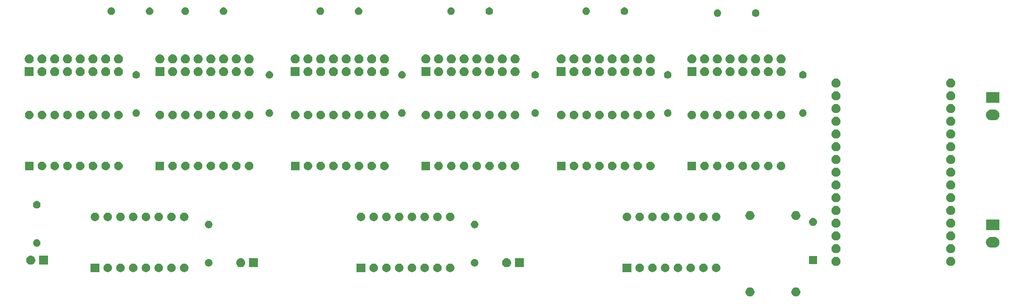
<source format=gbr>
G04 #@! TF.GenerationSoftware,KiCad,Pcbnew,(5.1.4-0-10_14)*
G04 #@! TF.CreationDate,2019-10-28T19:48:47-04:00*
G04 #@! TF.ProjectId,NixieClock,4e697869-6543-46c6-9f63-6b2e6b696361,rev?*
G04 #@! TF.SameCoordinates,Original*
G04 #@! TF.FileFunction,Soldermask,Bot*
G04 #@! TF.FilePolarity,Negative*
%FSLAX46Y46*%
G04 Gerber Fmt 4.6, Leading zero omitted, Abs format (unit mm)*
G04 Created by KiCad (PCBNEW (5.1.4-0-10_14)) date 2019-10-28 19:48:47*
%MOMM*%
%LPD*%
G04 APERTURE LIST*
%ADD10C,0.100000*%
G04 APERTURE END LIST*
D10*
G36*
X232396512Y-129405927D02*
G01*
X232545812Y-129435624D01*
X232709784Y-129503544D01*
X232857354Y-129602147D01*
X232982853Y-129727646D01*
X233081456Y-129875216D01*
X233149376Y-130039188D01*
X233184000Y-130213259D01*
X233184000Y-130390741D01*
X233149376Y-130564812D01*
X233081456Y-130728784D01*
X232982853Y-130876354D01*
X232857354Y-131001853D01*
X232709784Y-131100456D01*
X232545812Y-131168376D01*
X232396512Y-131198073D01*
X232371742Y-131203000D01*
X232194258Y-131203000D01*
X232169488Y-131198073D01*
X232020188Y-131168376D01*
X231856216Y-131100456D01*
X231708646Y-131001853D01*
X231583147Y-130876354D01*
X231484544Y-130728784D01*
X231416624Y-130564812D01*
X231382000Y-130390741D01*
X231382000Y-130213259D01*
X231416624Y-130039188D01*
X231484544Y-129875216D01*
X231583147Y-129727646D01*
X231708646Y-129602147D01*
X231856216Y-129503544D01*
X232020188Y-129435624D01*
X232169488Y-129405927D01*
X232194258Y-129401000D01*
X232371742Y-129401000D01*
X232396512Y-129405927D01*
X232396512Y-129405927D01*
G37*
G36*
X223252512Y-129405927D02*
G01*
X223401812Y-129435624D01*
X223565784Y-129503544D01*
X223713354Y-129602147D01*
X223838853Y-129727646D01*
X223937456Y-129875216D01*
X224005376Y-130039188D01*
X224040000Y-130213259D01*
X224040000Y-130390741D01*
X224005376Y-130564812D01*
X223937456Y-130728784D01*
X223838853Y-130876354D01*
X223713354Y-131001853D01*
X223565784Y-131100456D01*
X223401812Y-131168376D01*
X223252512Y-131198073D01*
X223227742Y-131203000D01*
X223050258Y-131203000D01*
X223025488Y-131198073D01*
X222876188Y-131168376D01*
X222712216Y-131100456D01*
X222564646Y-131001853D01*
X222439147Y-130876354D01*
X222340544Y-130728784D01*
X222272624Y-130564812D01*
X222238000Y-130390741D01*
X222238000Y-130213259D01*
X222272624Y-130039188D01*
X222340544Y-129875216D01*
X222439147Y-129727646D01*
X222564646Y-129602147D01*
X222712216Y-129503544D01*
X222876188Y-129435624D01*
X223025488Y-129405927D01*
X223050258Y-129401000D01*
X223227742Y-129401000D01*
X223252512Y-129405927D01*
X223252512Y-129405927D01*
G37*
G36*
X211494823Y-124637313D02*
G01*
X211655242Y-124685976D01*
X211780635Y-124753000D01*
X211803078Y-124764996D01*
X211932659Y-124871341D01*
X212039004Y-125000922D01*
X212039005Y-125000924D01*
X212118024Y-125148758D01*
X212166687Y-125309177D01*
X212183117Y-125476000D01*
X212166687Y-125642823D01*
X212118024Y-125803242D01*
X212047114Y-125935906D01*
X212039004Y-125951078D01*
X211932659Y-126080659D01*
X211803078Y-126187004D01*
X211803076Y-126187005D01*
X211655242Y-126266024D01*
X211494823Y-126314687D01*
X211369804Y-126327000D01*
X211286196Y-126327000D01*
X211161177Y-126314687D01*
X211000758Y-126266024D01*
X210852924Y-126187005D01*
X210852922Y-126187004D01*
X210723341Y-126080659D01*
X210616996Y-125951078D01*
X210608886Y-125935906D01*
X210537976Y-125803242D01*
X210489313Y-125642823D01*
X210472883Y-125476000D01*
X210489313Y-125309177D01*
X210537976Y-125148758D01*
X210616995Y-125000924D01*
X210616996Y-125000922D01*
X210723341Y-124871341D01*
X210852922Y-124764996D01*
X210875365Y-124753000D01*
X211000758Y-124685976D01*
X211161177Y-124637313D01*
X211286196Y-124625000D01*
X211369804Y-124625000D01*
X211494823Y-124637313D01*
X211494823Y-124637313D01*
G37*
G36*
X208954823Y-124637313D02*
G01*
X209115242Y-124685976D01*
X209240635Y-124753000D01*
X209263078Y-124764996D01*
X209392659Y-124871341D01*
X209499004Y-125000922D01*
X209499005Y-125000924D01*
X209578024Y-125148758D01*
X209626687Y-125309177D01*
X209643117Y-125476000D01*
X209626687Y-125642823D01*
X209578024Y-125803242D01*
X209507114Y-125935906D01*
X209499004Y-125951078D01*
X209392659Y-126080659D01*
X209263078Y-126187004D01*
X209263076Y-126187005D01*
X209115242Y-126266024D01*
X208954823Y-126314687D01*
X208829804Y-126327000D01*
X208746196Y-126327000D01*
X208621177Y-126314687D01*
X208460758Y-126266024D01*
X208312924Y-126187005D01*
X208312922Y-126187004D01*
X208183341Y-126080659D01*
X208076996Y-125951078D01*
X208068886Y-125935906D01*
X207997976Y-125803242D01*
X207949313Y-125642823D01*
X207932883Y-125476000D01*
X207949313Y-125309177D01*
X207997976Y-125148758D01*
X208076995Y-125000924D01*
X208076996Y-125000922D01*
X208183341Y-124871341D01*
X208312922Y-124764996D01*
X208335365Y-124753000D01*
X208460758Y-124685976D01*
X208621177Y-124637313D01*
X208746196Y-124625000D01*
X208829804Y-124625000D01*
X208954823Y-124637313D01*
X208954823Y-124637313D01*
G37*
G36*
X206414823Y-124637313D02*
G01*
X206575242Y-124685976D01*
X206700635Y-124753000D01*
X206723078Y-124764996D01*
X206852659Y-124871341D01*
X206959004Y-125000922D01*
X206959005Y-125000924D01*
X207038024Y-125148758D01*
X207086687Y-125309177D01*
X207103117Y-125476000D01*
X207086687Y-125642823D01*
X207038024Y-125803242D01*
X206967114Y-125935906D01*
X206959004Y-125951078D01*
X206852659Y-126080659D01*
X206723078Y-126187004D01*
X206723076Y-126187005D01*
X206575242Y-126266024D01*
X206414823Y-126314687D01*
X206289804Y-126327000D01*
X206206196Y-126327000D01*
X206081177Y-126314687D01*
X205920758Y-126266024D01*
X205772924Y-126187005D01*
X205772922Y-126187004D01*
X205643341Y-126080659D01*
X205536996Y-125951078D01*
X205528886Y-125935906D01*
X205457976Y-125803242D01*
X205409313Y-125642823D01*
X205392883Y-125476000D01*
X205409313Y-125309177D01*
X205457976Y-125148758D01*
X205536995Y-125000924D01*
X205536996Y-125000922D01*
X205643341Y-124871341D01*
X205772922Y-124764996D01*
X205795365Y-124753000D01*
X205920758Y-124685976D01*
X206081177Y-124637313D01*
X206206196Y-124625000D01*
X206289804Y-124625000D01*
X206414823Y-124637313D01*
X206414823Y-124637313D01*
G37*
G36*
X203874823Y-124637313D02*
G01*
X204035242Y-124685976D01*
X204160635Y-124753000D01*
X204183078Y-124764996D01*
X204312659Y-124871341D01*
X204419004Y-125000922D01*
X204419005Y-125000924D01*
X204498024Y-125148758D01*
X204546687Y-125309177D01*
X204563117Y-125476000D01*
X204546687Y-125642823D01*
X204498024Y-125803242D01*
X204427114Y-125935906D01*
X204419004Y-125951078D01*
X204312659Y-126080659D01*
X204183078Y-126187004D01*
X204183076Y-126187005D01*
X204035242Y-126266024D01*
X203874823Y-126314687D01*
X203749804Y-126327000D01*
X203666196Y-126327000D01*
X203541177Y-126314687D01*
X203380758Y-126266024D01*
X203232924Y-126187005D01*
X203232922Y-126187004D01*
X203103341Y-126080659D01*
X202996996Y-125951078D01*
X202988886Y-125935906D01*
X202917976Y-125803242D01*
X202869313Y-125642823D01*
X202852883Y-125476000D01*
X202869313Y-125309177D01*
X202917976Y-125148758D01*
X202996995Y-125000924D01*
X202996996Y-125000922D01*
X203103341Y-124871341D01*
X203232922Y-124764996D01*
X203255365Y-124753000D01*
X203380758Y-124685976D01*
X203541177Y-124637313D01*
X203666196Y-124625000D01*
X203749804Y-124625000D01*
X203874823Y-124637313D01*
X203874823Y-124637313D01*
G37*
G36*
X201334823Y-124637313D02*
G01*
X201495242Y-124685976D01*
X201620635Y-124753000D01*
X201643078Y-124764996D01*
X201772659Y-124871341D01*
X201879004Y-125000922D01*
X201879005Y-125000924D01*
X201958024Y-125148758D01*
X202006687Y-125309177D01*
X202023117Y-125476000D01*
X202006687Y-125642823D01*
X201958024Y-125803242D01*
X201887114Y-125935906D01*
X201879004Y-125951078D01*
X201772659Y-126080659D01*
X201643078Y-126187004D01*
X201643076Y-126187005D01*
X201495242Y-126266024D01*
X201334823Y-126314687D01*
X201209804Y-126327000D01*
X201126196Y-126327000D01*
X201001177Y-126314687D01*
X200840758Y-126266024D01*
X200692924Y-126187005D01*
X200692922Y-126187004D01*
X200563341Y-126080659D01*
X200456996Y-125951078D01*
X200448886Y-125935906D01*
X200377976Y-125803242D01*
X200329313Y-125642823D01*
X200312883Y-125476000D01*
X200329313Y-125309177D01*
X200377976Y-125148758D01*
X200456995Y-125000924D01*
X200456996Y-125000922D01*
X200563341Y-124871341D01*
X200692922Y-124764996D01*
X200715365Y-124753000D01*
X200840758Y-124685976D01*
X201001177Y-124637313D01*
X201126196Y-124625000D01*
X201209804Y-124625000D01*
X201334823Y-124637313D01*
X201334823Y-124637313D01*
G37*
G36*
X199479000Y-126327000D02*
G01*
X197777000Y-126327000D01*
X197777000Y-124625000D01*
X199479000Y-124625000D01*
X199479000Y-126327000D01*
X199479000Y-126327000D01*
G37*
G36*
X163574823Y-124637313D02*
G01*
X163735242Y-124685976D01*
X163860635Y-124753000D01*
X163883078Y-124764996D01*
X164012659Y-124871341D01*
X164119004Y-125000922D01*
X164119005Y-125000924D01*
X164198024Y-125148758D01*
X164246687Y-125309177D01*
X164263117Y-125476000D01*
X164246687Y-125642823D01*
X164198024Y-125803242D01*
X164127114Y-125935906D01*
X164119004Y-125951078D01*
X164012659Y-126080659D01*
X163883078Y-126187004D01*
X163883076Y-126187005D01*
X163735242Y-126266024D01*
X163574823Y-126314687D01*
X163449804Y-126327000D01*
X163366196Y-126327000D01*
X163241177Y-126314687D01*
X163080758Y-126266024D01*
X162932924Y-126187005D01*
X162932922Y-126187004D01*
X162803341Y-126080659D01*
X162696996Y-125951078D01*
X162688886Y-125935906D01*
X162617976Y-125803242D01*
X162569313Y-125642823D01*
X162552883Y-125476000D01*
X162569313Y-125309177D01*
X162617976Y-125148758D01*
X162696995Y-125000924D01*
X162696996Y-125000922D01*
X162803341Y-124871341D01*
X162932922Y-124764996D01*
X162955365Y-124753000D01*
X163080758Y-124685976D01*
X163241177Y-124637313D01*
X163366196Y-124625000D01*
X163449804Y-124625000D01*
X163574823Y-124637313D01*
X163574823Y-124637313D01*
G37*
G36*
X161034823Y-124637313D02*
G01*
X161195242Y-124685976D01*
X161320635Y-124753000D01*
X161343078Y-124764996D01*
X161472659Y-124871341D01*
X161579004Y-125000922D01*
X161579005Y-125000924D01*
X161658024Y-125148758D01*
X161706687Y-125309177D01*
X161723117Y-125476000D01*
X161706687Y-125642823D01*
X161658024Y-125803242D01*
X161587114Y-125935906D01*
X161579004Y-125951078D01*
X161472659Y-126080659D01*
X161343078Y-126187004D01*
X161343076Y-126187005D01*
X161195242Y-126266024D01*
X161034823Y-126314687D01*
X160909804Y-126327000D01*
X160826196Y-126327000D01*
X160701177Y-126314687D01*
X160540758Y-126266024D01*
X160392924Y-126187005D01*
X160392922Y-126187004D01*
X160263341Y-126080659D01*
X160156996Y-125951078D01*
X160148886Y-125935906D01*
X160077976Y-125803242D01*
X160029313Y-125642823D01*
X160012883Y-125476000D01*
X160029313Y-125309177D01*
X160077976Y-125148758D01*
X160156995Y-125000924D01*
X160156996Y-125000922D01*
X160263341Y-124871341D01*
X160392922Y-124764996D01*
X160415365Y-124753000D01*
X160540758Y-124685976D01*
X160701177Y-124637313D01*
X160826196Y-124625000D01*
X160909804Y-124625000D01*
X161034823Y-124637313D01*
X161034823Y-124637313D01*
G37*
G36*
X158494823Y-124637313D02*
G01*
X158655242Y-124685976D01*
X158780635Y-124753000D01*
X158803078Y-124764996D01*
X158932659Y-124871341D01*
X159039004Y-125000922D01*
X159039005Y-125000924D01*
X159118024Y-125148758D01*
X159166687Y-125309177D01*
X159183117Y-125476000D01*
X159166687Y-125642823D01*
X159118024Y-125803242D01*
X159047114Y-125935906D01*
X159039004Y-125951078D01*
X158932659Y-126080659D01*
X158803078Y-126187004D01*
X158803076Y-126187005D01*
X158655242Y-126266024D01*
X158494823Y-126314687D01*
X158369804Y-126327000D01*
X158286196Y-126327000D01*
X158161177Y-126314687D01*
X158000758Y-126266024D01*
X157852924Y-126187005D01*
X157852922Y-126187004D01*
X157723341Y-126080659D01*
X157616996Y-125951078D01*
X157608886Y-125935906D01*
X157537976Y-125803242D01*
X157489313Y-125642823D01*
X157472883Y-125476000D01*
X157489313Y-125309177D01*
X157537976Y-125148758D01*
X157616995Y-125000924D01*
X157616996Y-125000922D01*
X157723341Y-124871341D01*
X157852922Y-124764996D01*
X157875365Y-124753000D01*
X158000758Y-124685976D01*
X158161177Y-124637313D01*
X158286196Y-124625000D01*
X158369804Y-124625000D01*
X158494823Y-124637313D01*
X158494823Y-124637313D01*
G37*
G36*
X155954823Y-124637313D02*
G01*
X156115242Y-124685976D01*
X156240635Y-124753000D01*
X156263078Y-124764996D01*
X156392659Y-124871341D01*
X156499004Y-125000922D01*
X156499005Y-125000924D01*
X156578024Y-125148758D01*
X156626687Y-125309177D01*
X156643117Y-125476000D01*
X156626687Y-125642823D01*
X156578024Y-125803242D01*
X156507114Y-125935906D01*
X156499004Y-125951078D01*
X156392659Y-126080659D01*
X156263078Y-126187004D01*
X156263076Y-126187005D01*
X156115242Y-126266024D01*
X155954823Y-126314687D01*
X155829804Y-126327000D01*
X155746196Y-126327000D01*
X155621177Y-126314687D01*
X155460758Y-126266024D01*
X155312924Y-126187005D01*
X155312922Y-126187004D01*
X155183341Y-126080659D01*
X155076996Y-125951078D01*
X155068886Y-125935906D01*
X154997976Y-125803242D01*
X154949313Y-125642823D01*
X154932883Y-125476000D01*
X154949313Y-125309177D01*
X154997976Y-125148758D01*
X155076995Y-125000924D01*
X155076996Y-125000922D01*
X155183341Y-124871341D01*
X155312922Y-124764996D01*
X155335365Y-124753000D01*
X155460758Y-124685976D01*
X155621177Y-124637313D01*
X155746196Y-124625000D01*
X155829804Y-124625000D01*
X155954823Y-124637313D01*
X155954823Y-124637313D01*
G37*
G36*
X153414823Y-124637313D02*
G01*
X153575242Y-124685976D01*
X153700635Y-124753000D01*
X153723078Y-124764996D01*
X153852659Y-124871341D01*
X153959004Y-125000922D01*
X153959005Y-125000924D01*
X154038024Y-125148758D01*
X154086687Y-125309177D01*
X154103117Y-125476000D01*
X154086687Y-125642823D01*
X154038024Y-125803242D01*
X153967114Y-125935906D01*
X153959004Y-125951078D01*
X153852659Y-126080659D01*
X153723078Y-126187004D01*
X153723076Y-126187005D01*
X153575242Y-126266024D01*
X153414823Y-126314687D01*
X153289804Y-126327000D01*
X153206196Y-126327000D01*
X153081177Y-126314687D01*
X152920758Y-126266024D01*
X152772924Y-126187005D01*
X152772922Y-126187004D01*
X152643341Y-126080659D01*
X152536996Y-125951078D01*
X152528886Y-125935906D01*
X152457976Y-125803242D01*
X152409313Y-125642823D01*
X152392883Y-125476000D01*
X152409313Y-125309177D01*
X152457976Y-125148758D01*
X152536995Y-125000924D01*
X152536996Y-125000922D01*
X152643341Y-124871341D01*
X152772922Y-124764996D01*
X152795365Y-124753000D01*
X152920758Y-124685976D01*
X153081177Y-124637313D01*
X153206196Y-124625000D01*
X153289804Y-124625000D01*
X153414823Y-124637313D01*
X153414823Y-124637313D01*
G37*
G36*
X150874823Y-124637313D02*
G01*
X151035242Y-124685976D01*
X151160635Y-124753000D01*
X151183078Y-124764996D01*
X151312659Y-124871341D01*
X151419004Y-125000922D01*
X151419005Y-125000924D01*
X151498024Y-125148758D01*
X151546687Y-125309177D01*
X151563117Y-125476000D01*
X151546687Y-125642823D01*
X151498024Y-125803242D01*
X151427114Y-125935906D01*
X151419004Y-125951078D01*
X151312659Y-126080659D01*
X151183078Y-126187004D01*
X151183076Y-126187005D01*
X151035242Y-126266024D01*
X150874823Y-126314687D01*
X150749804Y-126327000D01*
X150666196Y-126327000D01*
X150541177Y-126314687D01*
X150380758Y-126266024D01*
X150232924Y-126187005D01*
X150232922Y-126187004D01*
X150103341Y-126080659D01*
X149996996Y-125951078D01*
X149988886Y-125935906D01*
X149917976Y-125803242D01*
X149869313Y-125642823D01*
X149852883Y-125476000D01*
X149869313Y-125309177D01*
X149917976Y-125148758D01*
X149996995Y-125000924D01*
X149996996Y-125000922D01*
X150103341Y-124871341D01*
X150232922Y-124764996D01*
X150255365Y-124753000D01*
X150380758Y-124685976D01*
X150541177Y-124637313D01*
X150666196Y-124625000D01*
X150749804Y-124625000D01*
X150874823Y-124637313D01*
X150874823Y-124637313D01*
G37*
G36*
X148334823Y-124637313D02*
G01*
X148495242Y-124685976D01*
X148620635Y-124753000D01*
X148643078Y-124764996D01*
X148772659Y-124871341D01*
X148879004Y-125000922D01*
X148879005Y-125000924D01*
X148958024Y-125148758D01*
X149006687Y-125309177D01*
X149023117Y-125476000D01*
X149006687Y-125642823D01*
X148958024Y-125803242D01*
X148887114Y-125935906D01*
X148879004Y-125951078D01*
X148772659Y-126080659D01*
X148643078Y-126187004D01*
X148643076Y-126187005D01*
X148495242Y-126266024D01*
X148334823Y-126314687D01*
X148209804Y-126327000D01*
X148126196Y-126327000D01*
X148001177Y-126314687D01*
X147840758Y-126266024D01*
X147692924Y-126187005D01*
X147692922Y-126187004D01*
X147563341Y-126080659D01*
X147456996Y-125951078D01*
X147448886Y-125935906D01*
X147377976Y-125803242D01*
X147329313Y-125642823D01*
X147312883Y-125476000D01*
X147329313Y-125309177D01*
X147377976Y-125148758D01*
X147456995Y-125000924D01*
X147456996Y-125000922D01*
X147563341Y-124871341D01*
X147692922Y-124764996D01*
X147715365Y-124753000D01*
X147840758Y-124685976D01*
X148001177Y-124637313D01*
X148126196Y-124625000D01*
X148209804Y-124625000D01*
X148334823Y-124637313D01*
X148334823Y-124637313D01*
G37*
G36*
X146479000Y-126327000D02*
G01*
X144777000Y-126327000D01*
X144777000Y-124625000D01*
X146479000Y-124625000D01*
X146479000Y-126327000D01*
X146479000Y-126327000D01*
G37*
G36*
X110574823Y-124637313D02*
G01*
X110735242Y-124685976D01*
X110860635Y-124753000D01*
X110883078Y-124764996D01*
X111012659Y-124871341D01*
X111119004Y-125000922D01*
X111119005Y-125000924D01*
X111198024Y-125148758D01*
X111246687Y-125309177D01*
X111263117Y-125476000D01*
X111246687Y-125642823D01*
X111198024Y-125803242D01*
X111127114Y-125935906D01*
X111119004Y-125951078D01*
X111012659Y-126080659D01*
X110883078Y-126187004D01*
X110883076Y-126187005D01*
X110735242Y-126266024D01*
X110574823Y-126314687D01*
X110449804Y-126327000D01*
X110366196Y-126327000D01*
X110241177Y-126314687D01*
X110080758Y-126266024D01*
X109932924Y-126187005D01*
X109932922Y-126187004D01*
X109803341Y-126080659D01*
X109696996Y-125951078D01*
X109688886Y-125935906D01*
X109617976Y-125803242D01*
X109569313Y-125642823D01*
X109552883Y-125476000D01*
X109569313Y-125309177D01*
X109617976Y-125148758D01*
X109696995Y-125000924D01*
X109696996Y-125000922D01*
X109803341Y-124871341D01*
X109932922Y-124764996D01*
X109955365Y-124753000D01*
X110080758Y-124685976D01*
X110241177Y-124637313D01*
X110366196Y-124625000D01*
X110449804Y-124625000D01*
X110574823Y-124637313D01*
X110574823Y-124637313D01*
G37*
G36*
X108034823Y-124637313D02*
G01*
X108195242Y-124685976D01*
X108320635Y-124753000D01*
X108343078Y-124764996D01*
X108472659Y-124871341D01*
X108579004Y-125000922D01*
X108579005Y-125000924D01*
X108658024Y-125148758D01*
X108706687Y-125309177D01*
X108723117Y-125476000D01*
X108706687Y-125642823D01*
X108658024Y-125803242D01*
X108587114Y-125935906D01*
X108579004Y-125951078D01*
X108472659Y-126080659D01*
X108343078Y-126187004D01*
X108343076Y-126187005D01*
X108195242Y-126266024D01*
X108034823Y-126314687D01*
X107909804Y-126327000D01*
X107826196Y-126327000D01*
X107701177Y-126314687D01*
X107540758Y-126266024D01*
X107392924Y-126187005D01*
X107392922Y-126187004D01*
X107263341Y-126080659D01*
X107156996Y-125951078D01*
X107148886Y-125935906D01*
X107077976Y-125803242D01*
X107029313Y-125642823D01*
X107012883Y-125476000D01*
X107029313Y-125309177D01*
X107077976Y-125148758D01*
X107156995Y-125000924D01*
X107156996Y-125000922D01*
X107263341Y-124871341D01*
X107392922Y-124764996D01*
X107415365Y-124753000D01*
X107540758Y-124685976D01*
X107701177Y-124637313D01*
X107826196Y-124625000D01*
X107909804Y-124625000D01*
X108034823Y-124637313D01*
X108034823Y-124637313D01*
G37*
G36*
X105494823Y-124637313D02*
G01*
X105655242Y-124685976D01*
X105780635Y-124753000D01*
X105803078Y-124764996D01*
X105932659Y-124871341D01*
X106039004Y-125000922D01*
X106039005Y-125000924D01*
X106118024Y-125148758D01*
X106166687Y-125309177D01*
X106183117Y-125476000D01*
X106166687Y-125642823D01*
X106118024Y-125803242D01*
X106047114Y-125935906D01*
X106039004Y-125951078D01*
X105932659Y-126080659D01*
X105803078Y-126187004D01*
X105803076Y-126187005D01*
X105655242Y-126266024D01*
X105494823Y-126314687D01*
X105369804Y-126327000D01*
X105286196Y-126327000D01*
X105161177Y-126314687D01*
X105000758Y-126266024D01*
X104852924Y-126187005D01*
X104852922Y-126187004D01*
X104723341Y-126080659D01*
X104616996Y-125951078D01*
X104608886Y-125935906D01*
X104537976Y-125803242D01*
X104489313Y-125642823D01*
X104472883Y-125476000D01*
X104489313Y-125309177D01*
X104537976Y-125148758D01*
X104616995Y-125000924D01*
X104616996Y-125000922D01*
X104723341Y-124871341D01*
X104852922Y-124764996D01*
X104875365Y-124753000D01*
X105000758Y-124685976D01*
X105161177Y-124637313D01*
X105286196Y-124625000D01*
X105369804Y-124625000D01*
X105494823Y-124637313D01*
X105494823Y-124637313D01*
G37*
G36*
X102954823Y-124637313D02*
G01*
X103115242Y-124685976D01*
X103240635Y-124753000D01*
X103263078Y-124764996D01*
X103392659Y-124871341D01*
X103499004Y-125000922D01*
X103499005Y-125000924D01*
X103578024Y-125148758D01*
X103626687Y-125309177D01*
X103643117Y-125476000D01*
X103626687Y-125642823D01*
X103578024Y-125803242D01*
X103507114Y-125935906D01*
X103499004Y-125951078D01*
X103392659Y-126080659D01*
X103263078Y-126187004D01*
X103263076Y-126187005D01*
X103115242Y-126266024D01*
X102954823Y-126314687D01*
X102829804Y-126327000D01*
X102746196Y-126327000D01*
X102621177Y-126314687D01*
X102460758Y-126266024D01*
X102312924Y-126187005D01*
X102312922Y-126187004D01*
X102183341Y-126080659D01*
X102076996Y-125951078D01*
X102068886Y-125935906D01*
X101997976Y-125803242D01*
X101949313Y-125642823D01*
X101932883Y-125476000D01*
X101949313Y-125309177D01*
X101997976Y-125148758D01*
X102076995Y-125000924D01*
X102076996Y-125000922D01*
X102183341Y-124871341D01*
X102312922Y-124764996D01*
X102335365Y-124753000D01*
X102460758Y-124685976D01*
X102621177Y-124637313D01*
X102746196Y-124625000D01*
X102829804Y-124625000D01*
X102954823Y-124637313D01*
X102954823Y-124637313D01*
G37*
G36*
X100414823Y-124637313D02*
G01*
X100575242Y-124685976D01*
X100700635Y-124753000D01*
X100723078Y-124764996D01*
X100852659Y-124871341D01*
X100959004Y-125000922D01*
X100959005Y-125000924D01*
X101038024Y-125148758D01*
X101086687Y-125309177D01*
X101103117Y-125476000D01*
X101086687Y-125642823D01*
X101038024Y-125803242D01*
X100967114Y-125935906D01*
X100959004Y-125951078D01*
X100852659Y-126080659D01*
X100723078Y-126187004D01*
X100723076Y-126187005D01*
X100575242Y-126266024D01*
X100414823Y-126314687D01*
X100289804Y-126327000D01*
X100206196Y-126327000D01*
X100081177Y-126314687D01*
X99920758Y-126266024D01*
X99772924Y-126187005D01*
X99772922Y-126187004D01*
X99643341Y-126080659D01*
X99536996Y-125951078D01*
X99528886Y-125935906D01*
X99457976Y-125803242D01*
X99409313Y-125642823D01*
X99392883Y-125476000D01*
X99409313Y-125309177D01*
X99457976Y-125148758D01*
X99536995Y-125000924D01*
X99536996Y-125000922D01*
X99643341Y-124871341D01*
X99772922Y-124764996D01*
X99795365Y-124753000D01*
X99920758Y-124685976D01*
X100081177Y-124637313D01*
X100206196Y-124625000D01*
X100289804Y-124625000D01*
X100414823Y-124637313D01*
X100414823Y-124637313D01*
G37*
G36*
X97874823Y-124637313D02*
G01*
X98035242Y-124685976D01*
X98160635Y-124753000D01*
X98183078Y-124764996D01*
X98312659Y-124871341D01*
X98419004Y-125000922D01*
X98419005Y-125000924D01*
X98498024Y-125148758D01*
X98546687Y-125309177D01*
X98563117Y-125476000D01*
X98546687Y-125642823D01*
X98498024Y-125803242D01*
X98427114Y-125935906D01*
X98419004Y-125951078D01*
X98312659Y-126080659D01*
X98183078Y-126187004D01*
X98183076Y-126187005D01*
X98035242Y-126266024D01*
X97874823Y-126314687D01*
X97749804Y-126327000D01*
X97666196Y-126327000D01*
X97541177Y-126314687D01*
X97380758Y-126266024D01*
X97232924Y-126187005D01*
X97232922Y-126187004D01*
X97103341Y-126080659D01*
X96996996Y-125951078D01*
X96988886Y-125935906D01*
X96917976Y-125803242D01*
X96869313Y-125642823D01*
X96852883Y-125476000D01*
X96869313Y-125309177D01*
X96917976Y-125148758D01*
X96996995Y-125000924D01*
X96996996Y-125000922D01*
X97103341Y-124871341D01*
X97232922Y-124764996D01*
X97255365Y-124753000D01*
X97380758Y-124685976D01*
X97541177Y-124637313D01*
X97666196Y-124625000D01*
X97749804Y-124625000D01*
X97874823Y-124637313D01*
X97874823Y-124637313D01*
G37*
G36*
X95334823Y-124637313D02*
G01*
X95495242Y-124685976D01*
X95620635Y-124753000D01*
X95643078Y-124764996D01*
X95772659Y-124871341D01*
X95879004Y-125000922D01*
X95879005Y-125000924D01*
X95958024Y-125148758D01*
X96006687Y-125309177D01*
X96023117Y-125476000D01*
X96006687Y-125642823D01*
X95958024Y-125803242D01*
X95887114Y-125935906D01*
X95879004Y-125951078D01*
X95772659Y-126080659D01*
X95643078Y-126187004D01*
X95643076Y-126187005D01*
X95495242Y-126266024D01*
X95334823Y-126314687D01*
X95209804Y-126327000D01*
X95126196Y-126327000D01*
X95001177Y-126314687D01*
X94840758Y-126266024D01*
X94692924Y-126187005D01*
X94692922Y-126187004D01*
X94563341Y-126080659D01*
X94456996Y-125951078D01*
X94448886Y-125935906D01*
X94377976Y-125803242D01*
X94329313Y-125642823D01*
X94312883Y-125476000D01*
X94329313Y-125309177D01*
X94377976Y-125148758D01*
X94456995Y-125000924D01*
X94456996Y-125000922D01*
X94563341Y-124871341D01*
X94692922Y-124764996D01*
X94715365Y-124753000D01*
X94840758Y-124685976D01*
X95001177Y-124637313D01*
X95126196Y-124625000D01*
X95209804Y-124625000D01*
X95334823Y-124637313D01*
X95334823Y-124637313D01*
G37*
G36*
X93479000Y-126327000D02*
G01*
X91777000Y-126327000D01*
X91777000Y-124625000D01*
X93479000Y-124625000D01*
X93479000Y-126327000D01*
X93479000Y-126327000D01*
G37*
G36*
X214034823Y-124637313D02*
G01*
X214195242Y-124685976D01*
X214320635Y-124753000D01*
X214343078Y-124764996D01*
X214472659Y-124871341D01*
X214579004Y-125000922D01*
X214579005Y-125000924D01*
X214658024Y-125148758D01*
X214706687Y-125309177D01*
X214723117Y-125476000D01*
X214706687Y-125642823D01*
X214658024Y-125803242D01*
X214587114Y-125935906D01*
X214579004Y-125951078D01*
X214472659Y-126080659D01*
X214343078Y-126187004D01*
X214343076Y-126187005D01*
X214195242Y-126266024D01*
X214034823Y-126314687D01*
X213909804Y-126327000D01*
X213826196Y-126327000D01*
X213701177Y-126314687D01*
X213540758Y-126266024D01*
X213392924Y-126187005D01*
X213392922Y-126187004D01*
X213263341Y-126080659D01*
X213156996Y-125951078D01*
X213148886Y-125935906D01*
X213077976Y-125803242D01*
X213029313Y-125642823D01*
X213012883Y-125476000D01*
X213029313Y-125309177D01*
X213077976Y-125148758D01*
X213156995Y-125000924D01*
X213156996Y-125000922D01*
X213263341Y-124871341D01*
X213392922Y-124764996D01*
X213415365Y-124753000D01*
X213540758Y-124685976D01*
X213701177Y-124637313D01*
X213826196Y-124625000D01*
X213909804Y-124625000D01*
X214034823Y-124637313D01*
X214034823Y-124637313D01*
G37*
G36*
X216574823Y-124637313D02*
G01*
X216735242Y-124685976D01*
X216860635Y-124753000D01*
X216883078Y-124764996D01*
X217012659Y-124871341D01*
X217119004Y-125000922D01*
X217119005Y-125000924D01*
X217198024Y-125148758D01*
X217246687Y-125309177D01*
X217263117Y-125476000D01*
X217246687Y-125642823D01*
X217198024Y-125803242D01*
X217127114Y-125935906D01*
X217119004Y-125951078D01*
X217012659Y-126080659D01*
X216883078Y-126187004D01*
X216883076Y-126187005D01*
X216735242Y-126266024D01*
X216574823Y-126314687D01*
X216449804Y-126327000D01*
X216366196Y-126327000D01*
X216241177Y-126314687D01*
X216080758Y-126266024D01*
X215932924Y-126187005D01*
X215932922Y-126187004D01*
X215803341Y-126080659D01*
X215696996Y-125951078D01*
X215688886Y-125935906D01*
X215617976Y-125803242D01*
X215569313Y-125642823D01*
X215552883Y-125476000D01*
X215569313Y-125309177D01*
X215617976Y-125148758D01*
X215696995Y-125000924D01*
X215696996Y-125000922D01*
X215803341Y-124871341D01*
X215932922Y-124764996D01*
X215955365Y-124753000D01*
X216080758Y-124685976D01*
X216241177Y-124637313D01*
X216366196Y-124625000D01*
X216449804Y-124625000D01*
X216574823Y-124637313D01*
X216574823Y-124637313D01*
G37*
G36*
X121776442Y-123565518D02*
G01*
X121842627Y-123572037D01*
X122012466Y-123623557D01*
X122168991Y-123707222D01*
X122171157Y-123709000D01*
X122306186Y-123819814D01*
X122389448Y-123921271D01*
X122418778Y-123957009D01*
X122502443Y-124113534D01*
X122553963Y-124283373D01*
X122571359Y-124460000D01*
X122553963Y-124636627D01*
X122502443Y-124806466D01*
X122418778Y-124962991D01*
X122389448Y-124998729D01*
X122306186Y-125100186D01*
X122206323Y-125182140D01*
X122168991Y-125212778D01*
X122012466Y-125296443D01*
X121842627Y-125347963D01*
X121776442Y-125354482D01*
X121710260Y-125361000D01*
X121621740Y-125361000D01*
X121555558Y-125354482D01*
X121489373Y-125347963D01*
X121319534Y-125296443D01*
X121163009Y-125212778D01*
X121125677Y-125182140D01*
X121025814Y-125100186D01*
X120942552Y-124998729D01*
X120913222Y-124962991D01*
X120829557Y-124806466D01*
X120778037Y-124636627D01*
X120760641Y-124460000D01*
X120778037Y-124283373D01*
X120829557Y-124113534D01*
X120913222Y-123957009D01*
X120942552Y-123921271D01*
X121025814Y-123819814D01*
X121160843Y-123709000D01*
X121163009Y-123707222D01*
X121319534Y-123623557D01*
X121489373Y-123572037D01*
X121555558Y-123565518D01*
X121621740Y-123559000D01*
X121710260Y-123559000D01*
X121776442Y-123565518D01*
X121776442Y-123565518D01*
G37*
G36*
X125107000Y-125361000D02*
G01*
X123305000Y-125361000D01*
X123305000Y-123559000D01*
X125107000Y-123559000D01*
X125107000Y-125361000D01*
X125107000Y-125361000D01*
G37*
G36*
X174760842Y-123565518D02*
G01*
X174827027Y-123572037D01*
X174996866Y-123623557D01*
X175153391Y-123707222D01*
X175155557Y-123709000D01*
X175290586Y-123819814D01*
X175373848Y-123921271D01*
X175403178Y-123957009D01*
X175486843Y-124113534D01*
X175538363Y-124283373D01*
X175555759Y-124460000D01*
X175538363Y-124636627D01*
X175486843Y-124806466D01*
X175403178Y-124962991D01*
X175373848Y-124998729D01*
X175290586Y-125100186D01*
X175190723Y-125182140D01*
X175153391Y-125212778D01*
X174996866Y-125296443D01*
X174827027Y-125347963D01*
X174760842Y-125354482D01*
X174694660Y-125361000D01*
X174606140Y-125361000D01*
X174539958Y-125354482D01*
X174473773Y-125347963D01*
X174303934Y-125296443D01*
X174147409Y-125212778D01*
X174110077Y-125182140D01*
X174010214Y-125100186D01*
X173926952Y-124998729D01*
X173897622Y-124962991D01*
X173813957Y-124806466D01*
X173762437Y-124636627D01*
X173745041Y-124460000D01*
X173762437Y-124283373D01*
X173813957Y-124113534D01*
X173897622Y-123957009D01*
X173926952Y-123921271D01*
X174010214Y-123819814D01*
X174145243Y-123709000D01*
X174147409Y-123707222D01*
X174303934Y-123623557D01*
X174473773Y-123572037D01*
X174539958Y-123565518D01*
X174606140Y-123559000D01*
X174694660Y-123559000D01*
X174760842Y-123565518D01*
X174760842Y-123565518D01*
G37*
G36*
X178091400Y-125361000D02*
G01*
X176289400Y-125361000D01*
X176289400Y-123559000D01*
X178091400Y-123559000D01*
X178091400Y-125361000D01*
X178091400Y-125361000D01*
G37*
G36*
X115509659Y-123737860D02*
G01*
X115646332Y-123794472D01*
X115769335Y-123876660D01*
X115873940Y-123981265D01*
X115873941Y-123981267D01*
X115956129Y-124104270D01*
X116012740Y-124240941D01*
X116041600Y-124386032D01*
X116041600Y-124533968D01*
X116021180Y-124636627D01*
X116012740Y-124679059D01*
X115956128Y-124815732D01*
X115873940Y-124938735D01*
X115769335Y-125043340D01*
X115646332Y-125125528D01*
X115646331Y-125125529D01*
X115646330Y-125125529D01*
X115509659Y-125182140D01*
X115364568Y-125211000D01*
X115216632Y-125211000D01*
X115071541Y-125182140D01*
X114934870Y-125125529D01*
X114934869Y-125125529D01*
X114934868Y-125125528D01*
X114811865Y-125043340D01*
X114707260Y-124938735D01*
X114625072Y-124815732D01*
X114568460Y-124679059D01*
X114560020Y-124636627D01*
X114539600Y-124533968D01*
X114539600Y-124386032D01*
X114568460Y-124240941D01*
X114625071Y-124104270D01*
X114707259Y-123981267D01*
X114707260Y-123981265D01*
X114811865Y-123876660D01*
X114934868Y-123794472D01*
X115071541Y-123737860D01*
X115216632Y-123709000D01*
X115364568Y-123709000D01*
X115509659Y-123737860D01*
X115509659Y-123737860D01*
G37*
G36*
X168494059Y-123737860D02*
G01*
X168630732Y-123794472D01*
X168753735Y-123876660D01*
X168858340Y-123981265D01*
X168858341Y-123981267D01*
X168940529Y-124104270D01*
X168997140Y-124240941D01*
X169026000Y-124386032D01*
X169026000Y-124533968D01*
X169005580Y-124636627D01*
X168997140Y-124679059D01*
X168940528Y-124815732D01*
X168858340Y-124938735D01*
X168753735Y-125043340D01*
X168630732Y-125125528D01*
X168630731Y-125125529D01*
X168630730Y-125125529D01*
X168494059Y-125182140D01*
X168348968Y-125211000D01*
X168201032Y-125211000D01*
X168055941Y-125182140D01*
X167919270Y-125125529D01*
X167919269Y-125125529D01*
X167919268Y-125125528D01*
X167796265Y-125043340D01*
X167691660Y-124938735D01*
X167609472Y-124815732D01*
X167552860Y-124679059D01*
X167544420Y-124636627D01*
X167524000Y-124533968D01*
X167524000Y-124386032D01*
X167552860Y-124240941D01*
X167609471Y-124104270D01*
X167691659Y-123981267D01*
X167691660Y-123981265D01*
X167796265Y-123876660D01*
X167919268Y-123794472D01*
X168055941Y-123737860D01*
X168201032Y-123709000D01*
X168348968Y-123709000D01*
X168494059Y-123737860D01*
X168494059Y-123737860D01*
G37*
G36*
X240397512Y-123309927D02*
G01*
X240546812Y-123339624D01*
X240710784Y-123407544D01*
X240858354Y-123506147D01*
X240983853Y-123631646D01*
X241082456Y-123779216D01*
X241150376Y-123943188D01*
X241185000Y-124117259D01*
X241185000Y-124294741D01*
X241150376Y-124468812D01*
X241082456Y-124632784D01*
X240983853Y-124780354D01*
X240858354Y-124905853D01*
X240710784Y-125004456D01*
X240546812Y-125072376D01*
X240407003Y-125100185D01*
X240372742Y-125107000D01*
X240195258Y-125107000D01*
X240160997Y-125100185D01*
X240021188Y-125072376D01*
X239857216Y-125004456D01*
X239709646Y-124905853D01*
X239584147Y-124780354D01*
X239485544Y-124632784D01*
X239417624Y-124468812D01*
X239383000Y-124294741D01*
X239383000Y-124117259D01*
X239417624Y-123943188D01*
X239485544Y-123779216D01*
X239584147Y-123631646D01*
X239709646Y-123506147D01*
X239857216Y-123407544D01*
X240021188Y-123339624D01*
X240170488Y-123309927D01*
X240195258Y-123305000D01*
X240372742Y-123305000D01*
X240397512Y-123309927D01*
X240397512Y-123309927D01*
G37*
G36*
X263257512Y-123309927D02*
G01*
X263406812Y-123339624D01*
X263570784Y-123407544D01*
X263718354Y-123506147D01*
X263843853Y-123631646D01*
X263942456Y-123779216D01*
X264010376Y-123943188D01*
X264045000Y-124117259D01*
X264045000Y-124294741D01*
X264010376Y-124468812D01*
X263942456Y-124632784D01*
X263843853Y-124780354D01*
X263718354Y-124905853D01*
X263570784Y-125004456D01*
X263406812Y-125072376D01*
X263267003Y-125100185D01*
X263232742Y-125107000D01*
X263055258Y-125107000D01*
X263020997Y-125100185D01*
X262881188Y-125072376D01*
X262717216Y-125004456D01*
X262569646Y-124905853D01*
X262444147Y-124780354D01*
X262345544Y-124632784D01*
X262277624Y-124468812D01*
X262243000Y-124294741D01*
X262243000Y-124117259D01*
X262277624Y-123943188D01*
X262345544Y-123779216D01*
X262444147Y-123631646D01*
X262569646Y-123506147D01*
X262717216Y-123407544D01*
X262881188Y-123339624D01*
X263030488Y-123309927D01*
X263055258Y-123305000D01*
X263232742Y-123305000D01*
X263257512Y-123309927D01*
X263257512Y-123309927D01*
G37*
G36*
X79942642Y-123057518D02*
G01*
X80008827Y-123064037D01*
X80178666Y-123115557D01*
X80335191Y-123199222D01*
X80370929Y-123228552D01*
X80472386Y-123311814D01*
X80550948Y-123407544D01*
X80584978Y-123449009D01*
X80668643Y-123605534D01*
X80720163Y-123775373D01*
X80737559Y-123952000D01*
X80720163Y-124128627D01*
X80668643Y-124298466D01*
X80584978Y-124454991D01*
X80580867Y-124460000D01*
X80472386Y-124592186D01*
X80370929Y-124675448D01*
X80335191Y-124704778D01*
X80178666Y-124788443D01*
X80008827Y-124839963D01*
X79942642Y-124846482D01*
X79876460Y-124853000D01*
X79787940Y-124853000D01*
X79721758Y-124846482D01*
X79655573Y-124839963D01*
X79485734Y-124788443D01*
X79329209Y-124704778D01*
X79293471Y-124675448D01*
X79192014Y-124592186D01*
X79083533Y-124460000D01*
X79079422Y-124454991D01*
X78995757Y-124298466D01*
X78944237Y-124128627D01*
X78926841Y-123952000D01*
X78944237Y-123775373D01*
X78995757Y-123605534D01*
X79079422Y-123449009D01*
X79113452Y-123407544D01*
X79192014Y-123311814D01*
X79293471Y-123228552D01*
X79329209Y-123199222D01*
X79485734Y-123115557D01*
X79655573Y-123064037D01*
X79721758Y-123057518D01*
X79787940Y-123051000D01*
X79876460Y-123051000D01*
X79942642Y-123057518D01*
X79942642Y-123057518D01*
G37*
G36*
X83273200Y-124853000D02*
G01*
X81471200Y-124853000D01*
X81471200Y-123051000D01*
X83273200Y-123051000D01*
X83273200Y-124853000D01*
X83273200Y-124853000D01*
G37*
G36*
X236513000Y-124753000D02*
G01*
X234911000Y-124753000D01*
X234911000Y-123151000D01*
X236513000Y-123151000D01*
X236513000Y-124753000D01*
X236513000Y-124753000D01*
G37*
G36*
X240397512Y-120769927D02*
G01*
X240546812Y-120799624D01*
X240710784Y-120867544D01*
X240858354Y-120966147D01*
X240983853Y-121091646D01*
X241082456Y-121239216D01*
X241150376Y-121403188D01*
X241185000Y-121577259D01*
X241185000Y-121754741D01*
X241150376Y-121928812D01*
X241082456Y-122092784D01*
X240983853Y-122240354D01*
X240858354Y-122365853D01*
X240710784Y-122464456D01*
X240546812Y-122532376D01*
X240397512Y-122562073D01*
X240372742Y-122567000D01*
X240195258Y-122567000D01*
X240170488Y-122562073D01*
X240021188Y-122532376D01*
X239857216Y-122464456D01*
X239709646Y-122365853D01*
X239584147Y-122240354D01*
X239485544Y-122092784D01*
X239417624Y-121928812D01*
X239383000Y-121754741D01*
X239383000Y-121577259D01*
X239417624Y-121403188D01*
X239485544Y-121239216D01*
X239584147Y-121091646D01*
X239709646Y-120966147D01*
X239857216Y-120867544D01*
X240021188Y-120799624D01*
X240170488Y-120769927D01*
X240195258Y-120765000D01*
X240372742Y-120765000D01*
X240397512Y-120769927D01*
X240397512Y-120769927D01*
G37*
G36*
X263257512Y-120769927D02*
G01*
X263406812Y-120799624D01*
X263570784Y-120867544D01*
X263718354Y-120966147D01*
X263843853Y-121091646D01*
X263942456Y-121239216D01*
X264010376Y-121403188D01*
X264045000Y-121577259D01*
X264045000Y-121754741D01*
X264010376Y-121928812D01*
X263942456Y-122092784D01*
X263843853Y-122240354D01*
X263718354Y-122365853D01*
X263570784Y-122464456D01*
X263406812Y-122532376D01*
X263257512Y-122562073D01*
X263232742Y-122567000D01*
X263055258Y-122567000D01*
X263030488Y-122562073D01*
X262881188Y-122532376D01*
X262717216Y-122464456D01*
X262569646Y-122365853D01*
X262444147Y-122240354D01*
X262345544Y-122092784D01*
X262277624Y-121928812D01*
X262243000Y-121754741D01*
X262243000Y-121577259D01*
X262277624Y-121403188D01*
X262345544Y-121239216D01*
X262444147Y-121091646D01*
X262569646Y-120966147D01*
X262717216Y-120867544D01*
X262881188Y-120799624D01*
X263030488Y-120769927D01*
X263055258Y-120765000D01*
X263232742Y-120765000D01*
X263257512Y-120769927D01*
X263257512Y-120769927D01*
G37*
G36*
X271929097Y-119350069D02*
G01*
X272032032Y-119360207D01*
X272230146Y-119420305D01*
X272230149Y-119420306D01*
X272326975Y-119472061D01*
X272412729Y-119517897D01*
X272572765Y-119649235D01*
X272704103Y-119809271D01*
X272712966Y-119825853D01*
X272801694Y-119991851D01*
X272801695Y-119991854D01*
X272861793Y-120189968D01*
X272882085Y-120396000D01*
X272861793Y-120602032D01*
X272801853Y-120799624D01*
X272801694Y-120800149D01*
X272765670Y-120867544D01*
X272704103Y-120982729D01*
X272572765Y-121142765D01*
X272412729Y-121274103D01*
X272326975Y-121319939D01*
X272230149Y-121371694D01*
X272230146Y-121371695D01*
X272032032Y-121431793D01*
X271929097Y-121441931D01*
X271877631Y-121447000D01*
X271174369Y-121447000D01*
X271122903Y-121441931D01*
X271019968Y-121431793D01*
X270821854Y-121371695D01*
X270821851Y-121371694D01*
X270725025Y-121319939D01*
X270639271Y-121274103D01*
X270479235Y-121142765D01*
X270347897Y-120982729D01*
X270286330Y-120867544D01*
X270250306Y-120800149D01*
X270250147Y-120799624D01*
X270190207Y-120602032D01*
X270169915Y-120396000D01*
X270190207Y-120189968D01*
X270250305Y-119991854D01*
X270250306Y-119991851D01*
X270339034Y-119825853D01*
X270347897Y-119809271D01*
X270479235Y-119649235D01*
X270639271Y-119517897D01*
X270725025Y-119472061D01*
X270821851Y-119420306D01*
X270821854Y-119420305D01*
X271019968Y-119360207D01*
X271122903Y-119350069D01*
X271174369Y-119345000D01*
X271877631Y-119345000D01*
X271929097Y-119350069D01*
X271929097Y-119350069D01*
G37*
G36*
X81245059Y-119800860D02*
G01*
X81381732Y-119857472D01*
X81504735Y-119939660D01*
X81609340Y-120044265D01*
X81609341Y-120044267D01*
X81691529Y-120167270D01*
X81748140Y-120303941D01*
X81777000Y-120449032D01*
X81777000Y-120596968D01*
X81748140Y-120742059D01*
X81724080Y-120800146D01*
X81691528Y-120878732D01*
X81609340Y-121001735D01*
X81504735Y-121106340D01*
X81381732Y-121188528D01*
X81381731Y-121188529D01*
X81381730Y-121188529D01*
X81245059Y-121245140D01*
X81099968Y-121274000D01*
X80952032Y-121274000D01*
X80806941Y-121245140D01*
X80670270Y-121188529D01*
X80670269Y-121188529D01*
X80670268Y-121188528D01*
X80547265Y-121106340D01*
X80442660Y-121001735D01*
X80360472Y-120878732D01*
X80327921Y-120800146D01*
X80303860Y-120742059D01*
X80275000Y-120596968D01*
X80275000Y-120449032D01*
X80303860Y-120303941D01*
X80360471Y-120167270D01*
X80442659Y-120044267D01*
X80442660Y-120044265D01*
X80547265Y-119939660D01*
X80670268Y-119857472D01*
X80806941Y-119800860D01*
X80952032Y-119772000D01*
X81099968Y-119772000D01*
X81245059Y-119800860D01*
X81245059Y-119800860D01*
G37*
G36*
X263257512Y-118229927D02*
G01*
X263406812Y-118259624D01*
X263570784Y-118327544D01*
X263718354Y-118426147D01*
X263843853Y-118551646D01*
X263942456Y-118699216D01*
X264010376Y-118863188D01*
X264045000Y-119037259D01*
X264045000Y-119214741D01*
X264010376Y-119388812D01*
X263942456Y-119552784D01*
X263843853Y-119700354D01*
X263718354Y-119825853D01*
X263570784Y-119924456D01*
X263406812Y-119992376D01*
X263257512Y-120022073D01*
X263232742Y-120027000D01*
X263055258Y-120027000D01*
X263030488Y-120022073D01*
X262881188Y-119992376D01*
X262717216Y-119924456D01*
X262569646Y-119825853D01*
X262444147Y-119700354D01*
X262345544Y-119552784D01*
X262277624Y-119388812D01*
X262243000Y-119214741D01*
X262243000Y-119037259D01*
X262277624Y-118863188D01*
X262345544Y-118699216D01*
X262444147Y-118551646D01*
X262569646Y-118426147D01*
X262717216Y-118327544D01*
X262881188Y-118259624D01*
X263030488Y-118229927D01*
X263055258Y-118225000D01*
X263232742Y-118225000D01*
X263257512Y-118229927D01*
X263257512Y-118229927D01*
G37*
G36*
X240397512Y-118229927D02*
G01*
X240546812Y-118259624D01*
X240710784Y-118327544D01*
X240858354Y-118426147D01*
X240983853Y-118551646D01*
X241082456Y-118699216D01*
X241150376Y-118863188D01*
X241185000Y-119037259D01*
X241185000Y-119214741D01*
X241150376Y-119388812D01*
X241082456Y-119552784D01*
X240983853Y-119700354D01*
X240858354Y-119825853D01*
X240710784Y-119924456D01*
X240546812Y-119992376D01*
X240397512Y-120022073D01*
X240372742Y-120027000D01*
X240195258Y-120027000D01*
X240170488Y-120022073D01*
X240021188Y-119992376D01*
X239857216Y-119924456D01*
X239709646Y-119825853D01*
X239584147Y-119700354D01*
X239485544Y-119552784D01*
X239417624Y-119388812D01*
X239383000Y-119214741D01*
X239383000Y-119037259D01*
X239417624Y-118863188D01*
X239485544Y-118699216D01*
X239584147Y-118551646D01*
X239709646Y-118426147D01*
X239857216Y-118327544D01*
X240021188Y-118259624D01*
X240170488Y-118229927D01*
X240195258Y-118225000D01*
X240372742Y-118225000D01*
X240397512Y-118229927D01*
X240397512Y-118229927D01*
G37*
G36*
X272740852Y-115848840D02*
G01*
X272772443Y-115858423D01*
X272801557Y-115873985D01*
X272827074Y-115894926D01*
X272848015Y-115920443D01*
X272863577Y-115949557D01*
X272873160Y-115981148D01*
X272877000Y-116020140D01*
X272877000Y-117771860D01*
X272873160Y-117810852D01*
X272863577Y-117842443D01*
X272848015Y-117871557D01*
X272827074Y-117897074D01*
X272801557Y-117918015D01*
X272772443Y-117933577D01*
X272740852Y-117943160D01*
X272701860Y-117947000D01*
X270350140Y-117947000D01*
X270311148Y-117943160D01*
X270279557Y-117933577D01*
X270250443Y-117918015D01*
X270224926Y-117897074D01*
X270203985Y-117871557D01*
X270188423Y-117842443D01*
X270178840Y-117810852D01*
X270175000Y-117771860D01*
X270175000Y-116020140D01*
X270178840Y-115981148D01*
X270188423Y-115949557D01*
X270203985Y-115920443D01*
X270224926Y-115894926D01*
X270250443Y-115873985D01*
X270279557Y-115858423D01*
X270311148Y-115848840D01*
X270350140Y-115845000D01*
X272701860Y-115845000D01*
X272740852Y-115848840D01*
X272740852Y-115848840D01*
G37*
G36*
X168348665Y-116092622D02*
G01*
X168422222Y-116099867D01*
X168563786Y-116142810D01*
X168694252Y-116212546D01*
X168724040Y-116236992D01*
X168808607Y-116306393D01*
X168878008Y-116390960D01*
X168902454Y-116420748D01*
X168972190Y-116551214D01*
X169015133Y-116692778D01*
X169029633Y-116840000D01*
X169015133Y-116987222D01*
X168972190Y-117128786D01*
X168902454Y-117259252D01*
X168880624Y-117285852D01*
X168808607Y-117373607D01*
X168724040Y-117443008D01*
X168694252Y-117467454D01*
X168563786Y-117537190D01*
X168422222Y-117580133D01*
X168348665Y-117587378D01*
X168311888Y-117591000D01*
X168238112Y-117591000D01*
X168201335Y-117587378D01*
X168127778Y-117580133D01*
X167986214Y-117537190D01*
X167855748Y-117467454D01*
X167825960Y-117443008D01*
X167741393Y-117373607D01*
X167669376Y-117285852D01*
X167647546Y-117259252D01*
X167577810Y-117128786D01*
X167534867Y-116987222D01*
X167520367Y-116840000D01*
X167534867Y-116692778D01*
X167577810Y-116551214D01*
X167647546Y-116420748D01*
X167671992Y-116390960D01*
X167741393Y-116306393D01*
X167825960Y-116236992D01*
X167855748Y-116212546D01*
X167986214Y-116142810D01*
X168127778Y-116099867D01*
X168201335Y-116092622D01*
X168238112Y-116089000D01*
X168311888Y-116089000D01*
X168348665Y-116092622D01*
X168348665Y-116092622D01*
G37*
G36*
X115364265Y-116092622D02*
G01*
X115437822Y-116099867D01*
X115579386Y-116142810D01*
X115709852Y-116212546D01*
X115739640Y-116236992D01*
X115824207Y-116306393D01*
X115893608Y-116390960D01*
X115918054Y-116420748D01*
X115987790Y-116551214D01*
X116030733Y-116692778D01*
X116045233Y-116840000D01*
X116030733Y-116987222D01*
X115987790Y-117128786D01*
X115918054Y-117259252D01*
X115896224Y-117285852D01*
X115824207Y-117373607D01*
X115739640Y-117443008D01*
X115709852Y-117467454D01*
X115579386Y-117537190D01*
X115437822Y-117580133D01*
X115364265Y-117587378D01*
X115327488Y-117591000D01*
X115253712Y-117591000D01*
X115216935Y-117587378D01*
X115143378Y-117580133D01*
X115001814Y-117537190D01*
X114871348Y-117467454D01*
X114841560Y-117443008D01*
X114756993Y-117373607D01*
X114684976Y-117285852D01*
X114663146Y-117259252D01*
X114593410Y-117128786D01*
X114550467Y-116987222D01*
X114535967Y-116840000D01*
X114550467Y-116692778D01*
X114593410Y-116551214D01*
X114663146Y-116420748D01*
X114687592Y-116390960D01*
X114756993Y-116306393D01*
X114841560Y-116236992D01*
X114871348Y-116212546D01*
X115001814Y-116142810D01*
X115143378Y-116099867D01*
X115216935Y-116092622D01*
X115253712Y-116089000D01*
X115327488Y-116089000D01*
X115364265Y-116092622D01*
X115364265Y-116092622D01*
G37*
G36*
X263257512Y-115689927D02*
G01*
X263406812Y-115719624D01*
X263570784Y-115787544D01*
X263718354Y-115886147D01*
X263843853Y-116011646D01*
X263942456Y-116159216D01*
X264010376Y-116323188D01*
X264040073Y-116472488D01*
X264043362Y-116489021D01*
X264045000Y-116497259D01*
X264045000Y-116674741D01*
X264010376Y-116848812D01*
X263942456Y-117012784D01*
X263843853Y-117160354D01*
X263718354Y-117285853D01*
X263570784Y-117384456D01*
X263406812Y-117452376D01*
X263257512Y-117482073D01*
X263232742Y-117487000D01*
X263055258Y-117487000D01*
X263030488Y-117482073D01*
X262881188Y-117452376D01*
X262717216Y-117384456D01*
X262569646Y-117285853D01*
X262444147Y-117160354D01*
X262345544Y-117012784D01*
X262277624Y-116848812D01*
X262243000Y-116674741D01*
X262243000Y-116497259D01*
X262244639Y-116489021D01*
X262247927Y-116472488D01*
X262277624Y-116323188D01*
X262345544Y-116159216D01*
X262444147Y-116011646D01*
X262569646Y-115886147D01*
X262717216Y-115787544D01*
X262881188Y-115719624D01*
X263030488Y-115689927D01*
X263055258Y-115685000D01*
X263232742Y-115685000D01*
X263257512Y-115689927D01*
X263257512Y-115689927D01*
G37*
G36*
X240397512Y-115689927D02*
G01*
X240546812Y-115719624D01*
X240710784Y-115787544D01*
X240858354Y-115886147D01*
X240983853Y-116011646D01*
X241082456Y-116159216D01*
X241150376Y-116323188D01*
X241180073Y-116472488D01*
X241183362Y-116489021D01*
X241185000Y-116497259D01*
X241185000Y-116674741D01*
X241150376Y-116848812D01*
X241082456Y-117012784D01*
X240983853Y-117160354D01*
X240858354Y-117285853D01*
X240710784Y-117384456D01*
X240546812Y-117452376D01*
X240397512Y-117482073D01*
X240372742Y-117487000D01*
X240195258Y-117487000D01*
X240170488Y-117482073D01*
X240021188Y-117452376D01*
X239857216Y-117384456D01*
X239709646Y-117285853D01*
X239584147Y-117160354D01*
X239485544Y-117012784D01*
X239417624Y-116848812D01*
X239383000Y-116674741D01*
X239383000Y-116497259D01*
X239384639Y-116489021D01*
X239387927Y-116472488D01*
X239417624Y-116323188D01*
X239485544Y-116159216D01*
X239584147Y-116011646D01*
X239709646Y-115886147D01*
X239857216Y-115787544D01*
X240021188Y-115719624D01*
X240170488Y-115689927D01*
X240195258Y-115685000D01*
X240372742Y-115685000D01*
X240397512Y-115689927D01*
X240397512Y-115689927D01*
G37*
G36*
X235790571Y-115534863D02*
G01*
X235869023Y-115542590D01*
X235969682Y-115573125D01*
X236020013Y-115588392D01*
X236159165Y-115662771D01*
X236281133Y-115762867D01*
X236381229Y-115884835D01*
X236455608Y-116023987D01*
X236455608Y-116023988D01*
X236501410Y-116174977D01*
X236516875Y-116332000D01*
X236501410Y-116489023D01*
X236470875Y-116589682D01*
X236455608Y-116640013D01*
X236381229Y-116779165D01*
X236281133Y-116901133D01*
X236159165Y-117001229D01*
X236020013Y-117075608D01*
X235969682Y-117090875D01*
X235869023Y-117121410D01*
X235794131Y-117128786D01*
X235751346Y-117133000D01*
X235672654Y-117133000D01*
X235629869Y-117128786D01*
X235554977Y-117121410D01*
X235454318Y-117090875D01*
X235403987Y-117075608D01*
X235264835Y-117001229D01*
X235142867Y-116901133D01*
X235042771Y-116779165D01*
X234968392Y-116640013D01*
X234953125Y-116589682D01*
X234922590Y-116489023D01*
X234907125Y-116332000D01*
X234922590Y-116174977D01*
X234968392Y-116023988D01*
X234968392Y-116023987D01*
X235042771Y-115884835D01*
X235142867Y-115762867D01*
X235264835Y-115662771D01*
X235403987Y-115588392D01*
X235454318Y-115573125D01*
X235554977Y-115542590D01*
X235633429Y-115534863D01*
X235672654Y-115531000D01*
X235751346Y-115531000D01*
X235790571Y-115534863D01*
X235790571Y-115534863D01*
G37*
G36*
X150874823Y-114477313D02*
G01*
X151035242Y-114525976D01*
X151167906Y-114596886D01*
X151183078Y-114604996D01*
X151312659Y-114711341D01*
X151419004Y-114840922D01*
X151419005Y-114840924D01*
X151498024Y-114988758D01*
X151546687Y-115149177D01*
X151563117Y-115316000D01*
X151546687Y-115482823D01*
X151528557Y-115542590D01*
X151500114Y-115636354D01*
X151498024Y-115643242D01*
X151457197Y-115719624D01*
X151419004Y-115791078D01*
X151312659Y-115920659D01*
X151183078Y-116027004D01*
X151183076Y-116027005D01*
X151035242Y-116106024D01*
X150874823Y-116154687D01*
X150749804Y-116167000D01*
X150666196Y-116167000D01*
X150541177Y-116154687D01*
X150380758Y-116106024D01*
X150232924Y-116027005D01*
X150232922Y-116027004D01*
X150103341Y-115920659D01*
X149996996Y-115791078D01*
X149958803Y-115719624D01*
X149917976Y-115643242D01*
X149915887Y-115636354D01*
X149887443Y-115542590D01*
X149869313Y-115482823D01*
X149852883Y-115316000D01*
X149869313Y-115149177D01*
X149917976Y-114988758D01*
X149996995Y-114840924D01*
X149996996Y-114840922D01*
X150103341Y-114711341D01*
X150232922Y-114604996D01*
X150248094Y-114596886D01*
X150380758Y-114525976D01*
X150541177Y-114477313D01*
X150666196Y-114465000D01*
X150749804Y-114465000D01*
X150874823Y-114477313D01*
X150874823Y-114477313D01*
G37*
G36*
X208954823Y-114477313D02*
G01*
X209115242Y-114525976D01*
X209247906Y-114596886D01*
X209263078Y-114604996D01*
X209392659Y-114711341D01*
X209499004Y-114840922D01*
X209499005Y-114840924D01*
X209578024Y-114988758D01*
X209626687Y-115149177D01*
X209643117Y-115316000D01*
X209626687Y-115482823D01*
X209608557Y-115542590D01*
X209580114Y-115636354D01*
X209578024Y-115643242D01*
X209537197Y-115719624D01*
X209499004Y-115791078D01*
X209392659Y-115920659D01*
X209263078Y-116027004D01*
X209263076Y-116027005D01*
X209115242Y-116106024D01*
X208954823Y-116154687D01*
X208829804Y-116167000D01*
X208746196Y-116167000D01*
X208621177Y-116154687D01*
X208460758Y-116106024D01*
X208312924Y-116027005D01*
X208312922Y-116027004D01*
X208183341Y-115920659D01*
X208076996Y-115791078D01*
X208038803Y-115719624D01*
X207997976Y-115643242D01*
X207995887Y-115636354D01*
X207967443Y-115542590D01*
X207949313Y-115482823D01*
X207932883Y-115316000D01*
X207949313Y-115149177D01*
X207997976Y-114988758D01*
X208076995Y-114840924D01*
X208076996Y-114840922D01*
X208183341Y-114711341D01*
X208312922Y-114604996D01*
X208328094Y-114596886D01*
X208460758Y-114525976D01*
X208621177Y-114477313D01*
X208746196Y-114465000D01*
X208829804Y-114465000D01*
X208954823Y-114477313D01*
X208954823Y-114477313D01*
G37*
G36*
X105494823Y-114477313D02*
G01*
X105655242Y-114525976D01*
X105787906Y-114596886D01*
X105803078Y-114604996D01*
X105932659Y-114711341D01*
X106039004Y-114840922D01*
X106039005Y-114840924D01*
X106118024Y-114988758D01*
X106166687Y-115149177D01*
X106183117Y-115316000D01*
X106166687Y-115482823D01*
X106148557Y-115542590D01*
X106120114Y-115636354D01*
X106118024Y-115643242D01*
X106077197Y-115719624D01*
X106039004Y-115791078D01*
X105932659Y-115920659D01*
X105803078Y-116027004D01*
X105803076Y-116027005D01*
X105655242Y-116106024D01*
X105494823Y-116154687D01*
X105369804Y-116167000D01*
X105286196Y-116167000D01*
X105161177Y-116154687D01*
X105000758Y-116106024D01*
X104852924Y-116027005D01*
X104852922Y-116027004D01*
X104723341Y-115920659D01*
X104616996Y-115791078D01*
X104578803Y-115719624D01*
X104537976Y-115643242D01*
X104535887Y-115636354D01*
X104507443Y-115542590D01*
X104489313Y-115482823D01*
X104472883Y-115316000D01*
X104489313Y-115149177D01*
X104537976Y-114988758D01*
X104616995Y-114840924D01*
X104616996Y-114840922D01*
X104723341Y-114711341D01*
X104852922Y-114604996D01*
X104868094Y-114596886D01*
X105000758Y-114525976D01*
X105161177Y-114477313D01*
X105286196Y-114465000D01*
X105369804Y-114465000D01*
X105494823Y-114477313D01*
X105494823Y-114477313D01*
G37*
G36*
X148334823Y-114477313D02*
G01*
X148495242Y-114525976D01*
X148627906Y-114596886D01*
X148643078Y-114604996D01*
X148772659Y-114711341D01*
X148879004Y-114840922D01*
X148879005Y-114840924D01*
X148958024Y-114988758D01*
X149006687Y-115149177D01*
X149023117Y-115316000D01*
X149006687Y-115482823D01*
X148988557Y-115542590D01*
X148960114Y-115636354D01*
X148958024Y-115643242D01*
X148917197Y-115719624D01*
X148879004Y-115791078D01*
X148772659Y-115920659D01*
X148643078Y-116027004D01*
X148643076Y-116027005D01*
X148495242Y-116106024D01*
X148334823Y-116154687D01*
X148209804Y-116167000D01*
X148126196Y-116167000D01*
X148001177Y-116154687D01*
X147840758Y-116106024D01*
X147692924Y-116027005D01*
X147692922Y-116027004D01*
X147563341Y-115920659D01*
X147456996Y-115791078D01*
X147418803Y-115719624D01*
X147377976Y-115643242D01*
X147375887Y-115636354D01*
X147347443Y-115542590D01*
X147329313Y-115482823D01*
X147312883Y-115316000D01*
X147329313Y-115149177D01*
X147377976Y-114988758D01*
X147456995Y-114840924D01*
X147456996Y-114840922D01*
X147563341Y-114711341D01*
X147692922Y-114604996D01*
X147708094Y-114596886D01*
X147840758Y-114525976D01*
X148001177Y-114477313D01*
X148126196Y-114465000D01*
X148209804Y-114465000D01*
X148334823Y-114477313D01*
X148334823Y-114477313D01*
G37*
G36*
X214034823Y-114477313D02*
G01*
X214195242Y-114525976D01*
X214327906Y-114596886D01*
X214343078Y-114604996D01*
X214472659Y-114711341D01*
X214579004Y-114840922D01*
X214579005Y-114840924D01*
X214658024Y-114988758D01*
X214706687Y-115149177D01*
X214723117Y-115316000D01*
X214706687Y-115482823D01*
X214688557Y-115542590D01*
X214660114Y-115636354D01*
X214658024Y-115643242D01*
X214617197Y-115719624D01*
X214579004Y-115791078D01*
X214472659Y-115920659D01*
X214343078Y-116027004D01*
X214343076Y-116027005D01*
X214195242Y-116106024D01*
X214034823Y-116154687D01*
X213909804Y-116167000D01*
X213826196Y-116167000D01*
X213701177Y-116154687D01*
X213540758Y-116106024D01*
X213392924Y-116027005D01*
X213392922Y-116027004D01*
X213263341Y-115920659D01*
X213156996Y-115791078D01*
X213118803Y-115719624D01*
X213077976Y-115643242D01*
X213075887Y-115636354D01*
X213047443Y-115542590D01*
X213029313Y-115482823D01*
X213012883Y-115316000D01*
X213029313Y-115149177D01*
X213077976Y-114988758D01*
X213156995Y-114840924D01*
X213156996Y-114840922D01*
X213263341Y-114711341D01*
X213392922Y-114604996D01*
X213408094Y-114596886D01*
X213540758Y-114525976D01*
X213701177Y-114477313D01*
X213826196Y-114465000D01*
X213909804Y-114465000D01*
X214034823Y-114477313D01*
X214034823Y-114477313D01*
G37*
G36*
X145794823Y-114477313D02*
G01*
X145955242Y-114525976D01*
X146087906Y-114596886D01*
X146103078Y-114604996D01*
X146232659Y-114711341D01*
X146339004Y-114840922D01*
X146339005Y-114840924D01*
X146418024Y-114988758D01*
X146466687Y-115149177D01*
X146483117Y-115316000D01*
X146466687Y-115482823D01*
X146448557Y-115542590D01*
X146420114Y-115636354D01*
X146418024Y-115643242D01*
X146377197Y-115719624D01*
X146339004Y-115791078D01*
X146232659Y-115920659D01*
X146103078Y-116027004D01*
X146103076Y-116027005D01*
X145955242Y-116106024D01*
X145794823Y-116154687D01*
X145669804Y-116167000D01*
X145586196Y-116167000D01*
X145461177Y-116154687D01*
X145300758Y-116106024D01*
X145152924Y-116027005D01*
X145152922Y-116027004D01*
X145023341Y-115920659D01*
X144916996Y-115791078D01*
X144878803Y-115719624D01*
X144837976Y-115643242D01*
X144835887Y-115636354D01*
X144807443Y-115542590D01*
X144789313Y-115482823D01*
X144772883Y-115316000D01*
X144789313Y-115149177D01*
X144837976Y-114988758D01*
X144916995Y-114840924D01*
X144916996Y-114840922D01*
X145023341Y-114711341D01*
X145152922Y-114604996D01*
X145168094Y-114596886D01*
X145300758Y-114525976D01*
X145461177Y-114477313D01*
X145586196Y-114465000D01*
X145669804Y-114465000D01*
X145794823Y-114477313D01*
X145794823Y-114477313D01*
G37*
G36*
X211494823Y-114477313D02*
G01*
X211655242Y-114525976D01*
X211787906Y-114596886D01*
X211803078Y-114604996D01*
X211932659Y-114711341D01*
X212039004Y-114840922D01*
X212039005Y-114840924D01*
X212118024Y-114988758D01*
X212166687Y-115149177D01*
X212183117Y-115316000D01*
X212166687Y-115482823D01*
X212148557Y-115542590D01*
X212120114Y-115636354D01*
X212118024Y-115643242D01*
X212077197Y-115719624D01*
X212039004Y-115791078D01*
X211932659Y-115920659D01*
X211803078Y-116027004D01*
X211803076Y-116027005D01*
X211655242Y-116106024D01*
X211494823Y-116154687D01*
X211369804Y-116167000D01*
X211286196Y-116167000D01*
X211161177Y-116154687D01*
X211000758Y-116106024D01*
X210852924Y-116027005D01*
X210852922Y-116027004D01*
X210723341Y-115920659D01*
X210616996Y-115791078D01*
X210578803Y-115719624D01*
X210537976Y-115643242D01*
X210535887Y-115636354D01*
X210507443Y-115542590D01*
X210489313Y-115482823D01*
X210472883Y-115316000D01*
X210489313Y-115149177D01*
X210537976Y-114988758D01*
X210616995Y-114840924D01*
X210616996Y-114840922D01*
X210723341Y-114711341D01*
X210852922Y-114604996D01*
X210868094Y-114596886D01*
X211000758Y-114525976D01*
X211161177Y-114477313D01*
X211286196Y-114465000D01*
X211369804Y-114465000D01*
X211494823Y-114477313D01*
X211494823Y-114477313D01*
G37*
G36*
X110574823Y-114477313D02*
G01*
X110735242Y-114525976D01*
X110867906Y-114596886D01*
X110883078Y-114604996D01*
X111012659Y-114711341D01*
X111119004Y-114840922D01*
X111119005Y-114840924D01*
X111198024Y-114988758D01*
X111246687Y-115149177D01*
X111263117Y-115316000D01*
X111246687Y-115482823D01*
X111228557Y-115542590D01*
X111200114Y-115636354D01*
X111198024Y-115643242D01*
X111157197Y-115719624D01*
X111119004Y-115791078D01*
X111012659Y-115920659D01*
X110883078Y-116027004D01*
X110883076Y-116027005D01*
X110735242Y-116106024D01*
X110574823Y-116154687D01*
X110449804Y-116167000D01*
X110366196Y-116167000D01*
X110241177Y-116154687D01*
X110080758Y-116106024D01*
X109932924Y-116027005D01*
X109932922Y-116027004D01*
X109803341Y-115920659D01*
X109696996Y-115791078D01*
X109658803Y-115719624D01*
X109617976Y-115643242D01*
X109615887Y-115636354D01*
X109587443Y-115542590D01*
X109569313Y-115482823D01*
X109552883Y-115316000D01*
X109569313Y-115149177D01*
X109617976Y-114988758D01*
X109696995Y-114840924D01*
X109696996Y-114840922D01*
X109803341Y-114711341D01*
X109932922Y-114604996D01*
X109948094Y-114596886D01*
X110080758Y-114525976D01*
X110241177Y-114477313D01*
X110366196Y-114465000D01*
X110449804Y-114465000D01*
X110574823Y-114477313D01*
X110574823Y-114477313D01*
G37*
G36*
X108034823Y-114477313D02*
G01*
X108195242Y-114525976D01*
X108327906Y-114596886D01*
X108343078Y-114604996D01*
X108472659Y-114711341D01*
X108579004Y-114840922D01*
X108579005Y-114840924D01*
X108658024Y-114988758D01*
X108706687Y-115149177D01*
X108723117Y-115316000D01*
X108706687Y-115482823D01*
X108688557Y-115542590D01*
X108660114Y-115636354D01*
X108658024Y-115643242D01*
X108617197Y-115719624D01*
X108579004Y-115791078D01*
X108472659Y-115920659D01*
X108343078Y-116027004D01*
X108343076Y-116027005D01*
X108195242Y-116106024D01*
X108034823Y-116154687D01*
X107909804Y-116167000D01*
X107826196Y-116167000D01*
X107701177Y-116154687D01*
X107540758Y-116106024D01*
X107392924Y-116027005D01*
X107392922Y-116027004D01*
X107263341Y-115920659D01*
X107156996Y-115791078D01*
X107118803Y-115719624D01*
X107077976Y-115643242D01*
X107075887Y-115636354D01*
X107047443Y-115542590D01*
X107029313Y-115482823D01*
X107012883Y-115316000D01*
X107029313Y-115149177D01*
X107077976Y-114988758D01*
X107156995Y-114840924D01*
X107156996Y-114840922D01*
X107263341Y-114711341D01*
X107392922Y-114604996D01*
X107408094Y-114596886D01*
X107540758Y-114525976D01*
X107701177Y-114477313D01*
X107826196Y-114465000D01*
X107909804Y-114465000D01*
X108034823Y-114477313D01*
X108034823Y-114477313D01*
G37*
G36*
X153414823Y-114477313D02*
G01*
X153575242Y-114525976D01*
X153707906Y-114596886D01*
X153723078Y-114604996D01*
X153852659Y-114711341D01*
X153959004Y-114840922D01*
X153959005Y-114840924D01*
X154038024Y-114988758D01*
X154086687Y-115149177D01*
X154103117Y-115316000D01*
X154086687Y-115482823D01*
X154068557Y-115542590D01*
X154040114Y-115636354D01*
X154038024Y-115643242D01*
X153997197Y-115719624D01*
X153959004Y-115791078D01*
X153852659Y-115920659D01*
X153723078Y-116027004D01*
X153723076Y-116027005D01*
X153575242Y-116106024D01*
X153414823Y-116154687D01*
X153289804Y-116167000D01*
X153206196Y-116167000D01*
X153081177Y-116154687D01*
X152920758Y-116106024D01*
X152772924Y-116027005D01*
X152772922Y-116027004D01*
X152643341Y-115920659D01*
X152536996Y-115791078D01*
X152498803Y-115719624D01*
X152457976Y-115643242D01*
X152455887Y-115636354D01*
X152427443Y-115542590D01*
X152409313Y-115482823D01*
X152392883Y-115316000D01*
X152409313Y-115149177D01*
X152457976Y-114988758D01*
X152536995Y-114840924D01*
X152536996Y-114840922D01*
X152643341Y-114711341D01*
X152772922Y-114604996D01*
X152788094Y-114596886D01*
X152920758Y-114525976D01*
X153081177Y-114477313D01*
X153206196Y-114465000D01*
X153289804Y-114465000D01*
X153414823Y-114477313D01*
X153414823Y-114477313D01*
G37*
G36*
X155954823Y-114477313D02*
G01*
X156115242Y-114525976D01*
X156247906Y-114596886D01*
X156263078Y-114604996D01*
X156392659Y-114711341D01*
X156499004Y-114840922D01*
X156499005Y-114840924D01*
X156578024Y-114988758D01*
X156626687Y-115149177D01*
X156643117Y-115316000D01*
X156626687Y-115482823D01*
X156608557Y-115542590D01*
X156580114Y-115636354D01*
X156578024Y-115643242D01*
X156537197Y-115719624D01*
X156499004Y-115791078D01*
X156392659Y-115920659D01*
X156263078Y-116027004D01*
X156263076Y-116027005D01*
X156115242Y-116106024D01*
X155954823Y-116154687D01*
X155829804Y-116167000D01*
X155746196Y-116167000D01*
X155621177Y-116154687D01*
X155460758Y-116106024D01*
X155312924Y-116027005D01*
X155312922Y-116027004D01*
X155183341Y-115920659D01*
X155076996Y-115791078D01*
X155038803Y-115719624D01*
X154997976Y-115643242D01*
X154995887Y-115636354D01*
X154967443Y-115542590D01*
X154949313Y-115482823D01*
X154932883Y-115316000D01*
X154949313Y-115149177D01*
X154997976Y-114988758D01*
X155076995Y-114840924D01*
X155076996Y-114840922D01*
X155183341Y-114711341D01*
X155312922Y-114604996D01*
X155328094Y-114596886D01*
X155460758Y-114525976D01*
X155621177Y-114477313D01*
X155746196Y-114465000D01*
X155829804Y-114465000D01*
X155954823Y-114477313D01*
X155954823Y-114477313D01*
G37*
G36*
X158494823Y-114477313D02*
G01*
X158655242Y-114525976D01*
X158787906Y-114596886D01*
X158803078Y-114604996D01*
X158932659Y-114711341D01*
X159039004Y-114840922D01*
X159039005Y-114840924D01*
X159118024Y-114988758D01*
X159166687Y-115149177D01*
X159183117Y-115316000D01*
X159166687Y-115482823D01*
X159148557Y-115542590D01*
X159120114Y-115636354D01*
X159118024Y-115643242D01*
X159077197Y-115719624D01*
X159039004Y-115791078D01*
X158932659Y-115920659D01*
X158803078Y-116027004D01*
X158803076Y-116027005D01*
X158655242Y-116106024D01*
X158494823Y-116154687D01*
X158369804Y-116167000D01*
X158286196Y-116167000D01*
X158161177Y-116154687D01*
X158000758Y-116106024D01*
X157852924Y-116027005D01*
X157852922Y-116027004D01*
X157723341Y-115920659D01*
X157616996Y-115791078D01*
X157578803Y-115719624D01*
X157537976Y-115643242D01*
X157535887Y-115636354D01*
X157507443Y-115542590D01*
X157489313Y-115482823D01*
X157472883Y-115316000D01*
X157489313Y-115149177D01*
X157537976Y-114988758D01*
X157616995Y-114840924D01*
X157616996Y-114840922D01*
X157723341Y-114711341D01*
X157852922Y-114604996D01*
X157868094Y-114596886D01*
X158000758Y-114525976D01*
X158161177Y-114477313D01*
X158286196Y-114465000D01*
X158369804Y-114465000D01*
X158494823Y-114477313D01*
X158494823Y-114477313D01*
G37*
G36*
X161034823Y-114477313D02*
G01*
X161195242Y-114525976D01*
X161327906Y-114596886D01*
X161343078Y-114604996D01*
X161472659Y-114711341D01*
X161579004Y-114840922D01*
X161579005Y-114840924D01*
X161658024Y-114988758D01*
X161706687Y-115149177D01*
X161723117Y-115316000D01*
X161706687Y-115482823D01*
X161688557Y-115542590D01*
X161660114Y-115636354D01*
X161658024Y-115643242D01*
X161617197Y-115719624D01*
X161579004Y-115791078D01*
X161472659Y-115920659D01*
X161343078Y-116027004D01*
X161343076Y-116027005D01*
X161195242Y-116106024D01*
X161034823Y-116154687D01*
X160909804Y-116167000D01*
X160826196Y-116167000D01*
X160701177Y-116154687D01*
X160540758Y-116106024D01*
X160392924Y-116027005D01*
X160392922Y-116027004D01*
X160263341Y-115920659D01*
X160156996Y-115791078D01*
X160118803Y-115719624D01*
X160077976Y-115643242D01*
X160075887Y-115636354D01*
X160047443Y-115542590D01*
X160029313Y-115482823D01*
X160012883Y-115316000D01*
X160029313Y-115149177D01*
X160077976Y-114988758D01*
X160156995Y-114840924D01*
X160156996Y-114840922D01*
X160263341Y-114711341D01*
X160392922Y-114604996D01*
X160408094Y-114596886D01*
X160540758Y-114525976D01*
X160701177Y-114477313D01*
X160826196Y-114465000D01*
X160909804Y-114465000D01*
X161034823Y-114477313D01*
X161034823Y-114477313D01*
G37*
G36*
X102954823Y-114477313D02*
G01*
X103115242Y-114525976D01*
X103247906Y-114596886D01*
X103263078Y-114604996D01*
X103392659Y-114711341D01*
X103499004Y-114840922D01*
X103499005Y-114840924D01*
X103578024Y-114988758D01*
X103626687Y-115149177D01*
X103643117Y-115316000D01*
X103626687Y-115482823D01*
X103608557Y-115542590D01*
X103580114Y-115636354D01*
X103578024Y-115643242D01*
X103537197Y-115719624D01*
X103499004Y-115791078D01*
X103392659Y-115920659D01*
X103263078Y-116027004D01*
X103263076Y-116027005D01*
X103115242Y-116106024D01*
X102954823Y-116154687D01*
X102829804Y-116167000D01*
X102746196Y-116167000D01*
X102621177Y-116154687D01*
X102460758Y-116106024D01*
X102312924Y-116027005D01*
X102312922Y-116027004D01*
X102183341Y-115920659D01*
X102076996Y-115791078D01*
X102038803Y-115719624D01*
X101997976Y-115643242D01*
X101995887Y-115636354D01*
X101967443Y-115542590D01*
X101949313Y-115482823D01*
X101932883Y-115316000D01*
X101949313Y-115149177D01*
X101997976Y-114988758D01*
X102076995Y-114840924D01*
X102076996Y-114840922D01*
X102183341Y-114711341D01*
X102312922Y-114604996D01*
X102328094Y-114596886D01*
X102460758Y-114525976D01*
X102621177Y-114477313D01*
X102746196Y-114465000D01*
X102829804Y-114465000D01*
X102954823Y-114477313D01*
X102954823Y-114477313D01*
G37*
G36*
X206414823Y-114477313D02*
G01*
X206575242Y-114525976D01*
X206707906Y-114596886D01*
X206723078Y-114604996D01*
X206852659Y-114711341D01*
X206959004Y-114840922D01*
X206959005Y-114840924D01*
X207038024Y-114988758D01*
X207086687Y-115149177D01*
X207103117Y-115316000D01*
X207086687Y-115482823D01*
X207068557Y-115542590D01*
X207040114Y-115636354D01*
X207038024Y-115643242D01*
X206997197Y-115719624D01*
X206959004Y-115791078D01*
X206852659Y-115920659D01*
X206723078Y-116027004D01*
X206723076Y-116027005D01*
X206575242Y-116106024D01*
X206414823Y-116154687D01*
X206289804Y-116167000D01*
X206206196Y-116167000D01*
X206081177Y-116154687D01*
X205920758Y-116106024D01*
X205772924Y-116027005D01*
X205772922Y-116027004D01*
X205643341Y-115920659D01*
X205536996Y-115791078D01*
X205498803Y-115719624D01*
X205457976Y-115643242D01*
X205455887Y-115636354D01*
X205427443Y-115542590D01*
X205409313Y-115482823D01*
X205392883Y-115316000D01*
X205409313Y-115149177D01*
X205457976Y-114988758D01*
X205536995Y-114840924D01*
X205536996Y-114840922D01*
X205643341Y-114711341D01*
X205772922Y-114604996D01*
X205788094Y-114596886D01*
X205920758Y-114525976D01*
X206081177Y-114477313D01*
X206206196Y-114465000D01*
X206289804Y-114465000D01*
X206414823Y-114477313D01*
X206414823Y-114477313D01*
G37*
G36*
X163574823Y-114477313D02*
G01*
X163735242Y-114525976D01*
X163867906Y-114596886D01*
X163883078Y-114604996D01*
X164012659Y-114711341D01*
X164119004Y-114840922D01*
X164119005Y-114840924D01*
X164198024Y-114988758D01*
X164246687Y-115149177D01*
X164263117Y-115316000D01*
X164246687Y-115482823D01*
X164228557Y-115542590D01*
X164200114Y-115636354D01*
X164198024Y-115643242D01*
X164157197Y-115719624D01*
X164119004Y-115791078D01*
X164012659Y-115920659D01*
X163883078Y-116027004D01*
X163883076Y-116027005D01*
X163735242Y-116106024D01*
X163574823Y-116154687D01*
X163449804Y-116167000D01*
X163366196Y-116167000D01*
X163241177Y-116154687D01*
X163080758Y-116106024D01*
X162932924Y-116027005D01*
X162932922Y-116027004D01*
X162803341Y-115920659D01*
X162696996Y-115791078D01*
X162658803Y-115719624D01*
X162617976Y-115643242D01*
X162615887Y-115636354D01*
X162587443Y-115542590D01*
X162569313Y-115482823D01*
X162552883Y-115316000D01*
X162569313Y-115149177D01*
X162617976Y-114988758D01*
X162696995Y-114840924D01*
X162696996Y-114840922D01*
X162803341Y-114711341D01*
X162932922Y-114604996D01*
X162948094Y-114596886D01*
X163080758Y-114525976D01*
X163241177Y-114477313D01*
X163366196Y-114465000D01*
X163449804Y-114465000D01*
X163574823Y-114477313D01*
X163574823Y-114477313D01*
G37*
G36*
X100414823Y-114477313D02*
G01*
X100575242Y-114525976D01*
X100707906Y-114596886D01*
X100723078Y-114604996D01*
X100852659Y-114711341D01*
X100959004Y-114840922D01*
X100959005Y-114840924D01*
X101038024Y-114988758D01*
X101086687Y-115149177D01*
X101103117Y-115316000D01*
X101086687Y-115482823D01*
X101068557Y-115542590D01*
X101040114Y-115636354D01*
X101038024Y-115643242D01*
X100997197Y-115719624D01*
X100959004Y-115791078D01*
X100852659Y-115920659D01*
X100723078Y-116027004D01*
X100723076Y-116027005D01*
X100575242Y-116106024D01*
X100414823Y-116154687D01*
X100289804Y-116167000D01*
X100206196Y-116167000D01*
X100081177Y-116154687D01*
X99920758Y-116106024D01*
X99772924Y-116027005D01*
X99772922Y-116027004D01*
X99643341Y-115920659D01*
X99536996Y-115791078D01*
X99498803Y-115719624D01*
X99457976Y-115643242D01*
X99455887Y-115636354D01*
X99427443Y-115542590D01*
X99409313Y-115482823D01*
X99392883Y-115316000D01*
X99409313Y-115149177D01*
X99457976Y-114988758D01*
X99536995Y-114840924D01*
X99536996Y-114840922D01*
X99643341Y-114711341D01*
X99772922Y-114604996D01*
X99788094Y-114596886D01*
X99920758Y-114525976D01*
X100081177Y-114477313D01*
X100206196Y-114465000D01*
X100289804Y-114465000D01*
X100414823Y-114477313D01*
X100414823Y-114477313D01*
G37*
G36*
X198794823Y-114477313D02*
G01*
X198955242Y-114525976D01*
X199087906Y-114596886D01*
X199103078Y-114604996D01*
X199232659Y-114711341D01*
X199339004Y-114840922D01*
X199339005Y-114840924D01*
X199418024Y-114988758D01*
X199466687Y-115149177D01*
X199483117Y-115316000D01*
X199466687Y-115482823D01*
X199448557Y-115542590D01*
X199420114Y-115636354D01*
X199418024Y-115643242D01*
X199377197Y-115719624D01*
X199339004Y-115791078D01*
X199232659Y-115920659D01*
X199103078Y-116027004D01*
X199103076Y-116027005D01*
X198955242Y-116106024D01*
X198794823Y-116154687D01*
X198669804Y-116167000D01*
X198586196Y-116167000D01*
X198461177Y-116154687D01*
X198300758Y-116106024D01*
X198152924Y-116027005D01*
X198152922Y-116027004D01*
X198023341Y-115920659D01*
X197916996Y-115791078D01*
X197878803Y-115719624D01*
X197837976Y-115643242D01*
X197835887Y-115636354D01*
X197807443Y-115542590D01*
X197789313Y-115482823D01*
X197772883Y-115316000D01*
X197789313Y-115149177D01*
X197837976Y-114988758D01*
X197916995Y-114840924D01*
X197916996Y-114840922D01*
X198023341Y-114711341D01*
X198152922Y-114604996D01*
X198168094Y-114596886D01*
X198300758Y-114525976D01*
X198461177Y-114477313D01*
X198586196Y-114465000D01*
X198669804Y-114465000D01*
X198794823Y-114477313D01*
X198794823Y-114477313D01*
G37*
G36*
X97874823Y-114477313D02*
G01*
X98035242Y-114525976D01*
X98167906Y-114596886D01*
X98183078Y-114604996D01*
X98312659Y-114711341D01*
X98419004Y-114840922D01*
X98419005Y-114840924D01*
X98498024Y-114988758D01*
X98546687Y-115149177D01*
X98563117Y-115316000D01*
X98546687Y-115482823D01*
X98528557Y-115542590D01*
X98500114Y-115636354D01*
X98498024Y-115643242D01*
X98457197Y-115719624D01*
X98419004Y-115791078D01*
X98312659Y-115920659D01*
X98183078Y-116027004D01*
X98183076Y-116027005D01*
X98035242Y-116106024D01*
X97874823Y-116154687D01*
X97749804Y-116167000D01*
X97666196Y-116167000D01*
X97541177Y-116154687D01*
X97380758Y-116106024D01*
X97232924Y-116027005D01*
X97232922Y-116027004D01*
X97103341Y-115920659D01*
X96996996Y-115791078D01*
X96958803Y-115719624D01*
X96917976Y-115643242D01*
X96915887Y-115636354D01*
X96887443Y-115542590D01*
X96869313Y-115482823D01*
X96852883Y-115316000D01*
X96869313Y-115149177D01*
X96917976Y-114988758D01*
X96996995Y-114840924D01*
X96996996Y-114840922D01*
X97103341Y-114711341D01*
X97232922Y-114604996D01*
X97248094Y-114596886D01*
X97380758Y-114525976D01*
X97541177Y-114477313D01*
X97666196Y-114465000D01*
X97749804Y-114465000D01*
X97874823Y-114477313D01*
X97874823Y-114477313D01*
G37*
G36*
X201334823Y-114477313D02*
G01*
X201495242Y-114525976D01*
X201627906Y-114596886D01*
X201643078Y-114604996D01*
X201772659Y-114711341D01*
X201879004Y-114840922D01*
X201879005Y-114840924D01*
X201958024Y-114988758D01*
X202006687Y-115149177D01*
X202023117Y-115316000D01*
X202006687Y-115482823D01*
X201988557Y-115542590D01*
X201960114Y-115636354D01*
X201958024Y-115643242D01*
X201917197Y-115719624D01*
X201879004Y-115791078D01*
X201772659Y-115920659D01*
X201643078Y-116027004D01*
X201643076Y-116027005D01*
X201495242Y-116106024D01*
X201334823Y-116154687D01*
X201209804Y-116167000D01*
X201126196Y-116167000D01*
X201001177Y-116154687D01*
X200840758Y-116106024D01*
X200692924Y-116027005D01*
X200692922Y-116027004D01*
X200563341Y-115920659D01*
X200456996Y-115791078D01*
X200418803Y-115719624D01*
X200377976Y-115643242D01*
X200375887Y-115636354D01*
X200347443Y-115542590D01*
X200329313Y-115482823D01*
X200312883Y-115316000D01*
X200329313Y-115149177D01*
X200377976Y-114988758D01*
X200456995Y-114840924D01*
X200456996Y-114840922D01*
X200563341Y-114711341D01*
X200692922Y-114604996D01*
X200708094Y-114596886D01*
X200840758Y-114525976D01*
X201001177Y-114477313D01*
X201126196Y-114465000D01*
X201209804Y-114465000D01*
X201334823Y-114477313D01*
X201334823Y-114477313D01*
G37*
G36*
X95334823Y-114477313D02*
G01*
X95495242Y-114525976D01*
X95627906Y-114596886D01*
X95643078Y-114604996D01*
X95772659Y-114711341D01*
X95879004Y-114840922D01*
X95879005Y-114840924D01*
X95958024Y-114988758D01*
X96006687Y-115149177D01*
X96023117Y-115316000D01*
X96006687Y-115482823D01*
X95988557Y-115542590D01*
X95960114Y-115636354D01*
X95958024Y-115643242D01*
X95917197Y-115719624D01*
X95879004Y-115791078D01*
X95772659Y-115920659D01*
X95643078Y-116027004D01*
X95643076Y-116027005D01*
X95495242Y-116106024D01*
X95334823Y-116154687D01*
X95209804Y-116167000D01*
X95126196Y-116167000D01*
X95001177Y-116154687D01*
X94840758Y-116106024D01*
X94692924Y-116027005D01*
X94692922Y-116027004D01*
X94563341Y-115920659D01*
X94456996Y-115791078D01*
X94418803Y-115719624D01*
X94377976Y-115643242D01*
X94375887Y-115636354D01*
X94347443Y-115542590D01*
X94329313Y-115482823D01*
X94312883Y-115316000D01*
X94329313Y-115149177D01*
X94377976Y-114988758D01*
X94456995Y-114840924D01*
X94456996Y-114840922D01*
X94563341Y-114711341D01*
X94692922Y-114604996D01*
X94708094Y-114596886D01*
X94840758Y-114525976D01*
X95001177Y-114477313D01*
X95126196Y-114465000D01*
X95209804Y-114465000D01*
X95334823Y-114477313D01*
X95334823Y-114477313D01*
G37*
G36*
X203874823Y-114477313D02*
G01*
X204035242Y-114525976D01*
X204167906Y-114596886D01*
X204183078Y-114604996D01*
X204312659Y-114711341D01*
X204419004Y-114840922D01*
X204419005Y-114840924D01*
X204498024Y-114988758D01*
X204546687Y-115149177D01*
X204563117Y-115316000D01*
X204546687Y-115482823D01*
X204528557Y-115542590D01*
X204500114Y-115636354D01*
X204498024Y-115643242D01*
X204457197Y-115719624D01*
X204419004Y-115791078D01*
X204312659Y-115920659D01*
X204183078Y-116027004D01*
X204183076Y-116027005D01*
X204035242Y-116106024D01*
X203874823Y-116154687D01*
X203749804Y-116167000D01*
X203666196Y-116167000D01*
X203541177Y-116154687D01*
X203380758Y-116106024D01*
X203232924Y-116027005D01*
X203232922Y-116027004D01*
X203103341Y-115920659D01*
X202996996Y-115791078D01*
X202958803Y-115719624D01*
X202917976Y-115643242D01*
X202915887Y-115636354D01*
X202887443Y-115542590D01*
X202869313Y-115482823D01*
X202852883Y-115316000D01*
X202869313Y-115149177D01*
X202917976Y-114988758D01*
X202996995Y-114840924D01*
X202996996Y-114840922D01*
X203103341Y-114711341D01*
X203232922Y-114604996D01*
X203248094Y-114596886D01*
X203380758Y-114525976D01*
X203541177Y-114477313D01*
X203666196Y-114465000D01*
X203749804Y-114465000D01*
X203874823Y-114477313D01*
X203874823Y-114477313D01*
G37*
G36*
X92794823Y-114477313D02*
G01*
X92955242Y-114525976D01*
X93087906Y-114596886D01*
X93103078Y-114604996D01*
X93232659Y-114711341D01*
X93339004Y-114840922D01*
X93339005Y-114840924D01*
X93418024Y-114988758D01*
X93466687Y-115149177D01*
X93483117Y-115316000D01*
X93466687Y-115482823D01*
X93448557Y-115542590D01*
X93420114Y-115636354D01*
X93418024Y-115643242D01*
X93377197Y-115719624D01*
X93339004Y-115791078D01*
X93232659Y-115920659D01*
X93103078Y-116027004D01*
X93103076Y-116027005D01*
X92955242Y-116106024D01*
X92794823Y-116154687D01*
X92669804Y-116167000D01*
X92586196Y-116167000D01*
X92461177Y-116154687D01*
X92300758Y-116106024D01*
X92152924Y-116027005D01*
X92152922Y-116027004D01*
X92023341Y-115920659D01*
X91916996Y-115791078D01*
X91878803Y-115719624D01*
X91837976Y-115643242D01*
X91835887Y-115636354D01*
X91807443Y-115542590D01*
X91789313Y-115482823D01*
X91772883Y-115316000D01*
X91789313Y-115149177D01*
X91837976Y-114988758D01*
X91916995Y-114840924D01*
X91916996Y-114840922D01*
X92023341Y-114711341D01*
X92152922Y-114604996D01*
X92168094Y-114596886D01*
X92300758Y-114525976D01*
X92461177Y-114477313D01*
X92586196Y-114465000D01*
X92669804Y-114465000D01*
X92794823Y-114477313D01*
X92794823Y-114477313D01*
G37*
G36*
X216574823Y-114477313D02*
G01*
X216735242Y-114525976D01*
X216867906Y-114596886D01*
X216883078Y-114604996D01*
X217012659Y-114711341D01*
X217119004Y-114840922D01*
X217119005Y-114840924D01*
X217198024Y-114988758D01*
X217246687Y-115149177D01*
X217263117Y-115316000D01*
X217246687Y-115482823D01*
X217228557Y-115542590D01*
X217200114Y-115636354D01*
X217198024Y-115643242D01*
X217157197Y-115719624D01*
X217119004Y-115791078D01*
X217012659Y-115920659D01*
X216883078Y-116027004D01*
X216883076Y-116027005D01*
X216735242Y-116106024D01*
X216574823Y-116154687D01*
X216449804Y-116167000D01*
X216366196Y-116167000D01*
X216241177Y-116154687D01*
X216080758Y-116106024D01*
X215932924Y-116027005D01*
X215932922Y-116027004D01*
X215803341Y-115920659D01*
X215696996Y-115791078D01*
X215658803Y-115719624D01*
X215617976Y-115643242D01*
X215615887Y-115636354D01*
X215587443Y-115542590D01*
X215569313Y-115482823D01*
X215552883Y-115316000D01*
X215569313Y-115149177D01*
X215617976Y-114988758D01*
X215696995Y-114840924D01*
X215696996Y-114840922D01*
X215803341Y-114711341D01*
X215932922Y-114604996D01*
X215948094Y-114596886D01*
X216080758Y-114525976D01*
X216241177Y-114477313D01*
X216366196Y-114465000D01*
X216449804Y-114465000D01*
X216574823Y-114477313D01*
X216574823Y-114477313D01*
G37*
G36*
X232396512Y-114165927D02*
G01*
X232545812Y-114195624D01*
X232709784Y-114263544D01*
X232857354Y-114362147D01*
X232982853Y-114487646D01*
X233081456Y-114635216D01*
X233149376Y-114799188D01*
X233184000Y-114973259D01*
X233184000Y-115150741D01*
X233149376Y-115324812D01*
X233081456Y-115488784D01*
X232982853Y-115636354D01*
X232857354Y-115761853D01*
X232709784Y-115860456D01*
X232545812Y-115928376D01*
X232396512Y-115958073D01*
X232371742Y-115963000D01*
X232194258Y-115963000D01*
X232169488Y-115958073D01*
X232020188Y-115928376D01*
X231856216Y-115860456D01*
X231708646Y-115761853D01*
X231583147Y-115636354D01*
X231484544Y-115488784D01*
X231416624Y-115324812D01*
X231382000Y-115150741D01*
X231382000Y-114973259D01*
X231416624Y-114799188D01*
X231484544Y-114635216D01*
X231583147Y-114487646D01*
X231708646Y-114362147D01*
X231856216Y-114263544D01*
X232020188Y-114195624D01*
X232169488Y-114165927D01*
X232194258Y-114161000D01*
X232371742Y-114161000D01*
X232396512Y-114165927D01*
X232396512Y-114165927D01*
G37*
G36*
X223252512Y-114165927D02*
G01*
X223401812Y-114195624D01*
X223565784Y-114263544D01*
X223713354Y-114362147D01*
X223838853Y-114487646D01*
X223937456Y-114635216D01*
X224005376Y-114799188D01*
X224040000Y-114973259D01*
X224040000Y-115150741D01*
X224005376Y-115324812D01*
X223937456Y-115488784D01*
X223838853Y-115636354D01*
X223713354Y-115761853D01*
X223565784Y-115860456D01*
X223401812Y-115928376D01*
X223252512Y-115958073D01*
X223227742Y-115963000D01*
X223050258Y-115963000D01*
X223025488Y-115958073D01*
X222876188Y-115928376D01*
X222712216Y-115860456D01*
X222564646Y-115761853D01*
X222439147Y-115636354D01*
X222340544Y-115488784D01*
X222272624Y-115324812D01*
X222238000Y-115150741D01*
X222238000Y-114973259D01*
X222272624Y-114799188D01*
X222340544Y-114635216D01*
X222439147Y-114487646D01*
X222564646Y-114362147D01*
X222712216Y-114263544D01*
X222876188Y-114195624D01*
X223025488Y-114165927D01*
X223050258Y-114161000D01*
X223227742Y-114161000D01*
X223252512Y-114165927D01*
X223252512Y-114165927D01*
G37*
G36*
X240397512Y-113149927D02*
G01*
X240546812Y-113179624D01*
X240710784Y-113247544D01*
X240858354Y-113346147D01*
X240983853Y-113471646D01*
X241082456Y-113619216D01*
X241150376Y-113783188D01*
X241185000Y-113957259D01*
X241185000Y-114134741D01*
X241150376Y-114308812D01*
X241082456Y-114472784D01*
X240983853Y-114620354D01*
X240858354Y-114745853D01*
X240710784Y-114844456D01*
X240546812Y-114912376D01*
X240397512Y-114942073D01*
X240372742Y-114947000D01*
X240195258Y-114947000D01*
X240170488Y-114942073D01*
X240021188Y-114912376D01*
X239857216Y-114844456D01*
X239709646Y-114745853D01*
X239584147Y-114620354D01*
X239485544Y-114472784D01*
X239417624Y-114308812D01*
X239383000Y-114134741D01*
X239383000Y-113957259D01*
X239417624Y-113783188D01*
X239485544Y-113619216D01*
X239584147Y-113471646D01*
X239709646Y-113346147D01*
X239857216Y-113247544D01*
X240021188Y-113179624D01*
X240170488Y-113149927D01*
X240195258Y-113145000D01*
X240372742Y-113145000D01*
X240397512Y-113149927D01*
X240397512Y-113149927D01*
G37*
G36*
X263257512Y-113149927D02*
G01*
X263406812Y-113179624D01*
X263570784Y-113247544D01*
X263718354Y-113346147D01*
X263843853Y-113471646D01*
X263942456Y-113619216D01*
X264010376Y-113783188D01*
X264045000Y-113957259D01*
X264045000Y-114134741D01*
X264010376Y-114308812D01*
X263942456Y-114472784D01*
X263843853Y-114620354D01*
X263718354Y-114745853D01*
X263570784Y-114844456D01*
X263406812Y-114912376D01*
X263257512Y-114942073D01*
X263232742Y-114947000D01*
X263055258Y-114947000D01*
X263030488Y-114942073D01*
X262881188Y-114912376D01*
X262717216Y-114844456D01*
X262569646Y-114745853D01*
X262444147Y-114620354D01*
X262345544Y-114472784D01*
X262277624Y-114308812D01*
X262243000Y-114134741D01*
X262243000Y-113957259D01*
X262277624Y-113783188D01*
X262345544Y-113619216D01*
X262444147Y-113471646D01*
X262569646Y-113346147D01*
X262717216Y-113247544D01*
X262881188Y-113179624D01*
X263030488Y-113149927D01*
X263055258Y-113145000D01*
X263232742Y-113145000D01*
X263257512Y-113149927D01*
X263257512Y-113149927D01*
G37*
G36*
X81099665Y-112155622D02*
G01*
X81173222Y-112162867D01*
X81314786Y-112205810D01*
X81314788Y-112205811D01*
X81380019Y-112240678D01*
X81445252Y-112275546D01*
X81475040Y-112299992D01*
X81559607Y-112369393D01*
X81629008Y-112453960D01*
X81653454Y-112483748D01*
X81723190Y-112614214D01*
X81766133Y-112755778D01*
X81780633Y-112903000D01*
X81766133Y-113050222D01*
X81723190Y-113191786D01*
X81653454Y-113322252D01*
X81633844Y-113346147D01*
X81559607Y-113436607D01*
X81475040Y-113506008D01*
X81445252Y-113530454D01*
X81314786Y-113600190D01*
X81173222Y-113643133D01*
X81099665Y-113650378D01*
X81062888Y-113654000D01*
X80989112Y-113654000D01*
X80952335Y-113650378D01*
X80878778Y-113643133D01*
X80737214Y-113600190D01*
X80606748Y-113530454D01*
X80576960Y-113506008D01*
X80492393Y-113436607D01*
X80418156Y-113346147D01*
X80398546Y-113322252D01*
X80328810Y-113191786D01*
X80285867Y-113050222D01*
X80271367Y-112903000D01*
X80285867Y-112755778D01*
X80328810Y-112614214D01*
X80398546Y-112483748D01*
X80422992Y-112453960D01*
X80492393Y-112369393D01*
X80576960Y-112299992D01*
X80606748Y-112275546D01*
X80671981Y-112240678D01*
X80737212Y-112205811D01*
X80737214Y-112205810D01*
X80878778Y-112162867D01*
X80952335Y-112155622D01*
X80989112Y-112152000D01*
X81062888Y-112152000D01*
X81099665Y-112155622D01*
X81099665Y-112155622D01*
G37*
G36*
X240397512Y-110609927D02*
G01*
X240546812Y-110639624D01*
X240710784Y-110707544D01*
X240858354Y-110806147D01*
X240983853Y-110931646D01*
X241082456Y-111079216D01*
X241150376Y-111243188D01*
X241185000Y-111417259D01*
X241185000Y-111594741D01*
X241150376Y-111768812D01*
X241082456Y-111932784D01*
X240983853Y-112080354D01*
X240858354Y-112205853D01*
X240710784Y-112304456D01*
X240546812Y-112372376D01*
X240397512Y-112402073D01*
X240372742Y-112407000D01*
X240195258Y-112407000D01*
X240170488Y-112402073D01*
X240021188Y-112372376D01*
X239857216Y-112304456D01*
X239709646Y-112205853D01*
X239584147Y-112080354D01*
X239485544Y-111932784D01*
X239417624Y-111768812D01*
X239383000Y-111594741D01*
X239383000Y-111417259D01*
X239417624Y-111243188D01*
X239485544Y-111079216D01*
X239584147Y-110931646D01*
X239709646Y-110806147D01*
X239857216Y-110707544D01*
X240021188Y-110639624D01*
X240170488Y-110609927D01*
X240195258Y-110605000D01*
X240372742Y-110605000D01*
X240397512Y-110609927D01*
X240397512Y-110609927D01*
G37*
G36*
X263257512Y-110609927D02*
G01*
X263406812Y-110639624D01*
X263570784Y-110707544D01*
X263718354Y-110806147D01*
X263843853Y-110931646D01*
X263942456Y-111079216D01*
X264010376Y-111243188D01*
X264045000Y-111417259D01*
X264045000Y-111594741D01*
X264010376Y-111768812D01*
X263942456Y-111932784D01*
X263843853Y-112080354D01*
X263718354Y-112205853D01*
X263570784Y-112304456D01*
X263406812Y-112372376D01*
X263257512Y-112402073D01*
X263232742Y-112407000D01*
X263055258Y-112407000D01*
X263030488Y-112402073D01*
X262881188Y-112372376D01*
X262717216Y-112304456D01*
X262569646Y-112205853D01*
X262444147Y-112080354D01*
X262345544Y-111932784D01*
X262277624Y-111768812D01*
X262243000Y-111594741D01*
X262243000Y-111417259D01*
X262277624Y-111243188D01*
X262345544Y-111079216D01*
X262444147Y-110931646D01*
X262569646Y-110806147D01*
X262717216Y-110707544D01*
X262881188Y-110639624D01*
X263030488Y-110609927D01*
X263055258Y-110605000D01*
X263232742Y-110605000D01*
X263257512Y-110609927D01*
X263257512Y-110609927D01*
G37*
G36*
X263257512Y-108069927D02*
G01*
X263406812Y-108099624D01*
X263570784Y-108167544D01*
X263718354Y-108266147D01*
X263843853Y-108391646D01*
X263942456Y-108539216D01*
X264010376Y-108703188D01*
X264045000Y-108877259D01*
X264045000Y-109054741D01*
X264010376Y-109228812D01*
X263942456Y-109392784D01*
X263843853Y-109540354D01*
X263718354Y-109665853D01*
X263570784Y-109764456D01*
X263406812Y-109832376D01*
X263257512Y-109862073D01*
X263232742Y-109867000D01*
X263055258Y-109867000D01*
X263030488Y-109862073D01*
X262881188Y-109832376D01*
X262717216Y-109764456D01*
X262569646Y-109665853D01*
X262444147Y-109540354D01*
X262345544Y-109392784D01*
X262277624Y-109228812D01*
X262243000Y-109054741D01*
X262243000Y-108877259D01*
X262277624Y-108703188D01*
X262345544Y-108539216D01*
X262444147Y-108391646D01*
X262569646Y-108266147D01*
X262717216Y-108167544D01*
X262881188Y-108099624D01*
X263030488Y-108069927D01*
X263055258Y-108065000D01*
X263232742Y-108065000D01*
X263257512Y-108069927D01*
X263257512Y-108069927D01*
G37*
G36*
X240397512Y-108069927D02*
G01*
X240546812Y-108099624D01*
X240710784Y-108167544D01*
X240858354Y-108266147D01*
X240983853Y-108391646D01*
X241082456Y-108539216D01*
X241150376Y-108703188D01*
X241185000Y-108877259D01*
X241185000Y-109054741D01*
X241150376Y-109228812D01*
X241082456Y-109392784D01*
X240983853Y-109540354D01*
X240858354Y-109665853D01*
X240710784Y-109764456D01*
X240546812Y-109832376D01*
X240397512Y-109862073D01*
X240372742Y-109867000D01*
X240195258Y-109867000D01*
X240170488Y-109862073D01*
X240021188Y-109832376D01*
X239857216Y-109764456D01*
X239709646Y-109665853D01*
X239584147Y-109540354D01*
X239485544Y-109392784D01*
X239417624Y-109228812D01*
X239383000Y-109054741D01*
X239383000Y-108877259D01*
X239417624Y-108703188D01*
X239485544Y-108539216D01*
X239584147Y-108391646D01*
X239709646Y-108266147D01*
X239857216Y-108167544D01*
X240021188Y-108099624D01*
X240170488Y-108069927D01*
X240195258Y-108065000D01*
X240372742Y-108065000D01*
X240397512Y-108069927D01*
X240397512Y-108069927D01*
G37*
G36*
X263257512Y-105529927D02*
G01*
X263406812Y-105559624D01*
X263570784Y-105627544D01*
X263718354Y-105726147D01*
X263843853Y-105851646D01*
X263942456Y-105999216D01*
X264010376Y-106163188D01*
X264045000Y-106337259D01*
X264045000Y-106514741D01*
X264010376Y-106688812D01*
X263942456Y-106852784D01*
X263843853Y-107000354D01*
X263718354Y-107125853D01*
X263570784Y-107224456D01*
X263406812Y-107292376D01*
X263257512Y-107322073D01*
X263232742Y-107327000D01*
X263055258Y-107327000D01*
X263030488Y-107322073D01*
X262881188Y-107292376D01*
X262717216Y-107224456D01*
X262569646Y-107125853D01*
X262444147Y-107000354D01*
X262345544Y-106852784D01*
X262277624Y-106688812D01*
X262243000Y-106514741D01*
X262243000Y-106337259D01*
X262277624Y-106163188D01*
X262345544Y-105999216D01*
X262444147Y-105851646D01*
X262569646Y-105726147D01*
X262717216Y-105627544D01*
X262881188Y-105559624D01*
X263030488Y-105529927D01*
X263055258Y-105525000D01*
X263232742Y-105525000D01*
X263257512Y-105529927D01*
X263257512Y-105529927D01*
G37*
G36*
X240397512Y-105529927D02*
G01*
X240546812Y-105559624D01*
X240710784Y-105627544D01*
X240858354Y-105726147D01*
X240983853Y-105851646D01*
X241082456Y-105999216D01*
X241150376Y-106163188D01*
X241185000Y-106337259D01*
X241185000Y-106514741D01*
X241150376Y-106688812D01*
X241082456Y-106852784D01*
X240983853Y-107000354D01*
X240858354Y-107125853D01*
X240710784Y-107224456D01*
X240546812Y-107292376D01*
X240397512Y-107322073D01*
X240372742Y-107327000D01*
X240195258Y-107327000D01*
X240170488Y-107322073D01*
X240021188Y-107292376D01*
X239857216Y-107224456D01*
X239709646Y-107125853D01*
X239584147Y-107000354D01*
X239485544Y-106852784D01*
X239417624Y-106688812D01*
X239383000Y-106514741D01*
X239383000Y-106337259D01*
X239417624Y-106163188D01*
X239485544Y-105999216D01*
X239584147Y-105851646D01*
X239709646Y-105726147D01*
X239857216Y-105627544D01*
X240021188Y-105559624D01*
X240170488Y-105529927D01*
X240195258Y-105525000D01*
X240372742Y-105525000D01*
X240397512Y-105529927D01*
X240397512Y-105529927D01*
G37*
G36*
X186371000Y-106007000D02*
G01*
X184669000Y-106007000D01*
X184669000Y-104305000D01*
X186371000Y-104305000D01*
X186371000Y-106007000D01*
X186371000Y-106007000D01*
G37*
G36*
X229501823Y-104317313D02*
G01*
X229662242Y-104365976D01*
X229794906Y-104436886D01*
X229810078Y-104444996D01*
X229939659Y-104551341D01*
X230046004Y-104680922D01*
X230046005Y-104680924D01*
X230125024Y-104828758D01*
X230173687Y-104989177D01*
X230190117Y-105156000D01*
X230173687Y-105322823D01*
X230125024Y-105483242D01*
X230084197Y-105559624D01*
X230046004Y-105631078D01*
X229939659Y-105760659D01*
X229810078Y-105867004D01*
X229810076Y-105867005D01*
X229662242Y-105946024D01*
X229501823Y-105994687D01*
X229376804Y-106007000D01*
X229293196Y-106007000D01*
X229168177Y-105994687D01*
X229007758Y-105946024D01*
X228859924Y-105867005D01*
X228859922Y-105867004D01*
X228730341Y-105760659D01*
X228623996Y-105631078D01*
X228585803Y-105559624D01*
X228544976Y-105483242D01*
X228496313Y-105322823D01*
X228479883Y-105156000D01*
X228496313Y-104989177D01*
X228544976Y-104828758D01*
X228623995Y-104680924D01*
X228623996Y-104680922D01*
X228730341Y-104551341D01*
X228859922Y-104444996D01*
X228875094Y-104436886D01*
X229007758Y-104365976D01*
X229168177Y-104317313D01*
X229293196Y-104305000D01*
X229376804Y-104305000D01*
X229501823Y-104317313D01*
X229501823Y-104317313D01*
G37*
G36*
X226961823Y-104317313D02*
G01*
X227122242Y-104365976D01*
X227254906Y-104436886D01*
X227270078Y-104444996D01*
X227399659Y-104551341D01*
X227506004Y-104680922D01*
X227506005Y-104680924D01*
X227585024Y-104828758D01*
X227633687Y-104989177D01*
X227650117Y-105156000D01*
X227633687Y-105322823D01*
X227585024Y-105483242D01*
X227544197Y-105559624D01*
X227506004Y-105631078D01*
X227399659Y-105760659D01*
X227270078Y-105867004D01*
X227270076Y-105867005D01*
X227122242Y-105946024D01*
X226961823Y-105994687D01*
X226836804Y-106007000D01*
X226753196Y-106007000D01*
X226628177Y-105994687D01*
X226467758Y-105946024D01*
X226319924Y-105867005D01*
X226319922Y-105867004D01*
X226190341Y-105760659D01*
X226083996Y-105631078D01*
X226045803Y-105559624D01*
X226004976Y-105483242D01*
X225956313Y-105322823D01*
X225939883Y-105156000D01*
X225956313Y-104989177D01*
X226004976Y-104828758D01*
X226083995Y-104680924D01*
X226083996Y-104680922D01*
X226190341Y-104551341D01*
X226319922Y-104444996D01*
X226335094Y-104436886D01*
X226467758Y-104365976D01*
X226628177Y-104317313D01*
X226753196Y-104305000D01*
X226836804Y-104305000D01*
X226961823Y-104317313D01*
X226961823Y-104317313D01*
G37*
G36*
X224421823Y-104317313D02*
G01*
X224582242Y-104365976D01*
X224714906Y-104436886D01*
X224730078Y-104444996D01*
X224859659Y-104551341D01*
X224966004Y-104680922D01*
X224966005Y-104680924D01*
X225045024Y-104828758D01*
X225093687Y-104989177D01*
X225110117Y-105156000D01*
X225093687Y-105322823D01*
X225045024Y-105483242D01*
X225004197Y-105559624D01*
X224966004Y-105631078D01*
X224859659Y-105760659D01*
X224730078Y-105867004D01*
X224730076Y-105867005D01*
X224582242Y-105946024D01*
X224421823Y-105994687D01*
X224296804Y-106007000D01*
X224213196Y-106007000D01*
X224088177Y-105994687D01*
X223927758Y-105946024D01*
X223779924Y-105867005D01*
X223779922Y-105867004D01*
X223650341Y-105760659D01*
X223543996Y-105631078D01*
X223505803Y-105559624D01*
X223464976Y-105483242D01*
X223416313Y-105322823D01*
X223399883Y-105156000D01*
X223416313Y-104989177D01*
X223464976Y-104828758D01*
X223543995Y-104680924D01*
X223543996Y-104680922D01*
X223650341Y-104551341D01*
X223779922Y-104444996D01*
X223795094Y-104436886D01*
X223927758Y-104365976D01*
X224088177Y-104317313D01*
X224213196Y-104305000D01*
X224296804Y-104305000D01*
X224421823Y-104317313D01*
X224421823Y-104317313D01*
G37*
G36*
X221881823Y-104317313D02*
G01*
X222042242Y-104365976D01*
X222174906Y-104436886D01*
X222190078Y-104444996D01*
X222319659Y-104551341D01*
X222426004Y-104680922D01*
X222426005Y-104680924D01*
X222505024Y-104828758D01*
X222553687Y-104989177D01*
X222570117Y-105156000D01*
X222553687Y-105322823D01*
X222505024Y-105483242D01*
X222464197Y-105559624D01*
X222426004Y-105631078D01*
X222319659Y-105760659D01*
X222190078Y-105867004D01*
X222190076Y-105867005D01*
X222042242Y-105946024D01*
X221881823Y-105994687D01*
X221756804Y-106007000D01*
X221673196Y-106007000D01*
X221548177Y-105994687D01*
X221387758Y-105946024D01*
X221239924Y-105867005D01*
X221239922Y-105867004D01*
X221110341Y-105760659D01*
X221003996Y-105631078D01*
X220965803Y-105559624D01*
X220924976Y-105483242D01*
X220876313Y-105322823D01*
X220859883Y-105156000D01*
X220876313Y-104989177D01*
X220924976Y-104828758D01*
X221003995Y-104680924D01*
X221003996Y-104680922D01*
X221110341Y-104551341D01*
X221239922Y-104444996D01*
X221255094Y-104436886D01*
X221387758Y-104365976D01*
X221548177Y-104317313D01*
X221673196Y-104305000D01*
X221756804Y-104305000D01*
X221881823Y-104317313D01*
X221881823Y-104317313D01*
G37*
G36*
X219341823Y-104317313D02*
G01*
X219502242Y-104365976D01*
X219634906Y-104436886D01*
X219650078Y-104444996D01*
X219779659Y-104551341D01*
X219886004Y-104680922D01*
X219886005Y-104680924D01*
X219965024Y-104828758D01*
X220013687Y-104989177D01*
X220030117Y-105156000D01*
X220013687Y-105322823D01*
X219965024Y-105483242D01*
X219924197Y-105559624D01*
X219886004Y-105631078D01*
X219779659Y-105760659D01*
X219650078Y-105867004D01*
X219650076Y-105867005D01*
X219502242Y-105946024D01*
X219341823Y-105994687D01*
X219216804Y-106007000D01*
X219133196Y-106007000D01*
X219008177Y-105994687D01*
X218847758Y-105946024D01*
X218699924Y-105867005D01*
X218699922Y-105867004D01*
X218570341Y-105760659D01*
X218463996Y-105631078D01*
X218425803Y-105559624D01*
X218384976Y-105483242D01*
X218336313Y-105322823D01*
X218319883Y-105156000D01*
X218336313Y-104989177D01*
X218384976Y-104828758D01*
X218463995Y-104680924D01*
X218463996Y-104680922D01*
X218570341Y-104551341D01*
X218699922Y-104444996D01*
X218715094Y-104436886D01*
X218847758Y-104365976D01*
X219008177Y-104317313D01*
X219133196Y-104305000D01*
X219216804Y-104305000D01*
X219341823Y-104317313D01*
X219341823Y-104317313D01*
G37*
G36*
X216801823Y-104317313D02*
G01*
X216962242Y-104365976D01*
X217094906Y-104436886D01*
X217110078Y-104444996D01*
X217239659Y-104551341D01*
X217346004Y-104680922D01*
X217346005Y-104680924D01*
X217425024Y-104828758D01*
X217473687Y-104989177D01*
X217490117Y-105156000D01*
X217473687Y-105322823D01*
X217425024Y-105483242D01*
X217384197Y-105559624D01*
X217346004Y-105631078D01*
X217239659Y-105760659D01*
X217110078Y-105867004D01*
X217110076Y-105867005D01*
X216962242Y-105946024D01*
X216801823Y-105994687D01*
X216676804Y-106007000D01*
X216593196Y-106007000D01*
X216468177Y-105994687D01*
X216307758Y-105946024D01*
X216159924Y-105867005D01*
X216159922Y-105867004D01*
X216030341Y-105760659D01*
X215923996Y-105631078D01*
X215885803Y-105559624D01*
X215844976Y-105483242D01*
X215796313Y-105322823D01*
X215779883Y-105156000D01*
X215796313Y-104989177D01*
X215844976Y-104828758D01*
X215923995Y-104680924D01*
X215923996Y-104680922D01*
X216030341Y-104551341D01*
X216159922Y-104444996D01*
X216175094Y-104436886D01*
X216307758Y-104365976D01*
X216468177Y-104317313D01*
X216593196Y-104305000D01*
X216676804Y-104305000D01*
X216801823Y-104317313D01*
X216801823Y-104317313D01*
G37*
G36*
X214261823Y-104317313D02*
G01*
X214422242Y-104365976D01*
X214554906Y-104436886D01*
X214570078Y-104444996D01*
X214699659Y-104551341D01*
X214806004Y-104680922D01*
X214806005Y-104680924D01*
X214885024Y-104828758D01*
X214933687Y-104989177D01*
X214950117Y-105156000D01*
X214933687Y-105322823D01*
X214885024Y-105483242D01*
X214844197Y-105559624D01*
X214806004Y-105631078D01*
X214699659Y-105760659D01*
X214570078Y-105867004D01*
X214570076Y-105867005D01*
X214422242Y-105946024D01*
X214261823Y-105994687D01*
X214136804Y-106007000D01*
X214053196Y-106007000D01*
X213928177Y-105994687D01*
X213767758Y-105946024D01*
X213619924Y-105867005D01*
X213619922Y-105867004D01*
X213490341Y-105760659D01*
X213383996Y-105631078D01*
X213345803Y-105559624D01*
X213304976Y-105483242D01*
X213256313Y-105322823D01*
X213239883Y-105156000D01*
X213256313Y-104989177D01*
X213304976Y-104828758D01*
X213383995Y-104680924D01*
X213383996Y-104680922D01*
X213490341Y-104551341D01*
X213619922Y-104444996D01*
X213635094Y-104436886D01*
X213767758Y-104365976D01*
X213928177Y-104317313D01*
X214053196Y-104305000D01*
X214136804Y-104305000D01*
X214261823Y-104317313D01*
X214261823Y-104317313D01*
G37*
G36*
X212406000Y-106007000D02*
G01*
X210704000Y-106007000D01*
X210704000Y-104305000D01*
X212406000Y-104305000D01*
X212406000Y-106007000D01*
X212406000Y-106007000D01*
G37*
G36*
X203466823Y-104317313D02*
G01*
X203627242Y-104365976D01*
X203759906Y-104436886D01*
X203775078Y-104444996D01*
X203904659Y-104551341D01*
X204011004Y-104680922D01*
X204011005Y-104680924D01*
X204090024Y-104828758D01*
X204138687Y-104989177D01*
X204155117Y-105156000D01*
X204138687Y-105322823D01*
X204090024Y-105483242D01*
X204049197Y-105559624D01*
X204011004Y-105631078D01*
X203904659Y-105760659D01*
X203775078Y-105867004D01*
X203775076Y-105867005D01*
X203627242Y-105946024D01*
X203466823Y-105994687D01*
X203341804Y-106007000D01*
X203258196Y-106007000D01*
X203133177Y-105994687D01*
X202972758Y-105946024D01*
X202824924Y-105867005D01*
X202824922Y-105867004D01*
X202695341Y-105760659D01*
X202588996Y-105631078D01*
X202550803Y-105559624D01*
X202509976Y-105483242D01*
X202461313Y-105322823D01*
X202444883Y-105156000D01*
X202461313Y-104989177D01*
X202509976Y-104828758D01*
X202588995Y-104680924D01*
X202588996Y-104680922D01*
X202695341Y-104551341D01*
X202824922Y-104444996D01*
X202840094Y-104436886D01*
X202972758Y-104365976D01*
X203133177Y-104317313D01*
X203258196Y-104305000D01*
X203341804Y-104305000D01*
X203466823Y-104317313D01*
X203466823Y-104317313D01*
G37*
G36*
X200926823Y-104317313D02*
G01*
X201087242Y-104365976D01*
X201219906Y-104436886D01*
X201235078Y-104444996D01*
X201364659Y-104551341D01*
X201471004Y-104680922D01*
X201471005Y-104680924D01*
X201550024Y-104828758D01*
X201598687Y-104989177D01*
X201615117Y-105156000D01*
X201598687Y-105322823D01*
X201550024Y-105483242D01*
X201509197Y-105559624D01*
X201471004Y-105631078D01*
X201364659Y-105760659D01*
X201235078Y-105867004D01*
X201235076Y-105867005D01*
X201087242Y-105946024D01*
X200926823Y-105994687D01*
X200801804Y-106007000D01*
X200718196Y-106007000D01*
X200593177Y-105994687D01*
X200432758Y-105946024D01*
X200284924Y-105867005D01*
X200284922Y-105867004D01*
X200155341Y-105760659D01*
X200048996Y-105631078D01*
X200010803Y-105559624D01*
X199969976Y-105483242D01*
X199921313Y-105322823D01*
X199904883Y-105156000D01*
X199921313Y-104989177D01*
X199969976Y-104828758D01*
X200048995Y-104680924D01*
X200048996Y-104680922D01*
X200155341Y-104551341D01*
X200284922Y-104444996D01*
X200300094Y-104436886D01*
X200432758Y-104365976D01*
X200593177Y-104317313D01*
X200718196Y-104305000D01*
X200801804Y-104305000D01*
X200926823Y-104317313D01*
X200926823Y-104317313D01*
G37*
G36*
X198386823Y-104317313D02*
G01*
X198547242Y-104365976D01*
X198679906Y-104436886D01*
X198695078Y-104444996D01*
X198824659Y-104551341D01*
X198931004Y-104680922D01*
X198931005Y-104680924D01*
X199010024Y-104828758D01*
X199058687Y-104989177D01*
X199075117Y-105156000D01*
X199058687Y-105322823D01*
X199010024Y-105483242D01*
X198969197Y-105559624D01*
X198931004Y-105631078D01*
X198824659Y-105760659D01*
X198695078Y-105867004D01*
X198695076Y-105867005D01*
X198547242Y-105946024D01*
X198386823Y-105994687D01*
X198261804Y-106007000D01*
X198178196Y-106007000D01*
X198053177Y-105994687D01*
X197892758Y-105946024D01*
X197744924Y-105867005D01*
X197744922Y-105867004D01*
X197615341Y-105760659D01*
X197508996Y-105631078D01*
X197470803Y-105559624D01*
X197429976Y-105483242D01*
X197381313Y-105322823D01*
X197364883Y-105156000D01*
X197381313Y-104989177D01*
X197429976Y-104828758D01*
X197508995Y-104680924D01*
X197508996Y-104680922D01*
X197615341Y-104551341D01*
X197744922Y-104444996D01*
X197760094Y-104436886D01*
X197892758Y-104365976D01*
X198053177Y-104317313D01*
X198178196Y-104305000D01*
X198261804Y-104305000D01*
X198386823Y-104317313D01*
X198386823Y-104317313D01*
G37*
G36*
X195846823Y-104317313D02*
G01*
X196007242Y-104365976D01*
X196139906Y-104436886D01*
X196155078Y-104444996D01*
X196284659Y-104551341D01*
X196391004Y-104680922D01*
X196391005Y-104680924D01*
X196470024Y-104828758D01*
X196518687Y-104989177D01*
X196535117Y-105156000D01*
X196518687Y-105322823D01*
X196470024Y-105483242D01*
X196429197Y-105559624D01*
X196391004Y-105631078D01*
X196284659Y-105760659D01*
X196155078Y-105867004D01*
X196155076Y-105867005D01*
X196007242Y-105946024D01*
X195846823Y-105994687D01*
X195721804Y-106007000D01*
X195638196Y-106007000D01*
X195513177Y-105994687D01*
X195352758Y-105946024D01*
X195204924Y-105867005D01*
X195204922Y-105867004D01*
X195075341Y-105760659D01*
X194968996Y-105631078D01*
X194930803Y-105559624D01*
X194889976Y-105483242D01*
X194841313Y-105322823D01*
X194824883Y-105156000D01*
X194841313Y-104989177D01*
X194889976Y-104828758D01*
X194968995Y-104680924D01*
X194968996Y-104680922D01*
X195075341Y-104551341D01*
X195204922Y-104444996D01*
X195220094Y-104436886D01*
X195352758Y-104365976D01*
X195513177Y-104317313D01*
X195638196Y-104305000D01*
X195721804Y-104305000D01*
X195846823Y-104317313D01*
X195846823Y-104317313D01*
G37*
G36*
X193306823Y-104317313D02*
G01*
X193467242Y-104365976D01*
X193599906Y-104436886D01*
X193615078Y-104444996D01*
X193744659Y-104551341D01*
X193851004Y-104680922D01*
X193851005Y-104680924D01*
X193930024Y-104828758D01*
X193978687Y-104989177D01*
X193995117Y-105156000D01*
X193978687Y-105322823D01*
X193930024Y-105483242D01*
X193889197Y-105559624D01*
X193851004Y-105631078D01*
X193744659Y-105760659D01*
X193615078Y-105867004D01*
X193615076Y-105867005D01*
X193467242Y-105946024D01*
X193306823Y-105994687D01*
X193181804Y-106007000D01*
X193098196Y-106007000D01*
X192973177Y-105994687D01*
X192812758Y-105946024D01*
X192664924Y-105867005D01*
X192664922Y-105867004D01*
X192535341Y-105760659D01*
X192428996Y-105631078D01*
X192390803Y-105559624D01*
X192349976Y-105483242D01*
X192301313Y-105322823D01*
X192284883Y-105156000D01*
X192301313Y-104989177D01*
X192349976Y-104828758D01*
X192428995Y-104680924D01*
X192428996Y-104680922D01*
X192535341Y-104551341D01*
X192664922Y-104444996D01*
X192680094Y-104436886D01*
X192812758Y-104365976D01*
X192973177Y-104317313D01*
X193098196Y-104305000D01*
X193181804Y-104305000D01*
X193306823Y-104317313D01*
X193306823Y-104317313D01*
G37*
G36*
X190766823Y-104317313D02*
G01*
X190927242Y-104365976D01*
X191059906Y-104436886D01*
X191075078Y-104444996D01*
X191204659Y-104551341D01*
X191311004Y-104680922D01*
X191311005Y-104680924D01*
X191390024Y-104828758D01*
X191438687Y-104989177D01*
X191455117Y-105156000D01*
X191438687Y-105322823D01*
X191390024Y-105483242D01*
X191349197Y-105559624D01*
X191311004Y-105631078D01*
X191204659Y-105760659D01*
X191075078Y-105867004D01*
X191075076Y-105867005D01*
X190927242Y-105946024D01*
X190766823Y-105994687D01*
X190641804Y-106007000D01*
X190558196Y-106007000D01*
X190433177Y-105994687D01*
X190272758Y-105946024D01*
X190124924Y-105867005D01*
X190124922Y-105867004D01*
X189995341Y-105760659D01*
X189888996Y-105631078D01*
X189850803Y-105559624D01*
X189809976Y-105483242D01*
X189761313Y-105322823D01*
X189744883Y-105156000D01*
X189761313Y-104989177D01*
X189809976Y-104828758D01*
X189888995Y-104680924D01*
X189888996Y-104680922D01*
X189995341Y-104551341D01*
X190124922Y-104444996D01*
X190140094Y-104436886D01*
X190272758Y-104365976D01*
X190433177Y-104317313D01*
X190558196Y-104305000D01*
X190641804Y-104305000D01*
X190766823Y-104317313D01*
X190766823Y-104317313D01*
G37*
G36*
X188226823Y-104317313D02*
G01*
X188387242Y-104365976D01*
X188519906Y-104436886D01*
X188535078Y-104444996D01*
X188664659Y-104551341D01*
X188771004Y-104680922D01*
X188771005Y-104680924D01*
X188850024Y-104828758D01*
X188898687Y-104989177D01*
X188915117Y-105156000D01*
X188898687Y-105322823D01*
X188850024Y-105483242D01*
X188809197Y-105559624D01*
X188771004Y-105631078D01*
X188664659Y-105760659D01*
X188535078Y-105867004D01*
X188535076Y-105867005D01*
X188387242Y-105946024D01*
X188226823Y-105994687D01*
X188101804Y-106007000D01*
X188018196Y-106007000D01*
X187893177Y-105994687D01*
X187732758Y-105946024D01*
X187584924Y-105867005D01*
X187584922Y-105867004D01*
X187455341Y-105760659D01*
X187348996Y-105631078D01*
X187310803Y-105559624D01*
X187269976Y-105483242D01*
X187221313Y-105322823D01*
X187204883Y-105156000D01*
X187221313Y-104989177D01*
X187269976Y-104828758D01*
X187348995Y-104680924D01*
X187348996Y-104680922D01*
X187455341Y-104551341D01*
X187584922Y-104444996D01*
X187600094Y-104436886D01*
X187732758Y-104365976D01*
X187893177Y-104317313D01*
X188018196Y-104305000D01*
X188101804Y-104305000D01*
X188226823Y-104317313D01*
X188226823Y-104317313D01*
G37*
G36*
X176501823Y-104317313D02*
G01*
X176662242Y-104365976D01*
X176794906Y-104436886D01*
X176810078Y-104444996D01*
X176939659Y-104551341D01*
X177046004Y-104680922D01*
X177046005Y-104680924D01*
X177125024Y-104828758D01*
X177173687Y-104989177D01*
X177190117Y-105156000D01*
X177173687Y-105322823D01*
X177125024Y-105483242D01*
X177084197Y-105559624D01*
X177046004Y-105631078D01*
X176939659Y-105760659D01*
X176810078Y-105867004D01*
X176810076Y-105867005D01*
X176662242Y-105946024D01*
X176501823Y-105994687D01*
X176376804Y-106007000D01*
X176293196Y-106007000D01*
X176168177Y-105994687D01*
X176007758Y-105946024D01*
X175859924Y-105867005D01*
X175859922Y-105867004D01*
X175730341Y-105760659D01*
X175623996Y-105631078D01*
X175585803Y-105559624D01*
X175544976Y-105483242D01*
X175496313Y-105322823D01*
X175479883Y-105156000D01*
X175496313Y-104989177D01*
X175544976Y-104828758D01*
X175623995Y-104680924D01*
X175623996Y-104680922D01*
X175730341Y-104551341D01*
X175859922Y-104444996D01*
X175875094Y-104436886D01*
X176007758Y-104365976D01*
X176168177Y-104317313D01*
X176293196Y-104305000D01*
X176376804Y-104305000D01*
X176501823Y-104317313D01*
X176501823Y-104317313D01*
G37*
G36*
X173961823Y-104317313D02*
G01*
X174122242Y-104365976D01*
X174254906Y-104436886D01*
X174270078Y-104444996D01*
X174399659Y-104551341D01*
X174506004Y-104680922D01*
X174506005Y-104680924D01*
X174585024Y-104828758D01*
X174633687Y-104989177D01*
X174650117Y-105156000D01*
X174633687Y-105322823D01*
X174585024Y-105483242D01*
X174544197Y-105559624D01*
X174506004Y-105631078D01*
X174399659Y-105760659D01*
X174270078Y-105867004D01*
X174270076Y-105867005D01*
X174122242Y-105946024D01*
X173961823Y-105994687D01*
X173836804Y-106007000D01*
X173753196Y-106007000D01*
X173628177Y-105994687D01*
X173467758Y-105946024D01*
X173319924Y-105867005D01*
X173319922Y-105867004D01*
X173190341Y-105760659D01*
X173083996Y-105631078D01*
X173045803Y-105559624D01*
X173004976Y-105483242D01*
X172956313Y-105322823D01*
X172939883Y-105156000D01*
X172956313Y-104989177D01*
X173004976Y-104828758D01*
X173083995Y-104680924D01*
X173083996Y-104680922D01*
X173190341Y-104551341D01*
X173319922Y-104444996D01*
X173335094Y-104436886D01*
X173467758Y-104365976D01*
X173628177Y-104317313D01*
X173753196Y-104305000D01*
X173836804Y-104305000D01*
X173961823Y-104317313D01*
X173961823Y-104317313D01*
G37*
G36*
X171421823Y-104317313D02*
G01*
X171582242Y-104365976D01*
X171714906Y-104436886D01*
X171730078Y-104444996D01*
X171859659Y-104551341D01*
X171966004Y-104680922D01*
X171966005Y-104680924D01*
X172045024Y-104828758D01*
X172093687Y-104989177D01*
X172110117Y-105156000D01*
X172093687Y-105322823D01*
X172045024Y-105483242D01*
X172004197Y-105559624D01*
X171966004Y-105631078D01*
X171859659Y-105760659D01*
X171730078Y-105867004D01*
X171730076Y-105867005D01*
X171582242Y-105946024D01*
X171421823Y-105994687D01*
X171296804Y-106007000D01*
X171213196Y-106007000D01*
X171088177Y-105994687D01*
X170927758Y-105946024D01*
X170779924Y-105867005D01*
X170779922Y-105867004D01*
X170650341Y-105760659D01*
X170543996Y-105631078D01*
X170505803Y-105559624D01*
X170464976Y-105483242D01*
X170416313Y-105322823D01*
X170399883Y-105156000D01*
X170416313Y-104989177D01*
X170464976Y-104828758D01*
X170543995Y-104680924D01*
X170543996Y-104680922D01*
X170650341Y-104551341D01*
X170779922Y-104444996D01*
X170795094Y-104436886D01*
X170927758Y-104365976D01*
X171088177Y-104317313D01*
X171213196Y-104305000D01*
X171296804Y-104305000D01*
X171421823Y-104317313D01*
X171421823Y-104317313D01*
G37*
G36*
X168881823Y-104317313D02*
G01*
X169042242Y-104365976D01*
X169174906Y-104436886D01*
X169190078Y-104444996D01*
X169319659Y-104551341D01*
X169426004Y-104680922D01*
X169426005Y-104680924D01*
X169505024Y-104828758D01*
X169553687Y-104989177D01*
X169570117Y-105156000D01*
X169553687Y-105322823D01*
X169505024Y-105483242D01*
X169464197Y-105559624D01*
X169426004Y-105631078D01*
X169319659Y-105760659D01*
X169190078Y-105867004D01*
X169190076Y-105867005D01*
X169042242Y-105946024D01*
X168881823Y-105994687D01*
X168756804Y-106007000D01*
X168673196Y-106007000D01*
X168548177Y-105994687D01*
X168387758Y-105946024D01*
X168239924Y-105867005D01*
X168239922Y-105867004D01*
X168110341Y-105760659D01*
X168003996Y-105631078D01*
X167965803Y-105559624D01*
X167924976Y-105483242D01*
X167876313Y-105322823D01*
X167859883Y-105156000D01*
X167876313Y-104989177D01*
X167924976Y-104828758D01*
X168003995Y-104680924D01*
X168003996Y-104680922D01*
X168110341Y-104551341D01*
X168239922Y-104444996D01*
X168255094Y-104436886D01*
X168387758Y-104365976D01*
X168548177Y-104317313D01*
X168673196Y-104305000D01*
X168756804Y-104305000D01*
X168881823Y-104317313D01*
X168881823Y-104317313D01*
G37*
G36*
X166341823Y-104317313D02*
G01*
X166502242Y-104365976D01*
X166634906Y-104436886D01*
X166650078Y-104444996D01*
X166779659Y-104551341D01*
X166886004Y-104680922D01*
X166886005Y-104680924D01*
X166965024Y-104828758D01*
X167013687Y-104989177D01*
X167030117Y-105156000D01*
X167013687Y-105322823D01*
X166965024Y-105483242D01*
X166924197Y-105559624D01*
X166886004Y-105631078D01*
X166779659Y-105760659D01*
X166650078Y-105867004D01*
X166650076Y-105867005D01*
X166502242Y-105946024D01*
X166341823Y-105994687D01*
X166216804Y-106007000D01*
X166133196Y-106007000D01*
X166008177Y-105994687D01*
X165847758Y-105946024D01*
X165699924Y-105867005D01*
X165699922Y-105867004D01*
X165570341Y-105760659D01*
X165463996Y-105631078D01*
X165425803Y-105559624D01*
X165384976Y-105483242D01*
X165336313Y-105322823D01*
X165319883Y-105156000D01*
X165336313Y-104989177D01*
X165384976Y-104828758D01*
X165463995Y-104680924D01*
X165463996Y-104680922D01*
X165570341Y-104551341D01*
X165699922Y-104444996D01*
X165715094Y-104436886D01*
X165847758Y-104365976D01*
X166008177Y-104317313D01*
X166133196Y-104305000D01*
X166216804Y-104305000D01*
X166341823Y-104317313D01*
X166341823Y-104317313D01*
G37*
G36*
X163801823Y-104317313D02*
G01*
X163962242Y-104365976D01*
X164094906Y-104436886D01*
X164110078Y-104444996D01*
X164239659Y-104551341D01*
X164346004Y-104680922D01*
X164346005Y-104680924D01*
X164425024Y-104828758D01*
X164473687Y-104989177D01*
X164490117Y-105156000D01*
X164473687Y-105322823D01*
X164425024Y-105483242D01*
X164384197Y-105559624D01*
X164346004Y-105631078D01*
X164239659Y-105760659D01*
X164110078Y-105867004D01*
X164110076Y-105867005D01*
X163962242Y-105946024D01*
X163801823Y-105994687D01*
X163676804Y-106007000D01*
X163593196Y-106007000D01*
X163468177Y-105994687D01*
X163307758Y-105946024D01*
X163159924Y-105867005D01*
X163159922Y-105867004D01*
X163030341Y-105760659D01*
X162923996Y-105631078D01*
X162885803Y-105559624D01*
X162844976Y-105483242D01*
X162796313Y-105322823D01*
X162779883Y-105156000D01*
X162796313Y-104989177D01*
X162844976Y-104828758D01*
X162923995Y-104680924D01*
X162923996Y-104680922D01*
X163030341Y-104551341D01*
X163159922Y-104444996D01*
X163175094Y-104436886D01*
X163307758Y-104365976D01*
X163468177Y-104317313D01*
X163593196Y-104305000D01*
X163676804Y-104305000D01*
X163801823Y-104317313D01*
X163801823Y-104317313D01*
G37*
G36*
X161261823Y-104317313D02*
G01*
X161422242Y-104365976D01*
X161554906Y-104436886D01*
X161570078Y-104444996D01*
X161699659Y-104551341D01*
X161806004Y-104680922D01*
X161806005Y-104680924D01*
X161885024Y-104828758D01*
X161933687Y-104989177D01*
X161950117Y-105156000D01*
X161933687Y-105322823D01*
X161885024Y-105483242D01*
X161844197Y-105559624D01*
X161806004Y-105631078D01*
X161699659Y-105760659D01*
X161570078Y-105867004D01*
X161570076Y-105867005D01*
X161422242Y-105946024D01*
X161261823Y-105994687D01*
X161136804Y-106007000D01*
X161053196Y-106007000D01*
X160928177Y-105994687D01*
X160767758Y-105946024D01*
X160619924Y-105867005D01*
X160619922Y-105867004D01*
X160490341Y-105760659D01*
X160383996Y-105631078D01*
X160345803Y-105559624D01*
X160304976Y-105483242D01*
X160256313Y-105322823D01*
X160239883Y-105156000D01*
X160256313Y-104989177D01*
X160304976Y-104828758D01*
X160383995Y-104680924D01*
X160383996Y-104680922D01*
X160490341Y-104551341D01*
X160619922Y-104444996D01*
X160635094Y-104436886D01*
X160767758Y-104365976D01*
X160928177Y-104317313D01*
X161053196Y-104305000D01*
X161136804Y-104305000D01*
X161261823Y-104317313D01*
X161261823Y-104317313D01*
G37*
G36*
X84766823Y-104317313D02*
G01*
X84927242Y-104365976D01*
X85059906Y-104436886D01*
X85075078Y-104444996D01*
X85204659Y-104551341D01*
X85311004Y-104680922D01*
X85311005Y-104680924D01*
X85390024Y-104828758D01*
X85438687Y-104989177D01*
X85455117Y-105156000D01*
X85438687Y-105322823D01*
X85390024Y-105483242D01*
X85349197Y-105559624D01*
X85311004Y-105631078D01*
X85204659Y-105760659D01*
X85075078Y-105867004D01*
X85075076Y-105867005D01*
X84927242Y-105946024D01*
X84766823Y-105994687D01*
X84641804Y-106007000D01*
X84558196Y-106007000D01*
X84433177Y-105994687D01*
X84272758Y-105946024D01*
X84124924Y-105867005D01*
X84124922Y-105867004D01*
X83995341Y-105760659D01*
X83888996Y-105631078D01*
X83850803Y-105559624D01*
X83809976Y-105483242D01*
X83761313Y-105322823D01*
X83744883Y-105156000D01*
X83761313Y-104989177D01*
X83809976Y-104828758D01*
X83888995Y-104680924D01*
X83888996Y-104680922D01*
X83995341Y-104551341D01*
X84124922Y-104444996D01*
X84140094Y-104436886D01*
X84272758Y-104365976D01*
X84433177Y-104317313D01*
X84558196Y-104305000D01*
X84641804Y-104305000D01*
X84766823Y-104317313D01*
X84766823Y-104317313D01*
G37*
G36*
X89846823Y-104317313D02*
G01*
X90007242Y-104365976D01*
X90139906Y-104436886D01*
X90155078Y-104444996D01*
X90284659Y-104551341D01*
X90391004Y-104680922D01*
X90391005Y-104680924D01*
X90470024Y-104828758D01*
X90518687Y-104989177D01*
X90535117Y-105156000D01*
X90518687Y-105322823D01*
X90470024Y-105483242D01*
X90429197Y-105559624D01*
X90391004Y-105631078D01*
X90284659Y-105760659D01*
X90155078Y-105867004D01*
X90155076Y-105867005D01*
X90007242Y-105946024D01*
X89846823Y-105994687D01*
X89721804Y-106007000D01*
X89638196Y-106007000D01*
X89513177Y-105994687D01*
X89352758Y-105946024D01*
X89204924Y-105867005D01*
X89204922Y-105867004D01*
X89075341Y-105760659D01*
X88968996Y-105631078D01*
X88930803Y-105559624D01*
X88889976Y-105483242D01*
X88841313Y-105322823D01*
X88824883Y-105156000D01*
X88841313Y-104989177D01*
X88889976Y-104828758D01*
X88968995Y-104680924D01*
X88968996Y-104680922D01*
X89075341Y-104551341D01*
X89204922Y-104444996D01*
X89220094Y-104436886D01*
X89352758Y-104365976D01*
X89513177Y-104317313D01*
X89638196Y-104305000D01*
X89721804Y-104305000D01*
X89846823Y-104317313D01*
X89846823Y-104317313D01*
G37*
G36*
X82226823Y-104317313D02*
G01*
X82387242Y-104365976D01*
X82519906Y-104436886D01*
X82535078Y-104444996D01*
X82664659Y-104551341D01*
X82771004Y-104680922D01*
X82771005Y-104680924D01*
X82850024Y-104828758D01*
X82898687Y-104989177D01*
X82915117Y-105156000D01*
X82898687Y-105322823D01*
X82850024Y-105483242D01*
X82809197Y-105559624D01*
X82771004Y-105631078D01*
X82664659Y-105760659D01*
X82535078Y-105867004D01*
X82535076Y-105867005D01*
X82387242Y-105946024D01*
X82226823Y-105994687D01*
X82101804Y-106007000D01*
X82018196Y-106007000D01*
X81893177Y-105994687D01*
X81732758Y-105946024D01*
X81584924Y-105867005D01*
X81584922Y-105867004D01*
X81455341Y-105760659D01*
X81348996Y-105631078D01*
X81310803Y-105559624D01*
X81269976Y-105483242D01*
X81221313Y-105322823D01*
X81204883Y-105156000D01*
X81221313Y-104989177D01*
X81269976Y-104828758D01*
X81348995Y-104680924D01*
X81348996Y-104680922D01*
X81455341Y-104551341D01*
X81584922Y-104444996D01*
X81600094Y-104436886D01*
X81732758Y-104365976D01*
X81893177Y-104317313D01*
X82018196Y-104305000D01*
X82101804Y-104305000D01*
X82226823Y-104317313D01*
X82226823Y-104317313D01*
G37*
G36*
X92386823Y-104317313D02*
G01*
X92547242Y-104365976D01*
X92679906Y-104436886D01*
X92695078Y-104444996D01*
X92824659Y-104551341D01*
X92931004Y-104680922D01*
X92931005Y-104680924D01*
X93010024Y-104828758D01*
X93058687Y-104989177D01*
X93075117Y-105156000D01*
X93058687Y-105322823D01*
X93010024Y-105483242D01*
X92969197Y-105559624D01*
X92931004Y-105631078D01*
X92824659Y-105760659D01*
X92695078Y-105867004D01*
X92695076Y-105867005D01*
X92547242Y-105946024D01*
X92386823Y-105994687D01*
X92261804Y-106007000D01*
X92178196Y-106007000D01*
X92053177Y-105994687D01*
X91892758Y-105946024D01*
X91744924Y-105867005D01*
X91744922Y-105867004D01*
X91615341Y-105760659D01*
X91508996Y-105631078D01*
X91470803Y-105559624D01*
X91429976Y-105483242D01*
X91381313Y-105322823D01*
X91364883Y-105156000D01*
X91381313Y-104989177D01*
X91429976Y-104828758D01*
X91508995Y-104680924D01*
X91508996Y-104680922D01*
X91615341Y-104551341D01*
X91744922Y-104444996D01*
X91760094Y-104436886D01*
X91892758Y-104365976D01*
X92053177Y-104317313D01*
X92178196Y-104305000D01*
X92261804Y-104305000D01*
X92386823Y-104317313D01*
X92386823Y-104317313D01*
G37*
G36*
X80371000Y-106007000D02*
G01*
X78669000Y-106007000D01*
X78669000Y-104305000D01*
X80371000Y-104305000D01*
X80371000Y-106007000D01*
X80371000Y-106007000D01*
G37*
G36*
X94926823Y-104317313D02*
G01*
X95087242Y-104365976D01*
X95219906Y-104436886D01*
X95235078Y-104444996D01*
X95364659Y-104551341D01*
X95471004Y-104680922D01*
X95471005Y-104680924D01*
X95550024Y-104828758D01*
X95598687Y-104989177D01*
X95615117Y-105156000D01*
X95598687Y-105322823D01*
X95550024Y-105483242D01*
X95509197Y-105559624D01*
X95471004Y-105631078D01*
X95364659Y-105760659D01*
X95235078Y-105867004D01*
X95235076Y-105867005D01*
X95087242Y-105946024D01*
X94926823Y-105994687D01*
X94801804Y-106007000D01*
X94718196Y-106007000D01*
X94593177Y-105994687D01*
X94432758Y-105946024D01*
X94284924Y-105867005D01*
X94284922Y-105867004D01*
X94155341Y-105760659D01*
X94048996Y-105631078D01*
X94010803Y-105559624D01*
X93969976Y-105483242D01*
X93921313Y-105322823D01*
X93904883Y-105156000D01*
X93921313Y-104989177D01*
X93969976Y-104828758D01*
X94048995Y-104680924D01*
X94048996Y-104680922D01*
X94155341Y-104551341D01*
X94284922Y-104444996D01*
X94300094Y-104436886D01*
X94432758Y-104365976D01*
X94593177Y-104317313D01*
X94718196Y-104305000D01*
X94801804Y-104305000D01*
X94926823Y-104317313D01*
X94926823Y-104317313D01*
G37*
G36*
X150466823Y-104317313D02*
G01*
X150627242Y-104365976D01*
X150759906Y-104436886D01*
X150775078Y-104444996D01*
X150904659Y-104551341D01*
X151011004Y-104680922D01*
X151011005Y-104680924D01*
X151090024Y-104828758D01*
X151138687Y-104989177D01*
X151155117Y-105156000D01*
X151138687Y-105322823D01*
X151090024Y-105483242D01*
X151049197Y-105559624D01*
X151011004Y-105631078D01*
X150904659Y-105760659D01*
X150775078Y-105867004D01*
X150775076Y-105867005D01*
X150627242Y-105946024D01*
X150466823Y-105994687D01*
X150341804Y-106007000D01*
X150258196Y-106007000D01*
X150133177Y-105994687D01*
X149972758Y-105946024D01*
X149824924Y-105867005D01*
X149824922Y-105867004D01*
X149695341Y-105760659D01*
X149588996Y-105631078D01*
X149550803Y-105559624D01*
X149509976Y-105483242D01*
X149461313Y-105322823D01*
X149444883Y-105156000D01*
X149461313Y-104989177D01*
X149509976Y-104828758D01*
X149588995Y-104680924D01*
X149588996Y-104680922D01*
X149695341Y-104551341D01*
X149824922Y-104444996D01*
X149840094Y-104436886D01*
X149972758Y-104365976D01*
X150133177Y-104317313D01*
X150258196Y-104305000D01*
X150341804Y-104305000D01*
X150466823Y-104317313D01*
X150466823Y-104317313D01*
G37*
G36*
X97466823Y-104317313D02*
G01*
X97627242Y-104365976D01*
X97759906Y-104436886D01*
X97775078Y-104444996D01*
X97904659Y-104551341D01*
X98011004Y-104680922D01*
X98011005Y-104680924D01*
X98090024Y-104828758D01*
X98138687Y-104989177D01*
X98155117Y-105156000D01*
X98138687Y-105322823D01*
X98090024Y-105483242D01*
X98049197Y-105559624D01*
X98011004Y-105631078D01*
X97904659Y-105760659D01*
X97775078Y-105867004D01*
X97775076Y-105867005D01*
X97627242Y-105946024D01*
X97466823Y-105994687D01*
X97341804Y-106007000D01*
X97258196Y-106007000D01*
X97133177Y-105994687D01*
X96972758Y-105946024D01*
X96824924Y-105867005D01*
X96824922Y-105867004D01*
X96695341Y-105760659D01*
X96588996Y-105631078D01*
X96550803Y-105559624D01*
X96509976Y-105483242D01*
X96461313Y-105322823D01*
X96444883Y-105156000D01*
X96461313Y-104989177D01*
X96509976Y-104828758D01*
X96588995Y-104680924D01*
X96588996Y-104680922D01*
X96695341Y-104551341D01*
X96824922Y-104444996D01*
X96840094Y-104436886D01*
X96972758Y-104365976D01*
X97133177Y-104317313D01*
X97258196Y-104305000D01*
X97341804Y-104305000D01*
X97466823Y-104317313D01*
X97466823Y-104317313D01*
G37*
G36*
X159406000Y-106007000D02*
G01*
X157704000Y-106007000D01*
X157704000Y-104305000D01*
X159406000Y-104305000D01*
X159406000Y-106007000D01*
X159406000Y-106007000D01*
G37*
G36*
X147926823Y-104317313D02*
G01*
X148087242Y-104365976D01*
X148219906Y-104436886D01*
X148235078Y-104444996D01*
X148364659Y-104551341D01*
X148471004Y-104680922D01*
X148471005Y-104680924D01*
X148550024Y-104828758D01*
X148598687Y-104989177D01*
X148615117Y-105156000D01*
X148598687Y-105322823D01*
X148550024Y-105483242D01*
X148509197Y-105559624D01*
X148471004Y-105631078D01*
X148364659Y-105760659D01*
X148235078Y-105867004D01*
X148235076Y-105867005D01*
X148087242Y-105946024D01*
X147926823Y-105994687D01*
X147801804Y-106007000D01*
X147718196Y-106007000D01*
X147593177Y-105994687D01*
X147432758Y-105946024D01*
X147284924Y-105867005D01*
X147284922Y-105867004D01*
X147155341Y-105760659D01*
X147048996Y-105631078D01*
X147010803Y-105559624D01*
X146969976Y-105483242D01*
X146921313Y-105322823D01*
X146904883Y-105156000D01*
X146921313Y-104989177D01*
X146969976Y-104828758D01*
X147048995Y-104680924D01*
X147048996Y-104680922D01*
X147155341Y-104551341D01*
X147284922Y-104444996D01*
X147300094Y-104436886D01*
X147432758Y-104365976D01*
X147593177Y-104317313D01*
X147718196Y-104305000D01*
X147801804Y-104305000D01*
X147926823Y-104317313D01*
X147926823Y-104317313D01*
G37*
G36*
X145386823Y-104317313D02*
G01*
X145547242Y-104365976D01*
X145679906Y-104436886D01*
X145695078Y-104444996D01*
X145824659Y-104551341D01*
X145931004Y-104680922D01*
X145931005Y-104680924D01*
X146010024Y-104828758D01*
X146058687Y-104989177D01*
X146075117Y-105156000D01*
X146058687Y-105322823D01*
X146010024Y-105483242D01*
X145969197Y-105559624D01*
X145931004Y-105631078D01*
X145824659Y-105760659D01*
X145695078Y-105867004D01*
X145695076Y-105867005D01*
X145547242Y-105946024D01*
X145386823Y-105994687D01*
X145261804Y-106007000D01*
X145178196Y-106007000D01*
X145053177Y-105994687D01*
X144892758Y-105946024D01*
X144744924Y-105867005D01*
X144744922Y-105867004D01*
X144615341Y-105760659D01*
X144508996Y-105631078D01*
X144470803Y-105559624D01*
X144429976Y-105483242D01*
X144381313Y-105322823D01*
X144364883Y-105156000D01*
X144381313Y-104989177D01*
X144429976Y-104828758D01*
X144508995Y-104680924D01*
X144508996Y-104680922D01*
X144615341Y-104551341D01*
X144744922Y-104444996D01*
X144760094Y-104436886D01*
X144892758Y-104365976D01*
X145053177Y-104317313D01*
X145178196Y-104305000D01*
X145261804Y-104305000D01*
X145386823Y-104317313D01*
X145386823Y-104317313D01*
G37*
G36*
X142846823Y-104317313D02*
G01*
X143007242Y-104365976D01*
X143139906Y-104436886D01*
X143155078Y-104444996D01*
X143284659Y-104551341D01*
X143391004Y-104680922D01*
X143391005Y-104680924D01*
X143470024Y-104828758D01*
X143518687Y-104989177D01*
X143535117Y-105156000D01*
X143518687Y-105322823D01*
X143470024Y-105483242D01*
X143429197Y-105559624D01*
X143391004Y-105631078D01*
X143284659Y-105760659D01*
X143155078Y-105867004D01*
X143155076Y-105867005D01*
X143007242Y-105946024D01*
X142846823Y-105994687D01*
X142721804Y-106007000D01*
X142638196Y-106007000D01*
X142513177Y-105994687D01*
X142352758Y-105946024D01*
X142204924Y-105867005D01*
X142204922Y-105867004D01*
X142075341Y-105760659D01*
X141968996Y-105631078D01*
X141930803Y-105559624D01*
X141889976Y-105483242D01*
X141841313Y-105322823D01*
X141824883Y-105156000D01*
X141841313Y-104989177D01*
X141889976Y-104828758D01*
X141968995Y-104680924D01*
X141968996Y-104680922D01*
X142075341Y-104551341D01*
X142204922Y-104444996D01*
X142220094Y-104436886D01*
X142352758Y-104365976D01*
X142513177Y-104317313D01*
X142638196Y-104305000D01*
X142721804Y-104305000D01*
X142846823Y-104317313D01*
X142846823Y-104317313D01*
G37*
G36*
X140306823Y-104317313D02*
G01*
X140467242Y-104365976D01*
X140599906Y-104436886D01*
X140615078Y-104444996D01*
X140744659Y-104551341D01*
X140851004Y-104680922D01*
X140851005Y-104680924D01*
X140930024Y-104828758D01*
X140978687Y-104989177D01*
X140995117Y-105156000D01*
X140978687Y-105322823D01*
X140930024Y-105483242D01*
X140889197Y-105559624D01*
X140851004Y-105631078D01*
X140744659Y-105760659D01*
X140615078Y-105867004D01*
X140615076Y-105867005D01*
X140467242Y-105946024D01*
X140306823Y-105994687D01*
X140181804Y-106007000D01*
X140098196Y-106007000D01*
X139973177Y-105994687D01*
X139812758Y-105946024D01*
X139664924Y-105867005D01*
X139664922Y-105867004D01*
X139535341Y-105760659D01*
X139428996Y-105631078D01*
X139390803Y-105559624D01*
X139349976Y-105483242D01*
X139301313Y-105322823D01*
X139284883Y-105156000D01*
X139301313Y-104989177D01*
X139349976Y-104828758D01*
X139428995Y-104680924D01*
X139428996Y-104680922D01*
X139535341Y-104551341D01*
X139664922Y-104444996D01*
X139680094Y-104436886D01*
X139812758Y-104365976D01*
X139973177Y-104317313D01*
X140098196Y-104305000D01*
X140181804Y-104305000D01*
X140306823Y-104317313D01*
X140306823Y-104317313D01*
G37*
G36*
X137766823Y-104317313D02*
G01*
X137927242Y-104365976D01*
X138059906Y-104436886D01*
X138075078Y-104444996D01*
X138204659Y-104551341D01*
X138311004Y-104680922D01*
X138311005Y-104680924D01*
X138390024Y-104828758D01*
X138438687Y-104989177D01*
X138455117Y-105156000D01*
X138438687Y-105322823D01*
X138390024Y-105483242D01*
X138349197Y-105559624D01*
X138311004Y-105631078D01*
X138204659Y-105760659D01*
X138075078Y-105867004D01*
X138075076Y-105867005D01*
X137927242Y-105946024D01*
X137766823Y-105994687D01*
X137641804Y-106007000D01*
X137558196Y-106007000D01*
X137433177Y-105994687D01*
X137272758Y-105946024D01*
X137124924Y-105867005D01*
X137124922Y-105867004D01*
X136995341Y-105760659D01*
X136888996Y-105631078D01*
X136850803Y-105559624D01*
X136809976Y-105483242D01*
X136761313Y-105322823D01*
X136744883Y-105156000D01*
X136761313Y-104989177D01*
X136809976Y-104828758D01*
X136888995Y-104680924D01*
X136888996Y-104680922D01*
X136995341Y-104551341D01*
X137124922Y-104444996D01*
X137140094Y-104436886D01*
X137272758Y-104365976D01*
X137433177Y-104317313D01*
X137558196Y-104305000D01*
X137641804Y-104305000D01*
X137766823Y-104317313D01*
X137766823Y-104317313D01*
G37*
G36*
X135226823Y-104317313D02*
G01*
X135387242Y-104365976D01*
X135519906Y-104436886D01*
X135535078Y-104444996D01*
X135664659Y-104551341D01*
X135771004Y-104680922D01*
X135771005Y-104680924D01*
X135850024Y-104828758D01*
X135898687Y-104989177D01*
X135915117Y-105156000D01*
X135898687Y-105322823D01*
X135850024Y-105483242D01*
X135809197Y-105559624D01*
X135771004Y-105631078D01*
X135664659Y-105760659D01*
X135535078Y-105867004D01*
X135535076Y-105867005D01*
X135387242Y-105946024D01*
X135226823Y-105994687D01*
X135101804Y-106007000D01*
X135018196Y-106007000D01*
X134893177Y-105994687D01*
X134732758Y-105946024D01*
X134584924Y-105867005D01*
X134584922Y-105867004D01*
X134455341Y-105760659D01*
X134348996Y-105631078D01*
X134310803Y-105559624D01*
X134269976Y-105483242D01*
X134221313Y-105322823D01*
X134204883Y-105156000D01*
X134221313Y-104989177D01*
X134269976Y-104828758D01*
X134348995Y-104680924D01*
X134348996Y-104680922D01*
X134455341Y-104551341D01*
X134584922Y-104444996D01*
X134600094Y-104436886D01*
X134732758Y-104365976D01*
X134893177Y-104317313D01*
X135018196Y-104305000D01*
X135101804Y-104305000D01*
X135226823Y-104317313D01*
X135226823Y-104317313D01*
G37*
G36*
X133371000Y-106007000D02*
G01*
X131669000Y-106007000D01*
X131669000Y-104305000D01*
X133371000Y-104305000D01*
X133371000Y-106007000D01*
X133371000Y-106007000D01*
G37*
G36*
X87306823Y-104317313D02*
G01*
X87467242Y-104365976D01*
X87599906Y-104436886D01*
X87615078Y-104444996D01*
X87744659Y-104551341D01*
X87851004Y-104680922D01*
X87851005Y-104680924D01*
X87930024Y-104828758D01*
X87978687Y-104989177D01*
X87995117Y-105156000D01*
X87978687Y-105322823D01*
X87930024Y-105483242D01*
X87889197Y-105559624D01*
X87851004Y-105631078D01*
X87744659Y-105760659D01*
X87615078Y-105867004D01*
X87615076Y-105867005D01*
X87467242Y-105946024D01*
X87306823Y-105994687D01*
X87181804Y-106007000D01*
X87098196Y-106007000D01*
X86973177Y-105994687D01*
X86812758Y-105946024D01*
X86664924Y-105867005D01*
X86664922Y-105867004D01*
X86535341Y-105760659D01*
X86428996Y-105631078D01*
X86390803Y-105559624D01*
X86349976Y-105483242D01*
X86301313Y-105322823D01*
X86284883Y-105156000D01*
X86301313Y-104989177D01*
X86349976Y-104828758D01*
X86428995Y-104680924D01*
X86428996Y-104680922D01*
X86535341Y-104551341D01*
X86664922Y-104444996D01*
X86680094Y-104436886D01*
X86812758Y-104365976D01*
X86973177Y-104317313D01*
X87098196Y-104305000D01*
X87181804Y-104305000D01*
X87306823Y-104317313D01*
X87306823Y-104317313D01*
G37*
G36*
X123501823Y-104317313D02*
G01*
X123662242Y-104365976D01*
X123794906Y-104436886D01*
X123810078Y-104444996D01*
X123939659Y-104551341D01*
X124046004Y-104680922D01*
X124046005Y-104680924D01*
X124125024Y-104828758D01*
X124173687Y-104989177D01*
X124190117Y-105156000D01*
X124173687Y-105322823D01*
X124125024Y-105483242D01*
X124084197Y-105559624D01*
X124046004Y-105631078D01*
X123939659Y-105760659D01*
X123810078Y-105867004D01*
X123810076Y-105867005D01*
X123662242Y-105946024D01*
X123501823Y-105994687D01*
X123376804Y-106007000D01*
X123293196Y-106007000D01*
X123168177Y-105994687D01*
X123007758Y-105946024D01*
X122859924Y-105867005D01*
X122859922Y-105867004D01*
X122730341Y-105760659D01*
X122623996Y-105631078D01*
X122585803Y-105559624D01*
X122544976Y-105483242D01*
X122496313Y-105322823D01*
X122479883Y-105156000D01*
X122496313Y-104989177D01*
X122544976Y-104828758D01*
X122623995Y-104680924D01*
X122623996Y-104680922D01*
X122730341Y-104551341D01*
X122859922Y-104444996D01*
X122875094Y-104436886D01*
X123007758Y-104365976D01*
X123168177Y-104317313D01*
X123293196Y-104305000D01*
X123376804Y-104305000D01*
X123501823Y-104317313D01*
X123501823Y-104317313D01*
G37*
G36*
X120961823Y-104317313D02*
G01*
X121122242Y-104365976D01*
X121254906Y-104436886D01*
X121270078Y-104444996D01*
X121399659Y-104551341D01*
X121506004Y-104680922D01*
X121506005Y-104680924D01*
X121585024Y-104828758D01*
X121633687Y-104989177D01*
X121650117Y-105156000D01*
X121633687Y-105322823D01*
X121585024Y-105483242D01*
X121544197Y-105559624D01*
X121506004Y-105631078D01*
X121399659Y-105760659D01*
X121270078Y-105867004D01*
X121270076Y-105867005D01*
X121122242Y-105946024D01*
X120961823Y-105994687D01*
X120836804Y-106007000D01*
X120753196Y-106007000D01*
X120628177Y-105994687D01*
X120467758Y-105946024D01*
X120319924Y-105867005D01*
X120319922Y-105867004D01*
X120190341Y-105760659D01*
X120083996Y-105631078D01*
X120045803Y-105559624D01*
X120004976Y-105483242D01*
X119956313Y-105322823D01*
X119939883Y-105156000D01*
X119956313Y-104989177D01*
X120004976Y-104828758D01*
X120083995Y-104680924D01*
X120083996Y-104680922D01*
X120190341Y-104551341D01*
X120319922Y-104444996D01*
X120335094Y-104436886D01*
X120467758Y-104365976D01*
X120628177Y-104317313D01*
X120753196Y-104305000D01*
X120836804Y-104305000D01*
X120961823Y-104317313D01*
X120961823Y-104317313D01*
G37*
G36*
X118421823Y-104317313D02*
G01*
X118582242Y-104365976D01*
X118714906Y-104436886D01*
X118730078Y-104444996D01*
X118859659Y-104551341D01*
X118966004Y-104680922D01*
X118966005Y-104680924D01*
X119045024Y-104828758D01*
X119093687Y-104989177D01*
X119110117Y-105156000D01*
X119093687Y-105322823D01*
X119045024Y-105483242D01*
X119004197Y-105559624D01*
X118966004Y-105631078D01*
X118859659Y-105760659D01*
X118730078Y-105867004D01*
X118730076Y-105867005D01*
X118582242Y-105946024D01*
X118421823Y-105994687D01*
X118296804Y-106007000D01*
X118213196Y-106007000D01*
X118088177Y-105994687D01*
X117927758Y-105946024D01*
X117779924Y-105867005D01*
X117779922Y-105867004D01*
X117650341Y-105760659D01*
X117543996Y-105631078D01*
X117505803Y-105559624D01*
X117464976Y-105483242D01*
X117416313Y-105322823D01*
X117399883Y-105156000D01*
X117416313Y-104989177D01*
X117464976Y-104828758D01*
X117543995Y-104680924D01*
X117543996Y-104680922D01*
X117650341Y-104551341D01*
X117779922Y-104444996D01*
X117795094Y-104436886D01*
X117927758Y-104365976D01*
X118088177Y-104317313D01*
X118213196Y-104305000D01*
X118296804Y-104305000D01*
X118421823Y-104317313D01*
X118421823Y-104317313D01*
G37*
G36*
X115881823Y-104317313D02*
G01*
X116042242Y-104365976D01*
X116174906Y-104436886D01*
X116190078Y-104444996D01*
X116319659Y-104551341D01*
X116426004Y-104680922D01*
X116426005Y-104680924D01*
X116505024Y-104828758D01*
X116553687Y-104989177D01*
X116570117Y-105156000D01*
X116553687Y-105322823D01*
X116505024Y-105483242D01*
X116464197Y-105559624D01*
X116426004Y-105631078D01*
X116319659Y-105760659D01*
X116190078Y-105867004D01*
X116190076Y-105867005D01*
X116042242Y-105946024D01*
X115881823Y-105994687D01*
X115756804Y-106007000D01*
X115673196Y-106007000D01*
X115548177Y-105994687D01*
X115387758Y-105946024D01*
X115239924Y-105867005D01*
X115239922Y-105867004D01*
X115110341Y-105760659D01*
X115003996Y-105631078D01*
X114965803Y-105559624D01*
X114924976Y-105483242D01*
X114876313Y-105322823D01*
X114859883Y-105156000D01*
X114876313Y-104989177D01*
X114924976Y-104828758D01*
X115003995Y-104680924D01*
X115003996Y-104680922D01*
X115110341Y-104551341D01*
X115239922Y-104444996D01*
X115255094Y-104436886D01*
X115387758Y-104365976D01*
X115548177Y-104317313D01*
X115673196Y-104305000D01*
X115756804Y-104305000D01*
X115881823Y-104317313D01*
X115881823Y-104317313D01*
G37*
G36*
X113341823Y-104317313D02*
G01*
X113502242Y-104365976D01*
X113634906Y-104436886D01*
X113650078Y-104444996D01*
X113779659Y-104551341D01*
X113886004Y-104680922D01*
X113886005Y-104680924D01*
X113965024Y-104828758D01*
X114013687Y-104989177D01*
X114030117Y-105156000D01*
X114013687Y-105322823D01*
X113965024Y-105483242D01*
X113924197Y-105559624D01*
X113886004Y-105631078D01*
X113779659Y-105760659D01*
X113650078Y-105867004D01*
X113650076Y-105867005D01*
X113502242Y-105946024D01*
X113341823Y-105994687D01*
X113216804Y-106007000D01*
X113133196Y-106007000D01*
X113008177Y-105994687D01*
X112847758Y-105946024D01*
X112699924Y-105867005D01*
X112699922Y-105867004D01*
X112570341Y-105760659D01*
X112463996Y-105631078D01*
X112425803Y-105559624D01*
X112384976Y-105483242D01*
X112336313Y-105322823D01*
X112319883Y-105156000D01*
X112336313Y-104989177D01*
X112384976Y-104828758D01*
X112463995Y-104680924D01*
X112463996Y-104680922D01*
X112570341Y-104551341D01*
X112699922Y-104444996D01*
X112715094Y-104436886D01*
X112847758Y-104365976D01*
X113008177Y-104317313D01*
X113133196Y-104305000D01*
X113216804Y-104305000D01*
X113341823Y-104317313D01*
X113341823Y-104317313D01*
G37*
G36*
X110801823Y-104317313D02*
G01*
X110962242Y-104365976D01*
X111094906Y-104436886D01*
X111110078Y-104444996D01*
X111239659Y-104551341D01*
X111346004Y-104680922D01*
X111346005Y-104680924D01*
X111425024Y-104828758D01*
X111473687Y-104989177D01*
X111490117Y-105156000D01*
X111473687Y-105322823D01*
X111425024Y-105483242D01*
X111384197Y-105559624D01*
X111346004Y-105631078D01*
X111239659Y-105760659D01*
X111110078Y-105867004D01*
X111110076Y-105867005D01*
X110962242Y-105946024D01*
X110801823Y-105994687D01*
X110676804Y-106007000D01*
X110593196Y-106007000D01*
X110468177Y-105994687D01*
X110307758Y-105946024D01*
X110159924Y-105867005D01*
X110159922Y-105867004D01*
X110030341Y-105760659D01*
X109923996Y-105631078D01*
X109885803Y-105559624D01*
X109844976Y-105483242D01*
X109796313Y-105322823D01*
X109779883Y-105156000D01*
X109796313Y-104989177D01*
X109844976Y-104828758D01*
X109923995Y-104680924D01*
X109923996Y-104680922D01*
X110030341Y-104551341D01*
X110159922Y-104444996D01*
X110175094Y-104436886D01*
X110307758Y-104365976D01*
X110468177Y-104317313D01*
X110593196Y-104305000D01*
X110676804Y-104305000D01*
X110801823Y-104317313D01*
X110801823Y-104317313D01*
G37*
G36*
X108261823Y-104317313D02*
G01*
X108422242Y-104365976D01*
X108554906Y-104436886D01*
X108570078Y-104444996D01*
X108699659Y-104551341D01*
X108806004Y-104680922D01*
X108806005Y-104680924D01*
X108885024Y-104828758D01*
X108933687Y-104989177D01*
X108950117Y-105156000D01*
X108933687Y-105322823D01*
X108885024Y-105483242D01*
X108844197Y-105559624D01*
X108806004Y-105631078D01*
X108699659Y-105760659D01*
X108570078Y-105867004D01*
X108570076Y-105867005D01*
X108422242Y-105946024D01*
X108261823Y-105994687D01*
X108136804Y-106007000D01*
X108053196Y-106007000D01*
X107928177Y-105994687D01*
X107767758Y-105946024D01*
X107619924Y-105867005D01*
X107619922Y-105867004D01*
X107490341Y-105760659D01*
X107383996Y-105631078D01*
X107345803Y-105559624D01*
X107304976Y-105483242D01*
X107256313Y-105322823D01*
X107239883Y-105156000D01*
X107256313Y-104989177D01*
X107304976Y-104828758D01*
X107383995Y-104680924D01*
X107383996Y-104680922D01*
X107490341Y-104551341D01*
X107619922Y-104444996D01*
X107635094Y-104436886D01*
X107767758Y-104365976D01*
X107928177Y-104317313D01*
X108053196Y-104305000D01*
X108136804Y-104305000D01*
X108261823Y-104317313D01*
X108261823Y-104317313D01*
G37*
G36*
X106406000Y-106007000D02*
G01*
X104704000Y-106007000D01*
X104704000Y-104305000D01*
X106406000Y-104305000D01*
X106406000Y-106007000D01*
X106406000Y-106007000D01*
G37*
G36*
X240397512Y-102989927D02*
G01*
X240546812Y-103019624D01*
X240710784Y-103087544D01*
X240858354Y-103186147D01*
X240983853Y-103311646D01*
X241082456Y-103459216D01*
X241150376Y-103623188D01*
X241185000Y-103797259D01*
X241185000Y-103974741D01*
X241150376Y-104148812D01*
X241082456Y-104312784D01*
X240983853Y-104460354D01*
X240858354Y-104585853D01*
X240710784Y-104684456D01*
X240546812Y-104752376D01*
X240397512Y-104782073D01*
X240372742Y-104787000D01*
X240195258Y-104787000D01*
X240170488Y-104782073D01*
X240021188Y-104752376D01*
X239857216Y-104684456D01*
X239709646Y-104585853D01*
X239584147Y-104460354D01*
X239485544Y-104312784D01*
X239417624Y-104148812D01*
X239383000Y-103974741D01*
X239383000Y-103797259D01*
X239417624Y-103623188D01*
X239485544Y-103459216D01*
X239584147Y-103311646D01*
X239709646Y-103186147D01*
X239857216Y-103087544D01*
X240021188Y-103019624D01*
X240170488Y-102989927D01*
X240195258Y-102985000D01*
X240372742Y-102985000D01*
X240397512Y-102989927D01*
X240397512Y-102989927D01*
G37*
G36*
X263257512Y-102989927D02*
G01*
X263406812Y-103019624D01*
X263570784Y-103087544D01*
X263718354Y-103186147D01*
X263843853Y-103311646D01*
X263942456Y-103459216D01*
X264010376Y-103623188D01*
X264045000Y-103797259D01*
X264045000Y-103974741D01*
X264010376Y-104148812D01*
X263942456Y-104312784D01*
X263843853Y-104460354D01*
X263718354Y-104585853D01*
X263570784Y-104684456D01*
X263406812Y-104752376D01*
X263257512Y-104782073D01*
X263232742Y-104787000D01*
X263055258Y-104787000D01*
X263030488Y-104782073D01*
X262881188Y-104752376D01*
X262717216Y-104684456D01*
X262569646Y-104585853D01*
X262444147Y-104460354D01*
X262345544Y-104312784D01*
X262277624Y-104148812D01*
X262243000Y-103974741D01*
X262243000Y-103797259D01*
X262277624Y-103623188D01*
X262345544Y-103459216D01*
X262444147Y-103311646D01*
X262569646Y-103186147D01*
X262717216Y-103087544D01*
X262881188Y-103019624D01*
X263030488Y-102989927D01*
X263055258Y-102985000D01*
X263232742Y-102985000D01*
X263257512Y-102989927D01*
X263257512Y-102989927D01*
G37*
G36*
X240397512Y-100449927D02*
G01*
X240546812Y-100479624D01*
X240710784Y-100547544D01*
X240858354Y-100646147D01*
X240983853Y-100771646D01*
X241082456Y-100919216D01*
X241150376Y-101083188D01*
X241185000Y-101257259D01*
X241185000Y-101434741D01*
X241150376Y-101608812D01*
X241082456Y-101772784D01*
X240983853Y-101920354D01*
X240858354Y-102045853D01*
X240710784Y-102144456D01*
X240546812Y-102212376D01*
X240397512Y-102242073D01*
X240372742Y-102247000D01*
X240195258Y-102247000D01*
X240170488Y-102242073D01*
X240021188Y-102212376D01*
X239857216Y-102144456D01*
X239709646Y-102045853D01*
X239584147Y-101920354D01*
X239485544Y-101772784D01*
X239417624Y-101608812D01*
X239383000Y-101434741D01*
X239383000Y-101257259D01*
X239417624Y-101083188D01*
X239485544Y-100919216D01*
X239584147Y-100771646D01*
X239709646Y-100646147D01*
X239857216Y-100547544D01*
X240021188Y-100479624D01*
X240170488Y-100449927D01*
X240195258Y-100445000D01*
X240372742Y-100445000D01*
X240397512Y-100449927D01*
X240397512Y-100449927D01*
G37*
G36*
X263257512Y-100449927D02*
G01*
X263406812Y-100479624D01*
X263570784Y-100547544D01*
X263718354Y-100646147D01*
X263843853Y-100771646D01*
X263942456Y-100919216D01*
X264010376Y-101083188D01*
X264045000Y-101257259D01*
X264045000Y-101434741D01*
X264010376Y-101608812D01*
X263942456Y-101772784D01*
X263843853Y-101920354D01*
X263718354Y-102045853D01*
X263570784Y-102144456D01*
X263406812Y-102212376D01*
X263257512Y-102242073D01*
X263232742Y-102247000D01*
X263055258Y-102247000D01*
X263030488Y-102242073D01*
X262881188Y-102212376D01*
X262717216Y-102144456D01*
X262569646Y-102045853D01*
X262444147Y-101920354D01*
X262345544Y-101772784D01*
X262277624Y-101608812D01*
X262243000Y-101434741D01*
X262243000Y-101257259D01*
X262277624Y-101083188D01*
X262345544Y-100919216D01*
X262444147Y-100771646D01*
X262569646Y-100646147D01*
X262717216Y-100547544D01*
X262881188Y-100479624D01*
X263030488Y-100449927D01*
X263055258Y-100445000D01*
X263232742Y-100445000D01*
X263257512Y-100449927D01*
X263257512Y-100449927D01*
G37*
G36*
X263257512Y-97909927D02*
G01*
X263406812Y-97939624D01*
X263570784Y-98007544D01*
X263718354Y-98106147D01*
X263843853Y-98231646D01*
X263942456Y-98379216D01*
X264010376Y-98543188D01*
X264045000Y-98717259D01*
X264045000Y-98894741D01*
X264010376Y-99068812D01*
X263942456Y-99232784D01*
X263843853Y-99380354D01*
X263718354Y-99505853D01*
X263570784Y-99604456D01*
X263406812Y-99672376D01*
X263257512Y-99702073D01*
X263232742Y-99707000D01*
X263055258Y-99707000D01*
X263030488Y-99702073D01*
X262881188Y-99672376D01*
X262717216Y-99604456D01*
X262569646Y-99505853D01*
X262444147Y-99380354D01*
X262345544Y-99232784D01*
X262277624Y-99068812D01*
X262243000Y-98894741D01*
X262243000Y-98717259D01*
X262277624Y-98543188D01*
X262345544Y-98379216D01*
X262444147Y-98231646D01*
X262569646Y-98106147D01*
X262717216Y-98007544D01*
X262881188Y-97939624D01*
X263030488Y-97909927D01*
X263055258Y-97905000D01*
X263232742Y-97905000D01*
X263257512Y-97909927D01*
X263257512Y-97909927D01*
G37*
G36*
X240397512Y-97909927D02*
G01*
X240546812Y-97939624D01*
X240710784Y-98007544D01*
X240858354Y-98106147D01*
X240983853Y-98231646D01*
X241082456Y-98379216D01*
X241150376Y-98543188D01*
X241185000Y-98717259D01*
X241185000Y-98894741D01*
X241150376Y-99068812D01*
X241082456Y-99232784D01*
X240983853Y-99380354D01*
X240858354Y-99505853D01*
X240710784Y-99604456D01*
X240546812Y-99672376D01*
X240397512Y-99702073D01*
X240372742Y-99707000D01*
X240195258Y-99707000D01*
X240170488Y-99702073D01*
X240021188Y-99672376D01*
X239857216Y-99604456D01*
X239709646Y-99505853D01*
X239584147Y-99380354D01*
X239485544Y-99232784D01*
X239417624Y-99068812D01*
X239383000Y-98894741D01*
X239383000Y-98717259D01*
X239417624Y-98543188D01*
X239485544Y-98379216D01*
X239584147Y-98231646D01*
X239709646Y-98106147D01*
X239857216Y-98007544D01*
X240021188Y-97939624D01*
X240170488Y-97909927D01*
X240195258Y-97905000D01*
X240372742Y-97905000D01*
X240397512Y-97909927D01*
X240397512Y-97909927D01*
G37*
G36*
X263257512Y-95369927D02*
G01*
X263406812Y-95399624D01*
X263570784Y-95467544D01*
X263718354Y-95566147D01*
X263843853Y-95691646D01*
X263942456Y-95839216D01*
X264010376Y-96003188D01*
X264045000Y-96177259D01*
X264045000Y-96354741D01*
X264010376Y-96528812D01*
X263942456Y-96692784D01*
X263843853Y-96840354D01*
X263718354Y-96965853D01*
X263570784Y-97064456D01*
X263406812Y-97132376D01*
X263257512Y-97162073D01*
X263232742Y-97167000D01*
X263055258Y-97167000D01*
X263030488Y-97162073D01*
X262881188Y-97132376D01*
X262717216Y-97064456D01*
X262569646Y-96965853D01*
X262444147Y-96840354D01*
X262345544Y-96692784D01*
X262277624Y-96528812D01*
X262243000Y-96354741D01*
X262243000Y-96177259D01*
X262277624Y-96003188D01*
X262345544Y-95839216D01*
X262444147Y-95691646D01*
X262569646Y-95566147D01*
X262717216Y-95467544D01*
X262881188Y-95399624D01*
X263030488Y-95369927D01*
X263055258Y-95365000D01*
X263232742Y-95365000D01*
X263257512Y-95369927D01*
X263257512Y-95369927D01*
G37*
G36*
X240397512Y-95369927D02*
G01*
X240546812Y-95399624D01*
X240710784Y-95467544D01*
X240858354Y-95566147D01*
X240983853Y-95691646D01*
X241082456Y-95839216D01*
X241150376Y-96003188D01*
X241185000Y-96177259D01*
X241185000Y-96354741D01*
X241150376Y-96528812D01*
X241082456Y-96692784D01*
X240983853Y-96840354D01*
X240858354Y-96965853D01*
X240710784Y-97064456D01*
X240546812Y-97132376D01*
X240397512Y-97162073D01*
X240372742Y-97167000D01*
X240195258Y-97167000D01*
X240170488Y-97162073D01*
X240021188Y-97132376D01*
X239857216Y-97064456D01*
X239709646Y-96965853D01*
X239584147Y-96840354D01*
X239485544Y-96692784D01*
X239417624Y-96528812D01*
X239383000Y-96354741D01*
X239383000Y-96177259D01*
X239417624Y-96003188D01*
X239485544Y-95839216D01*
X239584147Y-95691646D01*
X239709646Y-95566147D01*
X239857216Y-95467544D01*
X240021188Y-95399624D01*
X240170488Y-95369927D01*
X240195258Y-95365000D01*
X240372742Y-95365000D01*
X240397512Y-95369927D01*
X240397512Y-95369927D01*
G37*
G36*
X271923026Y-93949471D02*
G01*
X272032032Y-93960207D01*
X272230146Y-94020305D01*
X272230149Y-94020306D01*
X272326975Y-94072061D01*
X272412729Y-94117897D01*
X272572765Y-94249235D01*
X272704103Y-94409271D01*
X272712966Y-94425853D01*
X272801694Y-94591851D01*
X272801695Y-94591854D01*
X272861793Y-94789968D01*
X272882085Y-94996000D01*
X272861793Y-95202032D01*
X272812053Y-95366000D01*
X272801694Y-95400149D01*
X272763781Y-95471078D01*
X272704103Y-95582729D01*
X272572765Y-95742765D01*
X272412729Y-95874103D01*
X272326975Y-95919939D01*
X272230149Y-95971694D01*
X272230146Y-95971695D01*
X272032032Y-96031793D01*
X271929097Y-96041931D01*
X271877631Y-96047000D01*
X271174369Y-96047000D01*
X271122903Y-96041931D01*
X271019968Y-96031793D01*
X270821854Y-95971695D01*
X270821851Y-95971694D01*
X270725025Y-95919939D01*
X270639271Y-95874103D01*
X270479235Y-95742765D01*
X270347897Y-95582729D01*
X270288219Y-95471078D01*
X270250306Y-95400149D01*
X270239947Y-95366000D01*
X270190207Y-95202032D01*
X270169915Y-94996000D01*
X270190207Y-94789968D01*
X270250305Y-94591854D01*
X270250306Y-94591851D01*
X270339034Y-94425853D01*
X270347897Y-94409271D01*
X270479235Y-94249235D01*
X270639271Y-94117897D01*
X270725025Y-94072061D01*
X270821851Y-94020306D01*
X270821854Y-94020305D01*
X271019968Y-93960207D01*
X271128974Y-93949471D01*
X271174369Y-93945000D01*
X271877631Y-93945000D01*
X271923026Y-93949471D01*
X271923026Y-93949471D01*
G37*
G36*
X92386823Y-94157313D02*
G01*
X92547242Y-94205976D01*
X92646944Y-94259268D01*
X92695078Y-94284996D01*
X92824659Y-94391341D01*
X92931004Y-94520922D01*
X92931005Y-94520924D01*
X93010024Y-94668758D01*
X93058687Y-94829177D01*
X93075117Y-94996000D01*
X93058687Y-95162823D01*
X93010024Y-95323242D01*
X92987169Y-95366000D01*
X92931004Y-95471078D01*
X92824659Y-95600659D01*
X92695078Y-95707004D01*
X92695076Y-95707005D01*
X92547242Y-95786024D01*
X92386823Y-95834687D01*
X92261804Y-95847000D01*
X92178196Y-95847000D01*
X92053177Y-95834687D01*
X91892758Y-95786024D01*
X91744924Y-95707005D01*
X91744922Y-95707004D01*
X91615341Y-95600659D01*
X91508996Y-95471078D01*
X91452831Y-95366000D01*
X91429976Y-95323242D01*
X91381313Y-95162823D01*
X91364883Y-94996000D01*
X91381313Y-94829177D01*
X91429976Y-94668758D01*
X91508995Y-94520924D01*
X91508996Y-94520922D01*
X91615341Y-94391341D01*
X91744922Y-94284996D01*
X91793056Y-94259268D01*
X91892758Y-94205976D01*
X92053177Y-94157313D01*
X92178196Y-94145000D01*
X92261804Y-94145000D01*
X92386823Y-94157313D01*
X92386823Y-94157313D01*
G37*
G36*
X89846823Y-94157313D02*
G01*
X90007242Y-94205976D01*
X90106944Y-94259268D01*
X90155078Y-94284996D01*
X90284659Y-94391341D01*
X90391004Y-94520922D01*
X90391005Y-94520924D01*
X90470024Y-94668758D01*
X90518687Y-94829177D01*
X90535117Y-94996000D01*
X90518687Y-95162823D01*
X90470024Y-95323242D01*
X90447169Y-95366000D01*
X90391004Y-95471078D01*
X90284659Y-95600659D01*
X90155078Y-95707004D01*
X90155076Y-95707005D01*
X90007242Y-95786024D01*
X89846823Y-95834687D01*
X89721804Y-95847000D01*
X89638196Y-95847000D01*
X89513177Y-95834687D01*
X89352758Y-95786024D01*
X89204924Y-95707005D01*
X89204922Y-95707004D01*
X89075341Y-95600659D01*
X88968996Y-95471078D01*
X88912831Y-95366000D01*
X88889976Y-95323242D01*
X88841313Y-95162823D01*
X88824883Y-94996000D01*
X88841313Y-94829177D01*
X88889976Y-94668758D01*
X88968995Y-94520924D01*
X88968996Y-94520922D01*
X89075341Y-94391341D01*
X89204922Y-94284996D01*
X89253056Y-94259268D01*
X89352758Y-94205976D01*
X89513177Y-94157313D01*
X89638196Y-94145000D01*
X89721804Y-94145000D01*
X89846823Y-94157313D01*
X89846823Y-94157313D01*
G37*
G36*
X94926823Y-94157313D02*
G01*
X95087242Y-94205976D01*
X95186944Y-94259268D01*
X95235078Y-94284996D01*
X95364659Y-94391341D01*
X95471004Y-94520922D01*
X95471005Y-94520924D01*
X95550024Y-94668758D01*
X95598687Y-94829177D01*
X95615117Y-94996000D01*
X95598687Y-95162823D01*
X95550024Y-95323242D01*
X95527169Y-95366000D01*
X95471004Y-95471078D01*
X95364659Y-95600659D01*
X95235078Y-95707004D01*
X95235076Y-95707005D01*
X95087242Y-95786024D01*
X94926823Y-95834687D01*
X94801804Y-95847000D01*
X94718196Y-95847000D01*
X94593177Y-95834687D01*
X94432758Y-95786024D01*
X94284924Y-95707005D01*
X94284922Y-95707004D01*
X94155341Y-95600659D01*
X94048996Y-95471078D01*
X93992831Y-95366000D01*
X93969976Y-95323242D01*
X93921313Y-95162823D01*
X93904883Y-94996000D01*
X93921313Y-94829177D01*
X93969976Y-94668758D01*
X94048995Y-94520924D01*
X94048996Y-94520922D01*
X94155341Y-94391341D01*
X94284922Y-94284996D01*
X94333056Y-94259268D01*
X94432758Y-94205976D01*
X94593177Y-94157313D01*
X94718196Y-94145000D01*
X94801804Y-94145000D01*
X94926823Y-94157313D01*
X94926823Y-94157313D01*
G37*
G36*
X87306823Y-94157313D02*
G01*
X87467242Y-94205976D01*
X87566944Y-94259268D01*
X87615078Y-94284996D01*
X87744659Y-94391341D01*
X87851004Y-94520922D01*
X87851005Y-94520924D01*
X87930024Y-94668758D01*
X87978687Y-94829177D01*
X87995117Y-94996000D01*
X87978687Y-95162823D01*
X87930024Y-95323242D01*
X87907169Y-95366000D01*
X87851004Y-95471078D01*
X87744659Y-95600659D01*
X87615078Y-95707004D01*
X87615076Y-95707005D01*
X87467242Y-95786024D01*
X87306823Y-95834687D01*
X87181804Y-95847000D01*
X87098196Y-95847000D01*
X86973177Y-95834687D01*
X86812758Y-95786024D01*
X86664924Y-95707005D01*
X86664922Y-95707004D01*
X86535341Y-95600659D01*
X86428996Y-95471078D01*
X86372831Y-95366000D01*
X86349976Y-95323242D01*
X86301313Y-95162823D01*
X86284883Y-94996000D01*
X86301313Y-94829177D01*
X86349976Y-94668758D01*
X86428995Y-94520924D01*
X86428996Y-94520922D01*
X86535341Y-94391341D01*
X86664922Y-94284996D01*
X86713056Y-94259268D01*
X86812758Y-94205976D01*
X86973177Y-94157313D01*
X87098196Y-94145000D01*
X87181804Y-94145000D01*
X87306823Y-94157313D01*
X87306823Y-94157313D01*
G37*
G36*
X97466823Y-94157313D02*
G01*
X97627242Y-94205976D01*
X97726944Y-94259268D01*
X97775078Y-94284996D01*
X97904659Y-94391341D01*
X98011004Y-94520922D01*
X98011005Y-94520924D01*
X98090024Y-94668758D01*
X98138687Y-94829177D01*
X98155117Y-94996000D01*
X98138687Y-95162823D01*
X98090024Y-95323242D01*
X98067169Y-95366000D01*
X98011004Y-95471078D01*
X97904659Y-95600659D01*
X97775078Y-95707004D01*
X97775076Y-95707005D01*
X97627242Y-95786024D01*
X97466823Y-95834687D01*
X97341804Y-95847000D01*
X97258196Y-95847000D01*
X97133177Y-95834687D01*
X96972758Y-95786024D01*
X96824924Y-95707005D01*
X96824922Y-95707004D01*
X96695341Y-95600659D01*
X96588996Y-95471078D01*
X96532831Y-95366000D01*
X96509976Y-95323242D01*
X96461313Y-95162823D01*
X96444883Y-94996000D01*
X96461313Y-94829177D01*
X96509976Y-94668758D01*
X96588995Y-94520924D01*
X96588996Y-94520922D01*
X96695341Y-94391341D01*
X96824922Y-94284996D01*
X96873056Y-94259268D01*
X96972758Y-94205976D01*
X97133177Y-94157313D01*
X97258196Y-94145000D01*
X97341804Y-94145000D01*
X97466823Y-94157313D01*
X97466823Y-94157313D01*
G37*
G36*
X84766823Y-94157313D02*
G01*
X84927242Y-94205976D01*
X85026944Y-94259268D01*
X85075078Y-94284996D01*
X85204659Y-94391341D01*
X85311004Y-94520922D01*
X85311005Y-94520924D01*
X85390024Y-94668758D01*
X85438687Y-94829177D01*
X85455117Y-94996000D01*
X85438687Y-95162823D01*
X85390024Y-95323242D01*
X85367169Y-95366000D01*
X85311004Y-95471078D01*
X85204659Y-95600659D01*
X85075078Y-95707004D01*
X85075076Y-95707005D01*
X84927242Y-95786024D01*
X84766823Y-95834687D01*
X84641804Y-95847000D01*
X84558196Y-95847000D01*
X84433177Y-95834687D01*
X84272758Y-95786024D01*
X84124924Y-95707005D01*
X84124922Y-95707004D01*
X83995341Y-95600659D01*
X83888996Y-95471078D01*
X83832831Y-95366000D01*
X83809976Y-95323242D01*
X83761313Y-95162823D01*
X83744883Y-94996000D01*
X83761313Y-94829177D01*
X83809976Y-94668758D01*
X83888995Y-94520924D01*
X83888996Y-94520922D01*
X83995341Y-94391341D01*
X84124922Y-94284996D01*
X84173056Y-94259268D01*
X84272758Y-94205976D01*
X84433177Y-94157313D01*
X84558196Y-94145000D01*
X84641804Y-94145000D01*
X84766823Y-94157313D01*
X84766823Y-94157313D01*
G37*
G36*
X132686823Y-94157313D02*
G01*
X132847242Y-94205976D01*
X132946944Y-94259268D01*
X132995078Y-94284996D01*
X133124659Y-94391341D01*
X133231004Y-94520922D01*
X133231005Y-94520924D01*
X133310024Y-94668758D01*
X133358687Y-94829177D01*
X133375117Y-94996000D01*
X133358687Y-95162823D01*
X133310024Y-95323242D01*
X133287169Y-95366000D01*
X133231004Y-95471078D01*
X133124659Y-95600659D01*
X132995078Y-95707004D01*
X132995076Y-95707005D01*
X132847242Y-95786024D01*
X132686823Y-95834687D01*
X132561804Y-95847000D01*
X132478196Y-95847000D01*
X132353177Y-95834687D01*
X132192758Y-95786024D01*
X132044924Y-95707005D01*
X132044922Y-95707004D01*
X131915341Y-95600659D01*
X131808996Y-95471078D01*
X131752831Y-95366000D01*
X131729976Y-95323242D01*
X131681313Y-95162823D01*
X131664883Y-94996000D01*
X131681313Y-94829177D01*
X131729976Y-94668758D01*
X131808995Y-94520924D01*
X131808996Y-94520922D01*
X131915341Y-94391341D01*
X132044922Y-94284996D01*
X132093056Y-94259268D01*
X132192758Y-94205976D01*
X132353177Y-94157313D01*
X132478196Y-94145000D01*
X132561804Y-94145000D01*
X132686823Y-94157313D01*
X132686823Y-94157313D01*
G37*
G36*
X82226823Y-94157313D02*
G01*
X82387242Y-94205976D01*
X82486944Y-94259268D01*
X82535078Y-94284996D01*
X82664659Y-94391341D01*
X82771004Y-94520922D01*
X82771005Y-94520924D01*
X82850024Y-94668758D01*
X82898687Y-94829177D01*
X82915117Y-94996000D01*
X82898687Y-95162823D01*
X82850024Y-95323242D01*
X82827169Y-95366000D01*
X82771004Y-95471078D01*
X82664659Y-95600659D01*
X82535078Y-95707004D01*
X82535076Y-95707005D01*
X82387242Y-95786024D01*
X82226823Y-95834687D01*
X82101804Y-95847000D01*
X82018196Y-95847000D01*
X81893177Y-95834687D01*
X81732758Y-95786024D01*
X81584924Y-95707005D01*
X81584922Y-95707004D01*
X81455341Y-95600659D01*
X81348996Y-95471078D01*
X81292831Y-95366000D01*
X81269976Y-95323242D01*
X81221313Y-95162823D01*
X81204883Y-94996000D01*
X81221313Y-94829177D01*
X81269976Y-94668758D01*
X81348995Y-94520924D01*
X81348996Y-94520922D01*
X81455341Y-94391341D01*
X81584922Y-94284996D01*
X81633056Y-94259268D01*
X81732758Y-94205976D01*
X81893177Y-94157313D01*
X82018196Y-94145000D01*
X82101804Y-94145000D01*
X82226823Y-94157313D01*
X82226823Y-94157313D01*
G37*
G36*
X135226823Y-94157313D02*
G01*
X135387242Y-94205976D01*
X135486944Y-94259268D01*
X135535078Y-94284996D01*
X135664659Y-94391341D01*
X135771004Y-94520922D01*
X135771005Y-94520924D01*
X135850024Y-94668758D01*
X135898687Y-94829177D01*
X135915117Y-94996000D01*
X135898687Y-95162823D01*
X135850024Y-95323242D01*
X135827169Y-95366000D01*
X135771004Y-95471078D01*
X135664659Y-95600659D01*
X135535078Y-95707004D01*
X135535076Y-95707005D01*
X135387242Y-95786024D01*
X135226823Y-95834687D01*
X135101804Y-95847000D01*
X135018196Y-95847000D01*
X134893177Y-95834687D01*
X134732758Y-95786024D01*
X134584924Y-95707005D01*
X134584922Y-95707004D01*
X134455341Y-95600659D01*
X134348996Y-95471078D01*
X134292831Y-95366000D01*
X134269976Y-95323242D01*
X134221313Y-95162823D01*
X134204883Y-94996000D01*
X134221313Y-94829177D01*
X134269976Y-94668758D01*
X134348995Y-94520924D01*
X134348996Y-94520922D01*
X134455341Y-94391341D01*
X134584922Y-94284996D01*
X134633056Y-94259268D01*
X134732758Y-94205976D01*
X134893177Y-94157313D01*
X135018196Y-94145000D01*
X135101804Y-94145000D01*
X135226823Y-94157313D01*
X135226823Y-94157313D01*
G37*
G36*
X79686823Y-94157313D02*
G01*
X79847242Y-94205976D01*
X79946944Y-94259268D01*
X79995078Y-94284996D01*
X80124659Y-94391341D01*
X80231004Y-94520922D01*
X80231005Y-94520924D01*
X80310024Y-94668758D01*
X80358687Y-94829177D01*
X80375117Y-94996000D01*
X80358687Y-95162823D01*
X80310024Y-95323242D01*
X80287169Y-95366000D01*
X80231004Y-95471078D01*
X80124659Y-95600659D01*
X79995078Y-95707004D01*
X79995076Y-95707005D01*
X79847242Y-95786024D01*
X79686823Y-95834687D01*
X79561804Y-95847000D01*
X79478196Y-95847000D01*
X79353177Y-95834687D01*
X79192758Y-95786024D01*
X79044924Y-95707005D01*
X79044922Y-95707004D01*
X78915341Y-95600659D01*
X78808996Y-95471078D01*
X78752831Y-95366000D01*
X78729976Y-95323242D01*
X78681313Y-95162823D01*
X78664883Y-94996000D01*
X78681313Y-94829177D01*
X78729976Y-94668758D01*
X78808995Y-94520924D01*
X78808996Y-94520922D01*
X78915341Y-94391341D01*
X79044922Y-94284996D01*
X79093056Y-94259268D01*
X79192758Y-94205976D01*
X79353177Y-94157313D01*
X79478196Y-94145000D01*
X79561804Y-94145000D01*
X79686823Y-94157313D01*
X79686823Y-94157313D01*
G37*
G36*
X137766823Y-94157313D02*
G01*
X137927242Y-94205976D01*
X138026944Y-94259268D01*
X138075078Y-94284996D01*
X138204659Y-94391341D01*
X138311004Y-94520922D01*
X138311005Y-94520924D01*
X138390024Y-94668758D01*
X138438687Y-94829177D01*
X138455117Y-94996000D01*
X138438687Y-95162823D01*
X138390024Y-95323242D01*
X138367169Y-95366000D01*
X138311004Y-95471078D01*
X138204659Y-95600659D01*
X138075078Y-95707004D01*
X138075076Y-95707005D01*
X137927242Y-95786024D01*
X137766823Y-95834687D01*
X137641804Y-95847000D01*
X137558196Y-95847000D01*
X137433177Y-95834687D01*
X137272758Y-95786024D01*
X137124924Y-95707005D01*
X137124922Y-95707004D01*
X136995341Y-95600659D01*
X136888996Y-95471078D01*
X136832831Y-95366000D01*
X136809976Y-95323242D01*
X136761313Y-95162823D01*
X136744883Y-94996000D01*
X136761313Y-94829177D01*
X136809976Y-94668758D01*
X136888995Y-94520924D01*
X136888996Y-94520922D01*
X136995341Y-94391341D01*
X137124922Y-94284996D01*
X137173056Y-94259268D01*
X137272758Y-94205976D01*
X137433177Y-94157313D01*
X137558196Y-94145000D01*
X137641804Y-94145000D01*
X137766823Y-94157313D01*
X137766823Y-94157313D01*
G37*
G36*
X140306823Y-94157313D02*
G01*
X140467242Y-94205976D01*
X140566944Y-94259268D01*
X140615078Y-94284996D01*
X140744659Y-94391341D01*
X140851004Y-94520922D01*
X140851005Y-94520924D01*
X140930024Y-94668758D01*
X140978687Y-94829177D01*
X140995117Y-94996000D01*
X140978687Y-95162823D01*
X140930024Y-95323242D01*
X140907169Y-95366000D01*
X140851004Y-95471078D01*
X140744659Y-95600659D01*
X140615078Y-95707004D01*
X140615076Y-95707005D01*
X140467242Y-95786024D01*
X140306823Y-95834687D01*
X140181804Y-95847000D01*
X140098196Y-95847000D01*
X139973177Y-95834687D01*
X139812758Y-95786024D01*
X139664924Y-95707005D01*
X139664922Y-95707004D01*
X139535341Y-95600659D01*
X139428996Y-95471078D01*
X139372831Y-95366000D01*
X139349976Y-95323242D01*
X139301313Y-95162823D01*
X139284883Y-94996000D01*
X139301313Y-94829177D01*
X139349976Y-94668758D01*
X139428995Y-94520924D01*
X139428996Y-94520922D01*
X139535341Y-94391341D01*
X139664922Y-94284996D01*
X139713056Y-94259268D01*
X139812758Y-94205976D01*
X139973177Y-94157313D01*
X140098196Y-94145000D01*
X140181804Y-94145000D01*
X140306823Y-94157313D01*
X140306823Y-94157313D01*
G37*
G36*
X142846823Y-94157313D02*
G01*
X143007242Y-94205976D01*
X143106944Y-94259268D01*
X143155078Y-94284996D01*
X143284659Y-94391341D01*
X143391004Y-94520922D01*
X143391005Y-94520924D01*
X143470024Y-94668758D01*
X143518687Y-94829177D01*
X143535117Y-94996000D01*
X143518687Y-95162823D01*
X143470024Y-95323242D01*
X143447169Y-95366000D01*
X143391004Y-95471078D01*
X143284659Y-95600659D01*
X143155078Y-95707004D01*
X143155076Y-95707005D01*
X143007242Y-95786024D01*
X142846823Y-95834687D01*
X142721804Y-95847000D01*
X142638196Y-95847000D01*
X142513177Y-95834687D01*
X142352758Y-95786024D01*
X142204924Y-95707005D01*
X142204922Y-95707004D01*
X142075341Y-95600659D01*
X141968996Y-95471078D01*
X141912831Y-95366000D01*
X141889976Y-95323242D01*
X141841313Y-95162823D01*
X141824883Y-94996000D01*
X141841313Y-94829177D01*
X141889976Y-94668758D01*
X141968995Y-94520924D01*
X141968996Y-94520922D01*
X142075341Y-94391341D01*
X142204922Y-94284996D01*
X142253056Y-94259268D01*
X142352758Y-94205976D01*
X142513177Y-94157313D01*
X142638196Y-94145000D01*
X142721804Y-94145000D01*
X142846823Y-94157313D01*
X142846823Y-94157313D01*
G37*
G36*
X145386823Y-94157313D02*
G01*
X145547242Y-94205976D01*
X145646944Y-94259268D01*
X145695078Y-94284996D01*
X145824659Y-94391341D01*
X145931004Y-94520922D01*
X145931005Y-94520924D01*
X146010024Y-94668758D01*
X146058687Y-94829177D01*
X146075117Y-94996000D01*
X146058687Y-95162823D01*
X146010024Y-95323242D01*
X145987169Y-95366000D01*
X145931004Y-95471078D01*
X145824659Y-95600659D01*
X145695078Y-95707004D01*
X145695076Y-95707005D01*
X145547242Y-95786024D01*
X145386823Y-95834687D01*
X145261804Y-95847000D01*
X145178196Y-95847000D01*
X145053177Y-95834687D01*
X144892758Y-95786024D01*
X144744924Y-95707005D01*
X144744922Y-95707004D01*
X144615341Y-95600659D01*
X144508996Y-95471078D01*
X144452831Y-95366000D01*
X144429976Y-95323242D01*
X144381313Y-95162823D01*
X144364883Y-94996000D01*
X144381313Y-94829177D01*
X144429976Y-94668758D01*
X144508995Y-94520924D01*
X144508996Y-94520922D01*
X144615341Y-94391341D01*
X144744922Y-94284996D01*
X144793056Y-94259268D01*
X144892758Y-94205976D01*
X145053177Y-94157313D01*
X145178196Y-94145000D01*
X145261804Y-94145000D01*
X145386823Y-94157313D01*
X145386823Y-94157313D01*
G37*
G36*
X147926823Y-94157313D02*
G01*
X148087242Y-94205976D01*
X148186944Y-94259268D01*
X148235078Y-94284996D01*
X148364659Y-94391341D01*
X148471004Y-94520922D01*
X148471005Y-94520924D01*
X148550024Y-94668758D01*
X148598687Y-94829177D01*
X148615117Y-94996000D01*
X148598687Y-95162823D01*
X148550024Y-95323242D01*
X148527169Y-95366000D01*
X148471004Y-95471078D01*
X148364659Y-95600659D01*
X148235078Y-95707004D01*
X148235076Y-95707005D01*
X148087242Y-95786024D01*
X147926823Y-95834687D01*
X147801804Y-95847000D01*
X147718196Y-95847000D01*
X147593177Y-95834687D01*
X147432758Y-95786024D01*
X147284924Y-95707005D01*
X147284922Y-95707004D01*
X147155341Y-95600659D01*
X147048996Y-95471078D01*
X146992831Y-95366000D01*
X146969976Y-95323242D01*
X146921313Y-95162823D01*
X146904883Y-94996000D01*
X146921313Y-94829177D01*
X146969976Y-94668758D01*
X147048995Y-94520924D01*
X147048996Y-94520922D01*
X147155341Y-94391341D01*
X147284922Y-94284996D01*
X147333056Y-94259268D01*
X147432758Y-94205976D01*
X147593177Y-94157313D01*
X147718196Y-94145000D01*
X147801804Y-94145000D01*
X147926823Y-94157313D01*
X147926823Y-94157313D01*
G37*
G36*
X150466823Y-94157313D02*
G01*
X150627242Y-94205976D01*
X150726944Y-94259268D01*
X150775078Y-94284996D01*
X150904659Y-94391341D01*
X151011004Y-94520922D01*
X151011005Y-94520924D01*
X151090024Y-94668758D01*
X151138687Y-94829177D01*
X151155117Y-94996000D01*
X151138687Y-95162823D01*
X151090024Y-95323242D01*
X151067169Y-95366000D01*
X151011004Y-95471078D01*
X150904659Y-95600659D01*
X150775078Y-95707004D01*
X150775076Y-95707005D01*
X150627242Y-95786024D01*
X150466823Y-95834687D01*
X150341804Y-95847000D01*
X150258196Y-95847000D01*
X150133177Y-95834687D01*
X149972758Y-95786024D01*
X149824924Y-95707005D01*
X149824922Y-95707004D01*
X149695341Y-95600659D01*
X149588996Y-95471078D01*
X149532831Y-95366000D01*
X149509976Y-95323242D01*
X149461313Y-95162823D01*
X149444883Y-94996000D01*
X149461313Y-94829177D01*
X149509976Y-94668758D01*
X149588995Y-94520924D01*
X149588996Y-94520922D01*
X149695341Y-94391341D01*
X149824922Y-94284996D01*
X149873056Y-94259268D01*
X149972758Y-94205976D01*
X150133177Y-94157313D01*
X150258196Y-94145000D01*
X150341804Y-94145000D01*
X150466823Y-94157313D01*
X150466823Y-94157313D01*
G37*
G36*
X123501823Y-94157313D02*
G01*
X123662242Y-94205976D01*
X123761944Y-94259268D01*
X123810078Y-94284996D01*
X123939659Y-94391341D01*
X124046004Y-94520922D01*
X124046005Y-94520924D01*
X124125024Y-94668758D01*
X124173687Y-94829177D01*
X124190117Y-94996000D01*
X124173687Y-95162823D01*
X124125024Y-95323242D01*
X124102169Y-95366000D01*
X124046004Y-95471078D01*
X123939659Y-95600659D01*
X123810078Y-95707004D01*
X123810076Y-95707005D01*
X123662242Y-95786024D01*
X123501823Y-95834687D01*
X123376804Y-95847000D01*
X123293196Y-95847000D01*
X123168177Y-95834687D01*
X123007758Y-95786024D01*
X122859924Y-95707005D01*
X122859922Y-95707004D01*
X122730341Y-95600659D01*
X122623996Y-95471078D01*
X122567831Y-95366000D01*
X122544976Y-95323242D01*
X122496313Y-95162823D01*
X122479883Y-94996000D01*
X122496313Y-94829177D01*
X122544976Y-94668758D01*
X122623995Y-94520924D01*
X122623996Y-94520922D01*
X122730341Y-94391341D01*
X122859922Y-94284996D01*
X122908056Y-94259268D01*
X123007758Y-94205976D01*
X123168177Y-94157313D01*
X123293196Y-94145000D01*
X123376804Y-94145000D01*
X123501823Y-94157313D01*
X123501823Y-94157313D01*
G37*
G36*
X120961823Y-94157313D02*
G01*
X121122242Y-94205976D01*
X121221944Y-94259268D01*
X121270078Y-94284996D01*
X121399659Y-94391341D01*
X121506004Y-94520922D01*
X121506005Y-94520924D01*
X121585024Y-94668758D01*
X121633687Y-94829177D01*
X121650117Y-94996000D01*
X121633687Y-95162823D01*
X121585024Y-95323242D01*
X121562169Y-95366000D01*
X121506004Y-95471078D01*
X121399659Y-95600659D01*
X121270078Y-95707004D01*
X121270076Y-95707005D01*
X121122242Y-95786024D01*
X120961823Y-95834687D01*
X120836804Y-95847000D01*
X120753196Y-95847000D01*
X120628177Y-95834687D01*
X120467758Y-95786024D01*
X120319924Y-95707005D01*
X120319922Y-95707004D01*
X120190341Y-95600659D01*
X120083996Y-95471078D01*
X120027831Y-95366000D01*
X120004976Y-95323242D01*
X119956313Y-95162823D01*
X119939883Y-94996000D01*
X119956313Y-94829177D01*
X120004976Y-94668758D01*
X120083995Y-94520924D01*
X120083996Y-94520922D01*
X120190341Y-94391341D01*
X120319922Y-94284996D01*
X120368056Y-94259268D01*
X120467758Y-94205976D01*
X120628177Y-94157313D01*
X120753196Y-94145000D01*
X120836804Y-94145000D01*
X120961823Y-94157313D01*
X120961823Y-94157313D01*
G37*
G36*
X118421823Y-94157313D02*
G01*
X118582242Y-94205976D01*
X118681944Y-94259268D01*
X118730078Y-94284996D01*
X118859659Y-94391341D01*
X118966004Y-94520922D01*
X118966005Y-94520924D01*
X119045024Y-94668758D01*
X119093687Y-94829177D01*
X119110117Y-94996000D01*
X119093687Y-95162823D01*
X119045024Y-95323242D01*
X119022169Y-95366000D01*
X118966004Y-95471078D01*
X118859659Y-95600659D01*
X118730078Y-95707004D01*
X118730076Y-95707005D01*
X118582242Y-95786024D01*
X118421823Y-95834687D01*
X118296804Y-95847000D01*
X118213196Y-95847000D01*
X118088177Y-95834687D01*
X117927758Y-95786024D01*
X117779924Y-95707005D01*
X117779922Y-95707004D01*
X117650341Y-95600659D01*
X117543996Y-95471078D01*
X117487831Y-95366000D01*
X117464976Y-95323242D01*
X117416313Y-95162823D01*
X117399883Y-94996000D01*
X117416313Y-94829177D01*
X117464976Y-94668758D01*
X117543995Y-94520924D01*
X117543996Y-94520922D01*
X117650341Y-94391341D01*
X117779922Y-94284996D01*
X117828056Y-94259268D01*
X117927758Y-94205976D01*
X118088177Y-94157313D01*
X118213196Y-94145000D01*
X118296804Y-94145000D01*
X118421823Y-94157313D01*
X118421823Y-94157313D01*
G37*
G36*
X115881823Y-94157313D02*
G01*
X116042242Y-94205976D01*
X116141944Y-94259268D01*
X116190078Y-94284996D01*
X116319659Y-94391341D01*
X116426004Y-94520922D01*
X116426005Y-94520924D01*
X116505024Y-94668758D01*
X116553687Y-94829177D01*
X116570117Y-94996000D01*
X116553687Y-95162823D01*
X116505024Y-95323242D01*
X116482169Y-95366000D01*
X116426004Y-95471078D01*
X116319659Y-95600659D01*
X116190078Y-95707004D01*
X116190076Y-95707005D01*
X116042242Y-95786024D01*
X115881823Y-95834687D01*
X115756804Y-95847000D01*
X115673196Y-95847000D01*
X115548177Y-95834687D01*
X115387758Y-95786024D01*
X115239924Y-95707005D01*
X115239922Y-95707004D01*
X115110341Y-95600659D01*
X115003996Y-95471078D01*
X114947831Y-95366000D01*
X114924976Y-95323242D01*
X114876313Y-95162823D01*
X114859883Y-94996000D01*
X114876313Y-94829177D01*
X114924976Y-94668758D01*
X115003995Y-94520924D01*
X115003996Y-94520922D01*
X115110341Y-94391341D01*
X115239922Y-94284996D01*
X115288056Y-94259268D01*
X115387758Y-94205976D01*
X115548177Y-94157313D01*
X115673196Y-94145000D01*
X115756804Y-94145000D01*
X115881823Y-94157313D01*
X115881823Y-94157313D01*
G37*
G36*
X113341823Y-94157313D02*
G01*
X113502242Y-94205976D01*
X113601944Y-94259268D01*
X113650078Y-94284996D01*
X113779659Y-94391341D01*
X113886004Y-94520922D01*
X113886005Y-94520924D01*
X113965024Y-94668758D01*
X114013687Y-94829177D01*
X114030117Y-94996000D01*
X114013687Y-95162823D01*
X113965024Y-95323242D01*
X113942169Y-95366000D01*
X113886004Y-95471078D01*
X113779659Y-95600659D01*
X113650078Y-95707004D01*
X113650076Y-95707005D01*
X113502242Y-95786024D01*
X113341823Y-95834687D01*
X113216804Y-95847000D01*
X113133196Y-95847000D01*
X113008177Y-95834687D01*
X112847758Y-95786024D01*
X112699924Y-95707005D01*
X112699922Y-95707004D01*
X112570341Y-95600659D01*
X112463996Y-95471078D01*
X112407831Y-95366000D01*
X112384976Y-95323242D01*
X112336313Y-95162823D01*
X112319883Y-94996000D01*
X112336313Y-94829177D01*
X112384976Y-94668758D01*
X112463995Y-94520924D01*
X112463996Y-94520922D01*
X112570341Y-94391341D01*
X112699922Y-94284996D01*
X112748056Y-94259268D01*
X112847758Y-94205976D01*
X113008177Y-94157313D01*
X113133196Y-94145000D01*
X113216804Y-94145000D01*
X113341823Y-94157313D01*
X113341823Y-94157313D01*
G37*
G36*
X110801823Y-94157313D02*
G01*
X110962242Y-94205976D01*
X111061944Y-94259268D01*
X111110078Y-94284996D01*
X111239659Y-94391341D01*
X111346004Y-94520922D01*
X111346005Y-94520924D01*
X111425024Y-94668758D01*
X111473687Y-94829177D01*
X111490117Y-94996000D01*
X111473687Y-95162823D01*
X111425024Y-95323242D01*
X111402169Y-95366000D01*
X111346004Y-95471078D01*
X111239659Y-95600659D01*
X111110078Y-95707004D01*
X111110076Y-95707005D01*
X110962242Y-95786024D01*
X110801823Y-95834687D01*
X110676804Y-95847000D01*
X110593196Y-95847000D01*
X110468177Y-95834687D01*
X110307758Y-95786024D01*
X110159924Y-95707005D01*
X110159922Y-95707004D01*
X110030341Y-95600659D01*
X109923996Y-95471078D01*
X109867831Y-95366000D01*
X109844976Y-95323242D01*
X109796313Y-95162823D01*
X109779883Y-94996000D01*
X109796313Y-94829177D01*
X109844976Y-94668758D01*
X109923995Y-94520924D01*
X109923996Y-94520922D01*
X110030341Y-94391341D01*
X110159922Y-94284996D01*
X110208056Y-94259268D01*
X110307758Y-94205976D01*
X110468177Y-94157313D01*
X110593196Y-94145000D01*
X110676804Y-94145000D01*
X110801823Y-94157313D01*
X110801823Y-94157313D01*
G37*
G36*
X108261823Y-94157313D02*
G01*
X108422242Y-94205976D01*
X108521944Y-94259268D01*
X108570078Y-94284996D01*
X108699659Y-94391341D01*
X108806004Y-94520922D01*
X108806005Y-94520924D01*
X108885024Y-94668758D01*
X108933687Y-94829177D01*
X108950117Y-94996000D01*
X108933687Y-95162823D01*
X108885024Y-95323242D01*
X108862169Y-95366000D01*
X108806004Y-95471078D01*
X108699659Y-95600659D01*
X108570078Y-95707004D01*
X108570076Y-95707005D01*
X108422242Y-95786024D01*
X108261823Y-95834687D01*
X108136804Y-95847000D01*
X108053196Y-95847000D01*
X107928177Y-95834687D01*
X107767758Y-95786024D01*
X107619924Y-95707005D01*
X107619922Y-95707004D01*
X107490341Y-95600659D01*
X107383996Y-95471078D01*
X107327831Y-95366000D01*
X107304976Y-95323242D01*
X107256313Y-95162823D01*
X107239883Y-94996000D01*
X107256313Y-94829177D01*
X107304976Y-94668758D01*
X107383995Y-94520924D01*
X107383996Y-94520922D01*
X107490341Y-94391341D01*
X107619922Y-94284996D01*
X107668056Y-94259268D01*
X107767758Y-94205976D01*
X107928177Y-94157313D01*
X108053196Y-94145000D01*
X108136804Y-94145000D01*
X108261823Y-94157313D01*
X108261823Y-94157313D01*
G37*
G36*
X105721823Y-94157313D02*
G01*
X105882242Y-94205976D01*
X105981944Y-94259268D01*
X106030078Y-94284996D01*
X106159659Y-94391341D01*
X106266004Y-94520922D01*
X106266005Y-94520924D01*
X106345024Y-94668758D01*
X106393687Y-94829177D01*
X106410117Y-94996000D01*
X106393687Y-95162823D01*
X106345024Y-95323242D01*
X106322169Y-95366000D01*
X106266004Y-95471078D01*
X106159659Y-95600659D01*
X106030078Y-95707004D01*
X106030076Y-95707005D01*
X105882242Y-95786024D01*
X105721823Y-95834687D01*
X105596804Y-95847000D01*
X105513196Y-95847000D01*
X105388177Y-95834687D01*
X105227758Y-95786024D01*
X105079924Y-95707005D01*
X105079922Y-95707004D01*
X104950341Y-95600659D01*
X104843996Y-95471078D01*
X104787831Y-95366000D01*
X104764976Y-95323242D01*
X104716313Y-95162823D01*
X104699883Y-94996000D01*
X104716313Y-94829177D01*
X104764976Y-94668758D01*
X104843995Y-94520924D01*
X104843996Y-94520922D01*
X104950341Y-94391341D01*
X105079922Y-94284996D01*
X105128056Y-94259268D01*
X105227758Y-94205976D01*
X105388177Y-94157313D01*
X105513196Y-94145000D01*
X105596804Y-94145000D01*
X105721823Y-94157313D01*
X105721823Y-94157313D01*
G37*
G36*
X176501823Y-94157313D02*
G01*
X176662242Y-94205976D01*
X176761944Y-94259268D01*
X176810078Y-94284996D01*
X176939659Y-94391341D01*
X177046004Y-94520922D01*
X177046005Y-94520924D01*
X177125024Y-94668758D01*
X177173687Y-94829177D01*
X177190117Y-94996000D01*
X177173687Y-95162823D01*
X177125024Y-95323242D01*
X177102169Y-95366000D01*
X177046004Y-95471078D01*
X176939659Y-95600659D01*
X176810078Y-95707004D01*
X176810076Y-95707005D01*
X176662242Y-95786024D01*
X176501823Y-95834687D01*
X176376804Y-95847000D01*
X176293196Y-95847000D01*
X176168177Y-95834687D01*
X176007758Y-95786024D01*
X175859924Y-95707005D01*
X175859922Y-95707004D01*
X175730341Y-95600659D01*
X175623996Y-95471078D01*
X175567831Y-95366000D01*
X175544976Y-95323242D01*
X175496313Y-95162823D01*
X175479883Y-94996000D01*
X175496313Y-94829177D01*
X175544976Y-94668758D01*
X175623995Y-94520924D01*
X175623996Y-94520922D01*
X175730341Y-94391341D01*
X175859922Y-94284996D01*
X175908056Y-94259268D01*
X176007758Y-94205976D01*
X176168177Y-94157313D01*
X176293196Y-94145000D01*
X176376804Y-94145000D01*
X176501823Y-94157313D01*
X176501823Y-94157313D01*
G37*
G36*
X173961823Y-94157313D02*
G01*
X174122242Y-94205976D01*
X174221944Y-94259268D01*
X174270078Y-94284996D01*
X174399659Y-94391341D01*
X174506004Y-94520922D01*
X174506005Y-94520924D01*
X174585024Y-94668758D01*
X174633687Y-94829177D01*
X174650117Y-94996000D01*
X174633687Y-95162823D01*
X174585024Y-95323242D01*
X174562169Y-95366000D01*
X174506004Y-95471078D01*
X174399659Y-95600659D01*
X174270078Y-95707004D01*
X174270076Y-95707005D01*
X174122242Y-95786024D01*
X173961823Y-95834687D01*
X173836804Y-95847000D01*
X173753196Y-95847000D01*
X173628177Y-95834687D01*
X173467758Y-95786024D01*
X173319924Y-95707005D01*
X173319922Y-95707004D01*
X173190341Y-95600659D01*
X173083996Y-95471078D01*
X173027831Y-95366000D01*
X173004976Y-95323242D01*
X172956313Y-95162823D01*
X172939883Y-94996000D01*
X172956313Y-94829177D01*
X173004976Y-94668758D01*
X173083995Y-94520924D01*
X173083996Y-94520922D01*
X173190341Y-94391341D01*
X173319922Y-94284996D01*
X173368056Y-94259268D01*
X173467758Y-94205976D01*
X173628177Y-94157313D01*
X173753196Y-94145000D01*
X173836804Y-94145000D01*
X173961823Y-94157313D01*
X173961823Y-94157313D01*
G37*
G36*
X171421823Y-94157313D02*
G01*
X171582242Y-94205976D01*
X171681944Y-94259268D01*
X171730078Y-94284996D01*
X171859659Y-94391341D01*
X171966004Y-94520922D01*
X171966005Y-94520924D01*
X172045024Y-94668758D01*
X172093687Y-94829177D01*
X172110117Y-94996000D01*
X172093687Y-95162823D01*
X172045024Y-95323242D01*
X172022169Y-95366000D01*
X171966004Y-95471078D01*
X171859659Y-95600659D01*
X171730078Y-95707004D01*
X171730076Y-95707005D01*
X171582242Y-95786024D01*
X171421823Y-95834687D01*
X171296804Y-95847000D01*
X171213196Y-95847000D01*
X171088177Y-95834687D01*
X170927758Y-95786024D01*
X170779924Y-95707005D01*
X170779922Y-95707004D01*
X170650341Y-95600659D01*
X170543996Y-95471078D01*
X170487831Y-95366000D01*
X170464976Y-95323242D01*
X170416313Y-95162823D01*
X170399883Y-94996000D01*
X170416313Y-94829177D01*
X170464976Y-94668758D01*
X170543995Y-94520924D01*
X170543996Y-94520922D01*
X170650341Y-94391341D01*
X170779922Y-94284996D01*
X170828056Y-94259268D01*
X170927758Y-94205976D01*
X171088177Y-94157313D01*
X171213196Y-94145000D01*
X171296804Y-94145000D01*
X171421823Y-94157313D01*
X171421823Y-94157313D01*
G37*
G36*
X185686823Y-94157313D02*
G01*
X185847242Y-94205976D01*
X185946944Y-94259268D01*
X185995078Y-94284996D01*
X186124659Y-94391341D01*
X186231004Y-94520922D01*
X186231005Y-94520924D01*
X186310024Y-94668758D01*
X186358687Y-94829177D01*
X186375117Y-94996000D01*
X186358687Y-95162823D01*
X186310024Y-95323242D01*
X186287169Y-95366000D01*
X186231004Y-95471078D01*
X186124659Y-95600659D01*
X185995078Y-95707004D01*
X185995076Y-95707005D01*
X185847242Y-95786024D01*
X185686823Y-95834687D01*
X185561804Y-95847000D01*
X185478196Y-95847000D01*
X185353177Y-95834687D01*
X185192758Y-95786024D01*
X185044924Y-95707005D01*
X185044922Y-95707004D01*
X184915341Y-95600659D01*
X184808996Y-95471078D01*
X184752831Y-95366000D01*
X184729976Y-95323242D01*
X184681313Y-95162823D01*
X184664883Y-94996000D01*
X184681313Y-94829177D01*
X184729976Y-94668758D01*
X184808995Y-94520924D01*
X184808996Y-94520922D01*
X184915341Y-94391341D01*
X185044922Y-94284996D01*
X185093056Y-94259268D01*
X185192758Y-94205976D01*
X185353177Y-94157313D01*
X185478196Y-94145000D01*
X185561804Y-94145000D01*
X185686823Y-94157313D01*
X185686823Y-94157313D01*
G37*
G36*
X166341823Y-94157313D02*
G01*
X166502242Y-94205976D01*
X166601944Y-94259268D01*
X166650078Y-94284996D01*
X166779659Y-94391341D01*
X166886004Y-94520922D01*
X166886005Y-94520924D01*
X166965024Y-94668758D01*
X167013687Y-94829177D01*
X167030117Y-94996000D01*
X167013687Y-95162823D01*
X166965024Y-95323242D01*
X166942169Y-95366000D01*
X166886004Y-95471078D01*
X166779659Y-95600659D01*
X166650078Y-95707004D01*
X166650076Y-95707005D01*
X166502242Y-95786024D01*
X166341823Y-95834687D01*
X166216804Y-95847000D01*
X166133196Y-95847000D01*
X166008177Y-95834687D01*
X165847758Y-95786024D01*
X165699924Y-95707005D01*
X165699922Y-95707004D01*
X165570341Y-95600659D01*
X165463996Y-95471078D01*
X165407831Y-95366000D01*
X165384976Y-95323242D01*
X165336313Y-95162823D01*
X165319883Y-94996000D01*
X165336313Y-94829177D01*
X165384976Y-94668758D01*
X165463995Y-94520924D01*
X165463996Y-94520922D01*
X165570341Y-94391341D01*
X165699922Y-94284996D01*
X165748056Y-94259268D01*
X165847758Y-94205976D01*
X166008177Y-94157313D01*
X166133196Y-94145000D01*
X166216804Y-94145000D01*
X166341823Y-94157313D01*
X166341823Y-94157313D01*
G37*
G36*
X163801823Y-94157313D02*
G01*
X163962242Y-94205976D01*
X164061944Y-94259268D01*
X164110078Y-94284996D01*
X164239659Y-94391341D01*
X164346004Y-94520922D01*
X164346005Y-94520924D01*
X164425024Y-94668758D01*
X164473687Y-94829177D01*
X164490117Y-94996000D01*
X164473687Y-95162823D01*
X164425024Y-95323242D01*
X164402169Y-95366000D01*
X164346004Y-95471078D01*
X164239659Y-95600659D01*
X164110078Y-95707004D01*
X164110076Y-95707005D01*
X163962242Y-95786024D01*
X163801823Y-95834687D01*
X163676804Y-95847000D01*
X163593196Y-95847000D01*
X163468177Y-95834687D01*
X163307758Y-95786024D01*
X163159924Y-95707005D01*
X163159922Y-95707004D01*
X163030341Y-95600659D01*
X162923996Y-95471078D01*
X162867831Y-95366000D01*
X162844976Y-95323242D01*
X162796313Y-95162823D01*
X162779883Y-94996000D01*
X162796313Y-94829177D01*
X162844976Y-94668758D01*
X162923995Y-94520924D01*
X162923996Y-94520922D01*
X163030341Y-94391341D01*
X163159922Y-94284996D01*
X163208056Y-94259268D01*
X163307758Y-94205976D01*
X163468177Y-94157313D01*
X163593196Y-94145000D01*
X163676804Y-94145000D01*
X163801823Y-94157313D01*
X163801823Y-94157313D01*
G37*
G36*
X161261823Y-94157313D02*
G01*
X161422242Y-94205976D01*
X161521944Y-94259268D01*
X161570078Y-94284996D01*
X161699659Y-94391341D01*
X161806004Y-94520922D01*
X161806005Y-94520924D01*
X161885024Y-94668758D01*
X161933687Y-94829177D01*
X161950117Y-94996000D01*
X161933687Y-95162823D01*
X161885024Y-95323242D01*
X161862169Y-95366000D01*
X161806004Y-95471078D01*
X161699659Y-95600659D01*
X161570078Y-95707004D01*
X161570076Y-95707005D01*
X161422242Y-95786024D01*
X161261823Y-95834687D01*
X161136804Y-95847000D01*
X161053196Y-95847000D01*
X160928177Y-95834687D01*
X160767758Y-95786024D01*
X160619924Y-95707005D01*
X160619922Y-95707004D01*
X160490341Y-95600659D01*
X160383996Y-95471078D01*
X160327831Y-95366000D01*
X160304976Y-95323242D01*
X160256313Y-95162823D01*
X160239883Y-94996000D01*
X160256313Y-94829177D01*
X160304976Y-94668758D01*
X160383995Y-94520924D01*
X160383996Y-94520922D01*
X160490341Y-94391341D01*
X160619922Y-94284996D01*
X160668056Y-94259268D01*
X160767758Y-94205976D01*
X160928177Y-94157313D01*
X161053196Y-94145000D01*
X161136804Y-94145000D01*
X161261823Y-94157313D01*
X161261823Y-94157313D01*
G37*
G36*
X158721823Y-94157313D02*
G01*
X158882242Y-94205976D01*
X158981944Y-94259268D01*
X159030078Y-94284996D01*
X159159659Y-94391341D01*
X159266004Y-94520922D01*
X159266005Y-94520924D01*
X159345024Y-94668758D01*
X159393687Y-94829177D01*
X159410117Y-94996000D01*
X159393687Y-95162823D01*
X159345024Y-95323242D01*
X159322169Y-95366000D01*
X159266004Y-95471078D01*
X159159659Y-95600659D01*
X159030078Y-95707004D01*
X159030076Y-95707005D01*
X158882242Y-95786024D01*
X158721823Y-95834687D01*
X158596804Y-95847000D01*
X158513196Y-95847000D01*
X158388177Y-95834687D01*
X158227758Y-95786024D01*
X158079924Y-95707005D01*
X158079922Y-95707004D01*
X157950341Y-95600659D01*
X157843996Y-95471078D01*
X157787831Y-95366000D01*
X157764976Y-95323242D01*
X157716313Y-95162823D01*
X157699883Y-94996000D01*
X157716313Y-94829177D01*
X157764976Y-94668758D01*
X157843995Y-94520924D01*
X157843996Y-94520922D01*
X157950341Y-94391341D01*
X158079922Y-94284996D01*
X158128056Y-94259268D01*
X158227758Y-94205976D01*
X158388177Y-94157313D01*
X158513196Y-94145000D01*
X158596804Y-94145000D01*
X158721823Y-94157313D01*
X158721823Y-94157313D01*
G37*
G36*
X211721823Y-94157313D02*
G01*
X211882242Y-94205976D01*
X211981944Y-94259268D01*
X212030078Y-94284996D01*
X212159659Y-94391341D01*
X212266004Y-94520922D01*
X212266005Y-94520924D01*
X212345024Y-94668758D01*
X212393687Y-94829177D01*
X212410117Y-94996000D01*
X212393687Y-95162823D01*
X212345024Y-95323242D01*
X212322169Y-95366000D01*
X212266004Y-95471078D01*
X212159659Y-95600659D01*
X212030078Y-95707004D01*
X212030076Y-95707005D01*
X211882242Y-95786024D01*
X211721823Y-95834687D01*
X211596804Y-95847000D01*
X211513196Y-95847000D01*
X211388177Y-95834687D01*
X211227758Y-95786024D01*
X211079924Y-95707005D01*
X211079922Y-95707004D01*
X210950341Y-95600659D01*
X210843996Y-95471078D01*
X210787831Y-95366000D01*
X210764976Y-95323242D01*
X210716313Y-95162823D01*
X210699883Y-94996000D01*
X210716313Y-94829177D01*
X210764976Y-94668758D01*
X210843995Y-94520924D01*
X210843996Y-94520922D01*
X210950341Y-94391341D01*
X211079922Y-94284996D01*
X211128056Y-94259268D01*
X211227758Y-94205976D01*
X211388177Y-94157313D01*
X211513196Y-94145000D01*
X211596804Y-94145000D01*
X211721823Y-94157313D01*
X211721823Y-94157313D01*
G37*
G36*
X214261823Y-94157313D02*
G01*
X214422242Y-94205976D01*
X214521944Y-94259268D01*
X214570078Y-94284996D01*
X214699659Y-94391341D01*
X214806004Y-94520922D01*
X214806005Y-94520924D01*
X214885024Y-94668758D01*
X214933687Y-94829177D01*
X214950117Y-94996000D01*
X214933687Y-95162823D01*
X214885024Y-95323242D01*
X214862169Y-95366000D01*
X214806004Y-95471078D01*
X214699659Y-95600659D01*
X214570078Y-95707004D01*
X214570076Y-95707005D01*
X214422242Y-95786024D01*
X214261823Y-95834687D01*
X214136804Y-95847000D01*
X214053196Y-95847000D01*
X213928177Y-95834687D01*
X213767758Y-95786024D01*
X213619924Y-95707005D01*
X213619922Y-95707004D01*
X213490341Y-95600659D01*
X213383996Y-95471078D01*
X213327831Y-95366000D01*
X213304976Y-95323242D01*
X213256313Y-95162823D01*
X213239883Y-94996000D01*
X213256313Y-94829177D01*
X213304976Y-94668758D01*
X213383995Y-94520924D01*
X213383996Y-94520922D01*
X213490341Y-94391341D01*
X213619922Y-94284996D01*
X213668056Y-94259268D01*
X213767758Y-94205976D01*
X213928177Y-94157313D01*
X214053196Y-94145000D01*
X214136804Y-94145000D01*
X214261823Y-94157313D01*
X214261823Y-94157313D01*
G37*
G36*
X216801823Y-94157313D02*
G01*
X216962242Y-94205976D01*
X217061944Y-94259268D01*
X217110078Y-94284996D01*
X217239659Y-94391341D01*
X217346004Y-94520922D01*
X217346005Y-94520924D01*
X217425024Y-94668758D01*
X217473687Y-94829177D01*
X217490117Y-94996000D01*
X217473687Y-95162823D01*
X217425024Y-95323242D01*
X217402169Y-95366000D01*
X217346004Y-95471078D01*
X217239659Y-95600659D01*
X217110078Y-95707004D01*
X217110076Y-95707005D01*
X216962242Y-95786024D01*
X216801823Y-95834687D01*
X216676804Y-95847000D01*
X216593196Y-95847000D01*
X216468177Y-95834687D01*
X216307758Y-95786024D01*
X216159924Y-95707005D01*
X216159922Y-95707004D01*
X216030341Y-95600659D01*
X215923996Y-95471078D01*
X215867831Y-95366000D01*
X215844976Y-95323242D01*
X215796313Y-95162823D01*
X215779883Y-94996000D01*
X215796313Y-94829177D01*
X215844976Y-94668758D01*
X215923995Y-94520924D01*
X215923996Y-94520922D01*
X216030341Y-94391341D01*
X216159922Y-94284996D01*
X216208056Y-94259268D01*
X216307758Y-94205976D01*
X216468177Y-94157313D01*
X216593196Y-94145000D01*
X216676804Y-94145000D01*
X216801823Y-94157313D01*
X216801823Y-94157313D01*
G37*
G36*
X219341823Y-94157313D02*
G01*
X219502242Y-94205976D01*
X219601944Y-94259268D01*
X219650078Y-94284996D01*
X219779659Y-94391341D01*
X219886004Y-94520922D01*
X219886005Y-94520924D01*
X219965024Y-94668758D01*
X220013687Y-94829177D01*
X220030117Y-94996000D01*
X220013687Y-95162823D01*
X219965024Y-95323242D01*
X219942169Y-95366000D01*
X219886004Y-95471078D01*
X219779659Y-95600659D01*
X219650078Y-95707004D01*
X219650076Y-95707005D01*
X219502242Y-95786024D01*
X219341823Y-95834687D01*
X219216804Y-95847000D01*
X219133196Y-95847000D01*
X219008177Y-95834687D01*
X218847758Y-95786024D01*
X218699924Y-95707005D01*
X218699922Y-95707004D01*
X218570341Y-95600659D01*
X218463996Y-95471078D01*
X218407831Y-95366000D01*
X218384976Y-95323242D01*
X218336313Y-95162823D01*
X218319883Y-94996000D01*
X218336313Y-94829177D01*
X218384976Y-94668758D01*
X218463995Y-94520924D01*
X218463996Y-94520922D01*
X218570341Y-94391341D01*
X218699922Y-94284996D01*
X218748056Y-94259268D01*
X218847758Y-94205976D01*
X219008177Y-94157313D01*
X219133196Y-94145000D01*
X219216804Y-94145000D01*
X219341823Y-94157313D01*
X219341823Y-94157313D01*
G37*
G36*
X221881823Y-94157313D02*
G01*
X222042242Y-94205976D01*
X222141944Y-94259268D01*
X222190078Y-94284996D01*
X222319659Y-94391341D01*
X222426004Y-94520922D01*
X222426005Y-94520924D01*
X222505024Y-94668758D01*
X222553687Y-94829177D01*
X222570117Y-94996000D01*
X222553687Y-95162823D01*
X222505024Y-95323242D01*
X222482169Y-95366000D01*
X222426004Y-95471078D01*
X222319659Y-95600659D01*
X222190078Y-95707004D01*
X222190076Y-95707005D01*
X222042242Y-95786024D01*
X221881823Y-95834687D01*
X221756804Y-95847000D01*
X221673196Y-95847000D01*
X221548177Y-95834687D01*
X221387758Y-95786024D01*
X221239924Y-95707005D01*
X221239922Y-95707004D01*
X221110341Y-95600659D01*
X221003996Y-95471078D01*
X220947831Y-95366000D01*
X220924976Y-95323242D01*
X220876313Y-95162823D01*
X220859883Y-94996000D01*
X220876313Y-94829177D01*
X220924976Y-94668758D01*
X221003995Y-94520924D01*
X221003996Y-94520922D01*
X221110341Y-94391341D01*
X221239922Y-94284996D01*
X221288056Y-94259268D01*
X221387758Y-94205976D01*
X221548177Y-94157313D01*
X221673196Y-94145000D01*
X221756804Y-94145000D01*
X221881823Y-94157313D01*
X221881823Y-94157313D01*
G37*
G36*
X224421823Y-94157313D02*
G01*
X224582242Y-94205976D01*
X224681944Y-94259268D01*
X224730078Y-94284996D01*
X224859659Y-94391341D01*
X224966004Y-94520922D01*
X224966005Y-94520924D01*
X225045024Y-94668758D01*
X225093687Y-94829177D01*
X225110117Y-94996000D01*
X225093687Y-95162823D01*
X225045024Y-95323242D01*
X225022169Y-95366000D01*
X224966004Y-95471078D01*
X224859659Y-95600659D01*
X224730078Y-95707004D01*
X224730076Y-95707005D01*
X224582242Y-95786024D01*
X224421823Y-95834687D01*
X224296804Y-95847000D01*
X224213196Y-95847000D01*
X224088177Y-95834687D01*
X223927758Y-95786024D01*
X223779924Y-95707005D01*
X223779922Y-95707004D01*
X223650341Y-95600659D01*
X223543996Y-95471078D01*
X223487831Y-95366000D01*
X223464976Y-95323242D01*
X223416313Y-95162823D01*
X223399883Y-94996000D01*
X223416313Y-94829177D01*
X223464976Y-94668758D01*
X223543995Y-94520924D01*
X223543996Y-94520922D01*
X223650341Y-94391341D01*
X223779922Y-94284996D01*
X223828056Y-94259268D01*
X223927758Y-94205976D01*
X224088177Y-94157313D01*
X224213196Y-94145000D01*
X224296804Y-94145000D01*
X224421823Y-94157313D01*
X224421823Y-94157313D01*
G37*
G36*
X226961823Y-94157313D02*
G01*
X227122242Y-94205976D01*
X227221944Y-94259268D01*
X227270078Y-94284996D01*
X227399659Y-94391341D01*
X227506004Y-94520922D01*
X227506005Y-94520924D01*
X227585024Y-94668758D01*
X227633687Y-94829177D01*
X227650117Y-94996000D01*
X227633687Y-95162823D01*
X227585024Y-95323242D01*
X227562169Y-95366000D01*
X227506004Y-95471078D01*
X227399659Y-95600659D01*
X227270078Y-95707004D01*
X227270076Y-95707005D01*
X227122242Y-95786024D01*
X226961823Y-95834687D01*
X226836804Y-95847000D01*
X226753196Y-95847000D01*
X226628177Y-95834687D01*
X226467758Y-95786024D01*
X226319924Y-95707005D01*
X226319922Y-95707004D01*
X226190341Y-95600659D01*
X226083996Y-95471078D01*
X226027831Y-95366000D01*
X226004976Y-95323242D01*
X225956313Y-95162823D01*
X225939883Y-94996000D01*
X225956313Y-94829177D01*
X226004976Y-94668758D01*
X226083995Y-94520924D01*
X226083996Y-94520922D01*
X226190341Y-94391341D01*
X226319922Y-94284996D01*
X226368056Y-94259268D01*
X226467758Y-94205976D01*
X226628177Y-94157313D01*
X226753196Y-94145000D01*
X226836804Y-94145000D01*
X226961823Y-94157313D01*
X226961823Y-94157313D01*
G37*
G36*
X229501823Y-94157313D02*
G01*
X229662242Y-94205976D01*
X229761944Y-94259268D01*
X229810078Y-94284996D01*
X229939659Y-94391341D01*
X230046004Y-94520922D01*
X230046005Y-94520924D01*
X230125024Y-94668758D01*
X230173687Y-94829177D01*
X230190117Y-94996000D01*
X230173687Y-95162823D01*
X230125024Y-95323242D01*
X230102169Y-95366000D01*
X230046004Y-95471078D01*
X229939659Y-95600659D01*
X229810078Y-95707004D01*
X229810076Y-95707005D01*
X229662242Y-95786024D01*
X229501823Y-95834687D01*
X229376804Y-95847000D01*
X229293196Y-95847000D01*
X229168177Y-95834687D01*
X229007758Y-95786024D01*
X228859924Y-95707005D01*
X228859922Y-95707004D01*
X228730341Y-95600659D01*
X228623996Y-95471078D01*
X228567831Y-95366000D01*
X228544976Y-95323242D01*
X228496313Y-95162823D01*
X228479883Y-94996000D01*
X228496313Y-94829177D01*
X228544976Y-94668758D01*
X228623995Y-94520924D01*
X228623996Y-94520922D01*
X228730341Y-94391341D01*
X228859922Y-94284996D01*
X228908056Y-94259268D01*
X229007758Y-94205976D01*
X229168177Y-94157313D01*
X229293196Y-94145000D01*
X229376804Y-94145000D01*
X229501823Y-94157313D01*
X229501823Y-94157313D01*
G37*
G36*
X203466823Y-94157313D02*
G01*
X203627242Y-94205976D01*
X203726944Y-94259268D01*
X203775078Y-94284996D01*
X203904659Y-94391341D01*
X204011004Y-94520922D01*
X204011005Y-94520924D01*
X204090024Y-94668758D01*
X204138687Y-94829177D01*
X204155117Y-94996000D01*
X204138687Y-95162823D01*
X204090024Y-95323242D01*
X204067169Y-95366000D01*
X204011004Y-95471078D01*
X203904659Y-95600659D01*
X203775078Y-95707004D01*
X203775076Y-95707005D01*
X203627242Y-95786024D01*
X203466823Y-95834687D01*
X203341804Y-95847000D01*
X203258196Y-95847000D01*
X203133177Y-95834687D01*
X202972758Y-95786024D01*
X202824924Y-95707005D01*
X202824922Y-95707004D01*
X202695341Y-95600659D01*
X202588996Y-95471078D01*
X202532831Y-95366000D01*
X202509976Y-95323242D01*
X202461313Y-95162823D01*
X202444883Y-94996000D01*
X202461313Y-94829177D01*
X202509976Y-94668758D01*
X202588995Y-94520924D01*
X202588996Y-94520922D01*
X202695341Y-94391341D01*
X202824922Y-94284996D01*
X202873056Y-94259268D01*
X202972758Y-94205976D01*
X203133177Y-94157313D01*
X203258196Y-94145000D01*
X203341804Y-94145000D01*
X203466823Y-94157313D01*
X203466823Y-94157313D01*
G37*
G36*
X200926823Y-94157313D02*
G01*
X201087242Y-94205976D01*
X201186944Y-94259268D01*
X201235078Y-94284996D01*
X201364659Y-94391341D01*
X201471004Y-94520922D01*
X201471005Y-94520924D01*
X201550024Y-94668758D01*
X201598687Y-94829177D01*
X201615117Y-94996000D01*
X201598687Y-95162823D01*
X201550024Y-95323242D01*
X201527169Y-95366000D01*
X201471004Y-95471078D01*
X201364659Y-95600659D01*
X201235078Y-95707004D01*
X201235076Y-95707005D01*
X201087242Y-95786024D01*
X200926823Y-95834687D01*
X200801804Y-95847000D01*
X200718196Y-95847000D01*
X200593177Y-95834687D01*
X200432758Y-95786024D01*
X200284924Y-95707005D01*
X200284922Y-95707004D01*
X200155341Y-95600659D01*
X200048996Y-95471078D01*
X199992831Y-95366000D01*
X199969976Y-95323242D01*
X199921313Y-95162823D01*
X199904883Y-94996000D01*
X199921313Y-94829177D01*
X199969976Y-94668758D01*
X200048995Y-94520924D01*
X200048996Y-94520922D01*
X200155341Y-94391341D01*
X200284922Y-94284996D01*
X200333056Y-94259268D01*
X200432758Y-94205976D01*
X200593177Y-94157313D01*
X200718196Y-94145000D01*
X200801804Y-94145000D01*
X200926823Y-94157313D01*
X200926823Y-94157313D01*
G37*
G36*
X168881823Y-94157313D02*
G01*
X169042242Y-94205976D01*
X169141944Y-94259268D01*
X169190078Y-94284996D01*
X169319659Y-94391341D01*
X169426004Y-94520922D01*
X169426005Y-94520924D01*
X169505024Y-94668758D01*
X169553687Y-94829177D01*
X169570117Y-94996000D01*
X169553687Y-95162823D01*
X169505024Y-95323242D01*
X169482169Y-95366000D01*
X169426004Y-95471078D01*
X169319659Y-95600659D01*
X169190078Y-95707004D01*
X169190076Y-95707005D01*
X169042242Y-95786024D01*
X168881823Y-95834687D01*
X168756804Y-95847000D01*
X168673196Y-95847000D01*
X168548177Y-95834687D01*
X168387758Y-95786024D01*
X168239924Y-95707005D01*
X168239922Y-95707004D01*
X168110341Y-95600659D01*
X168003996Y-95471078D01*
X167947831Y-95366000D01*
X167924976Y-95323242D01*
X167876313Y-95162823D01*
X167859883Y-94996000D01*
X167876313Y-94829177D01*
X167924976Y-94668758D01*
X168003995Y-94520924D01*
X168003996Y-94520922D01*
X168110341Y-94391341D01*
X168239922Y-94284996D01*
X168288056Y-94259268D01*
X168387758Y-94205976D01*
X168548177Y-94157313D01*
X168673196Y-94145000D01*
X168756804Y-94145000D01*
X168881823Y-94157313D01*
X168881823Y-94157313D01*
G37*
G36*
X198386823Y-94157313D02*
G01*
X198547242Y-94205976D01*
X198646944Y-94259268D01*
X198695078Y-94284996D01*
X198824659Y-94391341D01*
X198931004Y-94520922D01*
X198931005Y-94520924D01*
X199010024Y-94668758D01*
X199058687Y-94829177D01*
X199075117Y-94996000D01*
X199058687Y-95162823D01*
X199010024Y-95323242D01*
X198987169Y-95366000D01*
X198931004Y-95471078D01*
X198824659Y-95600659D01*
X198695078Y-95707004D01*
X198695076Y-95707005D01*
X198547242Y-95786024D01*
X198386823Y-95834687D01*
X198261804Y-95847000D01*
X198178196Y-95847000D01*
X198053177Y-95834687D01*
X197892758Y-95786024D01*
X197744924Y-95707005D01*
X197744922Y-95707004D01*
X197615341Y-95600659D01*
X197508996Y-95471078D01*
X197452831Y-95366000D01*
X197429976Y-95323242D01*
X197381313Y-95162823D01*
X197364883Y-94996000D01*
X197381313Y-94829177D01*
X197429976Y-94668758D01*
X197508995Y-94520924D01*
X197508996Y-94520922D01*
X197615341Y-94391341D01*
X197744922Y-94284996D01*
X197793056Y-94259268D01*
X197892758Y-94205976D01*
X198053177Y-94157313D01*
X198178196Y-94145000D01*
X198261804Y-94145000D01*
X198386823Y-94157313D01*
X198386823Y-94157313D01*
G37*
G36*
X195846823Y-94157313D02*
G01*
X196007242Y-94205976D01*
X196106944Y-94259268D01*
X196155078Y-94284996D01*
X196284659Y-94391341D01*
X196391004Y-94520922D01*
X196391005Y-94520924D01*
X196470024Y-94668758D01*
X196518687Y-94829177D01*
X196535117Y-94996000D01*
X196518687Y-95162823D01*
X196470024Y-95323242D01*
X196447169Y-95366000D01*
X196391004Y-95471078D01*
X196284659Y-95600659D01*
X196155078Y-95707004D01*
X196155076Y-95707005D01*
X196007242Y-95786024D01*
X195846823Y-95834687D01*
X195721804Y-95847000D01*
X195638196Y-95847000D01*
X195513177Y-95834687D01*
X195352758Y-95786024D01*
X195204924Y-95707005D01*
X195204922Y-95707004D01*
X195075341Y-95600659D01*
X194968996Y-95471078D01*
X194912831Y-95366000D01*
X194889976Y-95323242D01*
X194841313Y-95162823D01*
X194824883Y-94996000D01*
X194841313Y-94829177D01*
X194889976Y-94668758D01*
X194968995Y-94520924D01*
X194968996Y-94520922D01*
X195075341Y-94391341D01*
X195204922Y-94284996D01*
X195253056Y-94259268D01*
X195352758Y-94205976D01*
X195513177Y-94157313D01*
X195638196Y-94145000D01*
X195721804Y-94145000D01*
X195846823Y-94157313D01*
X195846823Y-94157313D01*
G37*
G36*
X188226823Y-94157313D02*
G01*
X188387242Y-94205976D01*
X188486944Y-94259268D01*
X188535078Y-94284996D01*
X188664659Y-94391341D01*
X188771004Y-94520922D01*
X188771005Y-94520924D01*
X188850024Y-94668758D01*
X188898687Y-94829177D01*
X188915117Y-94996000D01*
X188898687Y-95162823D01*
X188850024Y-95323242D01*
X188827169Y-95366000D01*
X188771004Y-95471078D01*
X188664659Y-95600659D01*
X188535078Y-95707004D01*
X188535076Y-95707005D01*
X188387242Y-95786024D01*
X188226823Y-95834687D01*
X188101804Y-95847000D01*
X188018196Y-95847000D01*
X18
... [146797 chars truncated]
</source>
